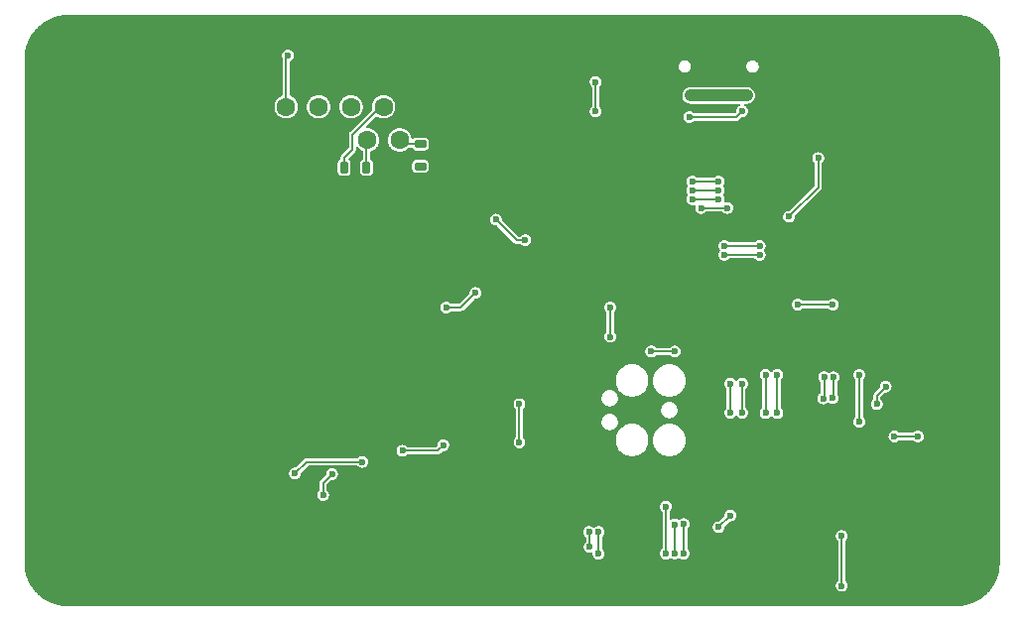
<source format=gbl>
%FSLAX46Y46*%
%MOMM*%
%ADD11C,0.200000*%
%ADD12C,1.000000*%
%AMPS14*
1,1,4.000000,0.000000,0.000000*
%
%ADD14PS14*%
%AMPS13*
1,1,1.600000,0.000000,0.000000*
%
%ADD13PS13*%
%AMPS17*
1,1,0.600000,0.000000,0.000000*
%
%ADD17PS17*%
%AMPS15*
1,1,0.340000,-0.180000,-0.330000*
1,1,0.340000,0.180000,0.330000*
1,1,0.340000,-0.180000,0.330000*
21,1,0.700000,0.660000,0.000000,0.000000,360.000000*
21,1,0.360000,1.000000,0.000000,0.000000,360.000000*
1,1,0.340000,0.180000,-0.330000*
%
%ADD15PS15*%
%AMPS16*
1,1,0.340000,0.330000,-0.180000*
1,1,0.340000,-0.330000,0.180000*
1,1,0.340000,-0.330000,-0.180000*
21,1,0.700000,0.660000,0.000000,0.000000,90.000000*
21,1,0.360000,1.000000,0.000000,0.000000,90.000000*
1,1,0.340000,0.330000,0.180000*
%
%ADD16PS16*%
%AMPS10*
1,1,6.000000,0.000000,0.000000*
%
%ADD10PS10*%
G01*
%LPD*%
G36*
X57247786Y49260000D02*
X57249013Y49260008D01*
X57340558Y49261131D01*
X57343012Y49261191D01*
X57432267Y49264479D01*
X57434718Y49264599D01*
X57523904Y49270078D01*
X57526352Y49270259D01*
X57615372Y49277925D01*
X57617813Y49278165D01*
X57706598Y49288010D01*
X57709036Y49288311D01*
X57797561Y49300335D01*
X57799988Y49300695D01*
X57888184Y49314886D01*
X57890601Y49315305D01*
X57978411Y49331653D01*
X57980820Y49332132D01*
X58068233Y49350638D01*
X58070626Y49351176D01*
X58157569Y49371823D01*
X58159951Y49372419D01*
X58246287Y49395175D01*
X58248652Y49395830D01*
X58334473Y49420718D01*
X58336822Y49421431D01*
X58422017Y49448421D01*
X58424347Y49449190D01*
X58508805Y49478245D01*
X58511115Y49479072D01*
X58594833Y49510190D01*
X58597124Y49511073D01*
X58680110Y49544260D01*
X58682378Y49545200D01*
X58764462Y49580387D01*
X58766704Y49581381D01*
X58847911Y49618576D01*
X58850131Y49619626D01*
X58930451Y49658828D01*
X58932643Y49659931D01*
X59011923Y49701064D01*
X59014089Y49702222D01*
X59092339Y49745292D01*
X59094472Y49746500D01*
X59171672Y49791493D01*
X59173778Y49792755D01*
X59249852Y49839630D01*
X59251926Y49840944D01*
X59326770Y49889636D01*
X59328809Y49890999D01*
X59402499Y49941555D01*
X59404507Y49942968D01*
X59476916Y49995305D01*
X59478888Y49996768D01*
X59549977Y50050857D01*
X59551911Y50052366D01*
X59621655Y50108185D01*
X59623552Y50109742D01*
X59691924Y50167271D01*
X59693783Y50168875D01*
X59760695Y50228042D01*
X59762513Y50229689D01*
X59827964Y50290489D01*
X59829742Y50292182D01*
X59893687Y50354577D01*
X59895422Y50356312D01*
X59957817Y50420257D01*
X59959510Y50422035D01*
X60020310Y50487486D01*
X60021957Y50489304D01*
X60081124Y50556216D01*
X60082728Y50558075D01*
X60140257Y50626447D01*
X60141814Y50628344D01*
X60197633Y50698088D01*
X60199142Y50700022D01*
X60253231Y50771111D01*
X60254694Y50773083D01*
X60307031Y50845492D01*
X60308444Y50847500D01*
X60359000Y50921190D01*
X60360363Y50923229D01*
X60409055Y50998073D01*
X60410369Y51000147D01*
X60457244Y51076221D01*
X60458506Y51078327D01*
X60503499Y51155527D01*
X60504707Y51157660D01*
X60547777Y51235910D01*
X60548935Y51238076D01*
X60590068Y51317356D01*
X60591171Y51319548D01*
X60630373Y51399868D01*
X60631423Y51402088D01*
X60668618Y51483295D01*
X60669612Y51485537D01*
X60704799Y51567621D01*
X60705739Y51569889D01*
X60738926Y51652875D01*
X60739809Y51655166D01*
X60770927Y51738884D01*
X60771754Y51741194D01*
X60800809Y51825652D01*
X60801578Y51827982D01*
X60828568Y51913177D01*
X60829281Y51915526D01*
X60854169Y52001347D01*
X60854824Y52003712D01*
X60877580Y52090048D01*
X60878176Y52092430D01*
X60898823Y52179373D01*
X60899361Y52181766D01*
X60917867Y52269179D01*
X60918346Y52271588D01*
X60934694Y52359398D01*
X60935113Y52361815D01*
X60949304Y52450011D01*
X60949664Y52452438D01*
X60961688Y52540963D01*
X60961989Y52543401D01*
X60971834Y52632186D01*
X60972074Y52634627D01*
X60979740Y52723647D01*
X60979921Y52726095D01*
X60985400Y52815281D01*
X60985520Y52817732D01*
X60988808Y52906987D01*
X60988868Y52909440D01*
X60989992Y53000991D01*
X60990000Y53002219D01*
X60990000Y95997781D01*
X60989992Y95999009D01*
X60988868Y96090559D01*
X60988808Y96093012D01*
X60985520Y96182267D01*
X60985400Y96184718D01*
X60979921Y96273904D01*
X60979740Y96276352D01*
X60972074Y96365372D01*
X60971834Y96367813D01*
X60961989Y96456598D01*
X60961688Y96459036D01*
X60949664Y96547561D01*
X60949304Y96549988D01*
X60935113Y96638184D01*
X60934694Y96640601D01*
X60918346Y96728411D01*
X60917867Y96730820D01*
X60899361Y96818233D01*
X60898823Y96820626D01*
X60878176Y96907569D01*
X60877580Y96909951D01*
X60854824Y96996287D01*
X60854169Y96998652D01*
X60829281Y97084473D01*
X60828568Y97086822D01*
X60801578Y97172017D01*
X60800809Y97174347D01*
X60771754Y97258805D01*
X60770927Y97261115D01*
X60739809Y97344833D01*
X60738926Y97347124D01*
X60705739Y97430110D01*
X60704799Y97432378D01*
X60669612Y97514462D01*
X60668618Y97516704D01*
X60631423Y97597911D01*
X60630373Y97600131D01*
X60591171Y97680451D01*
X60590068Y97682643D01*
X60548935Y97761923D01*
X60547777Y97764089D01*
X60504707Y97842339D01*
X60503499Y97844472D01*
X60458506Y97921672D01*
X60457244Y97923778D01*
X60410369Y97999852D01*
X60409055Y98001926D01*
X60360363Y98076770D01*
X60359000Y98078809D01*
X60308444Y98152499D01*
X60307031Y98154507D01*
X60254694Y98226916D01*
X60253231Y98228888D01*
X60199142Y98299977D01*
X60197633Y98301911D01*
X60141814Y98371655D01*
X60140257Y98373552D01*
X60082728Y98441924D01*
X60081124Y98443783D01*
X60021957Y98510695D01*
X60020310Y98512513D01*
X59959510Y98577964D01*
X59957817Y98579742D01*
X59895422Y98643687D01*
X59893687Y98645422D01*
X59829742Y98707817D01*
X59827964Y98709510D01*
X59762513Y98770310D01*
X59760695Y98771957D01*
X59693783Y98831124D01*
X59691924Y98832728D01*
X59623552Y98890257D01*
X59621655Y98891814D01*
X59551911Y98947633D01*
X59549977Y98949142D01*
X59478888Y99003231D01*
X59476916Y99004694D01*
X59404507Y99057031D01*
X59402499Y99058444D01*
X59328809Y99109000D01*
X59326770Y99110363D01*
X59251926Y99159055D01*
X59249852Y99160369D01*
X59173778Y99207244D01*
X59171672Y99208506D01*
X59094472Y99253499D01*
X59092339Y99254707D01*
X59014089Y99297777D01*
X59011923Y99298935D01*
X58932643Y99340068D01*
X58930451Y99341171D01*
X58850131Y99380373D01*
X58847911Y99381423D01*
X58766704Y99418618D01*
X58764462Y99419612D01*
X58682378Y99454799D01*
X58680110Y99455739D01*
X58597124Y99488926D01*
X58594833Y99489809D01*
X58511115Y99520927D01*
X58508805Y99521754D01*
X58424347Y99550809D01*
X58422017Y99551578D01*
X58336822Y99578568D01*
X58334473Y99579281D01*
X58248652Y99604169D01*
X58246287Y99604824D01*
X58159951Y99627580D01*
X58157569Y99628176D01*
X58070626Y99648823D01*
X58068233Y99649361D01*
X57980820Y99667867D01*
X57978411Y99668346D01*
X57890601Y99684694D01*
X57888184Y99685113D01*
X57799988Y99699304D01*
X57797561Y99699664D01*
X57709036Y99711688D01*
X57706598Y99711989D01*
X57617813Y99721834D01*
X57615372Y99722074D01*
X57526352Y99729740D01*
X57523904Y99729921D01*
X57434718Y99735400D01*
X57432267Y99735520D01*
X57343012Y99738808D01*
X57340559Y99738868D01*
X57249009Y99739992D01*
X57247781Y99740000D01*
X-18497781Y99740000D01*
X-18499009Y99739992D01*
X-18590559Y99738868D01*
X-18593012Y99738808D01*
X-18682267Y99735520D01*
X-18684718Y99735400D01*
X-18773904Y99729921D01*
X-18776352Y99729740D01*
X-18865372Y99722074D01*
X-18867813Y99721834D01*
X-18956598Y99711989D01*
X-18959036Y99711688D01*
X-19047561Y99699664D01*
X-19049988Y99699304D01*
X-19138184Y99685113D01*
X-19140601Y99684694D01*
X-19228411Y99668346D01*
X-19230820Y99667867D01*
X-19318233Y99649361D01*
X-19320626Y99648823D01*
X-19407569Y99628176D01*
X-19409951Y99627580D01*
X-19496287Y99604824D01*
X-19498652Y99604169D01*
X-19584473Y99579281D01*
X-19586822Y99578568D01*
X-19672017Y99551578D01*
X-19674347Y99550809D01*
X-19758805Y99521754D01*
X-19761115Y99520927D01*
X-19844833Y99489809D01*
X-19847124Y99488926D01*
X-19930110Y99455739D01*
X-19932378Y99454799D01*
X-20014462Y99419612D01*
X-20016704Y99418618D01*
X-20097911Y99381423D01*
X-20100131Y99380373D01*
X-20180451Y99341171D01*
X-20182643Y99340068D01*
X-20261923Y99298935D01*
X-20264089Y99297777D01*
X-20342339Y99254707D01*
X-20344472Y99253499D01*
X-20421672Y99208506D01*
X-20423778Y99207244D01*
X-20499852Y99160369D01*
X-20501926Y99159055D01*
X-20576770Y99110363D01*
X-20578809Y99109000D01*
X-20652499Y99058444D01*
X-20654507Y99057031D01*
X-20726916Y99004694D01*
X-20728888Y99003231D01*
X-20799977Y98949142D01*
X-20801911Y98947633D01*
X-20871655Y98891814D01*
X-20873552Y98890257D01*
X-20941924Y98832728D01*
X-20943783Y98831124D01*
X-21010695Y98771957D01*
X-21012513Y98770310D01*
X-21077964Y98709510D01*
X-21079742Y98707817D01*
X-21143687Y98645422D01*
X-21145422Y98643687D01*
X-21207817Y98579742D01*
X-21209510Y98577964D01*
X-21270310Y98512513D01*
X-21271957Y98510695D01*
X-21331124Y98443783D01*
X-21332728Y98441924D01*
X-21390257Y98373552D01*
X-21391814Y98371655D01*
X-21447633Y98301911D01*
X-21449142Y98299977D01*
X-21503231Y98228888D01*
X-21504694Y98226916D01*
X-21557031Y98154507D01*
X-21558444Y98152499D01*
X-21609000Y98078809D01*
X-21610363Y98076770D01*
X-21659055Y98001926D01*
X-21660369Y97999852D01*
X-21707244Y97923778D01*
X-21708506Y97921672D01*
X-21753499Y97844472D01*
X-21754707Y97842339D01*
X-21797777Y97764089D01*
X-21798935Y97761923D01*
X-21840068Y97682643D01*
X-21841171Y97680451D01*
X-21880373Y97600131D01*
X-21881423Y97597911D01*
X-21918618Y97516704D01*
X-21919612Y97514462D01*
X-21954799Y97432378D01*
X-21955739Y97430110D01*
X-21988926Y97347124D01*
X-21989809Y97344833D01*
X-22020927Y97261115D01*
X-22021754Y97258805D01*
X-22050809Y97174347D01*
X-22051578Y97172017D01*
X-22078568Y97086822D01*
X-22079281Y97084473D01*
X-22104169Y96998652D01*
X-22104824Y96996287D01*
X-22127580Y96909951D01*
X-22128176Y96907569D01*
X-22148823Y96820626D01*
X-22149361Y96818233D01*
X-22167867Y96730820D01*
X-22168346Y96728411D01*
X-22184694Y96640601D01*
X-22185113Y96638184D01*
X-22199304Y96549988D01*
X-22199664Y96547561D01*
X-22211688Y96459036D01*
X-22211989Y96456598D01*
X-22221834Y96367813D01*
X-22222074Y96365372D01*
X-22229740Y96276352D01*
X-22229921Y96273904D01*
X-22235400Y96184718D01*
X-22235520Y96182267D01*
X-22238808Y96093012D01*
X-22238868Y96090559D01*
X-22239992Y95999009D01*
X-22240000Y95997781D01*
X-22240000Y53002219D01*
X-22239992Y53000991D01*
X-22238868Y52909440D01*
X-22238808Y52906987D01*
X-22235520Y52817732D01*
X-22235400Y52815281D01*
X-22229921Y52726095D01*
X-22229740Y52723647D01*
X-22222074Y52634627D01*
X-22221834Y52632186D01*
X-22211989Y52543401D01*
X-22211688Y52540963D01*
X-22199664Y52452438D01*
X-22199304Y52450011D01*
X-22185113Y52361815D01*
X-22184694Y52359398D01*
X-22168346Y52271588D01*
X-22167867Y52269179D01*
X-22149361Y52181766D01*
X-22148823Y52179373D01*
X-22128176Y52092430D01*
X-22127580Y52090048D01*
X-22104824Y52003712D01*
X-22104169Y52001347D01*
X-22079281Y51915526D01*
X-22078568Y51913177D01*
X-22051578Y51827982D01*
X-22050809Y51825652D01*
X-22021754Y51741194D01*
X-22020927Y51738884D01*
X-21989809Y51655166D01*
X-21988926Y51652875D01*
X-21955739Y51569889D01*
X-21954799Y51567621D01*
X-21919612Y51485537D01*
X-21918618Y51483295D01*
X-21881423Y51402088D01*
X-21880373Y51399868D01*
X-21841171Y51319548D01*
X-21840068Y51317356D01*
X-21798935Y51238076D01*
X-21797777Y51235910D01*
X-21754707Y51157660D01*
X-21753499Y51155527D01*
X-21708506Y51078327D01*
X-21707244Y51076221D01*
X-21660369Y51000147D01*
X-21659055Y50998073D01*
X-21610363Y50923229D01*
X-21609000Y50921190D01*
X-21558444Y50847500D01*
X-21557031Y50845492D01*
X-21504694Y50773083D01*
X-21503231Y50771111D01*
X-21449142Y50700022D01*
X-21447633Y50698088D01*
X-21391814Y50628344D01*
X-21390257Y50626447D01*
X-21332728Y50558075D01*
X-21331124Y50556216D01*
X-21271957Y50489304D01*
X-21270310Y50487486D01*
X-21209510Y50422035D01*
X-21207817Y50420257D01*
X-21145422Y50356312D01*
X-21143687Y50354577D01*
X-21079742Y50292182D01*
X-21077964Y50290489D01*
X-21012513Y50229689D01*
X-21010695Y50228042D01*
X-20943783Y50168875D01*
X-20941924Y50167271D01*
X-20873552Y50109742D01*
X-20871655Y50108185D01*
X-20801911Y50052366D01*
X-20799977Y50050857D01*
X-20728888Y49996768D01*
X-20726916Y49995305D01*
X-20654507Y49942968D01*
X-20652499Y49941555D01*
X-20578809Y49890999D01*
X-20576770Y49889636D01*
X-20501926Y49840944D01*
X-20499852Y49839630D01*
X-20423778Y49792755D01*
X-20421672Y49791493D01*
X-20344472Y49746500D01*
X-20342339Y49745292D01*
X-20264089Y49702222D01*
X-20261923Y49701064D01*
X-20182643Y49659931D01*
X-20180451Y49658828D01*
X-20100131Y49619626D01*
X-20097911Y49618576D01*
X-20016704Y49581381D01*
X-20014462Y49580387D01*
X-19932378Y49545200D01*
X-19930110Y49544260D01*
X-19847124Y49511073D01*
X-19844833Y49510190D01*
X-19761115Y49479072D01*
X-19758805Y49478245D01*
X-19674347Y49449190D01*
X-19672017Y49448421D01*
X-19586822Y49421431D01*
X-19584473Y49420718D01*
X-19498652Y49395830D01*
X-19496287Y49395175D01*
X-19409951Y49372419D01*
X-19407569Y49371823D01*
X-19320626Y49351176D01*
X-19318233Y49350638D01*
X-19230820Y49332132D01*
X-19228411Y49331653D01*
X-19140601Y49315305D01*
X-19138184Y49314886D01*
X-19049988Y49300695D01*
X-19047561Y49300335D01*
X-18959036Y49288311D01*
X-18956598Y49288010D01*
X-18867813Y49278165D01*
X-18865372Y49277925D01*
X-18776352Y49270259D01*
X-18773904Y49270078D01*
X-18684718Y49264599D01*
X-18682267Y49264479D01*
X-18593012Y49261191D01*
X-18590558Y49261131D01*
X-18499013Y49260008D01*
X-18497786Y49260000D01*
X57247786Y49260000D01*
D02*
G37*
%LPC*%
G36*
X107523Y90890368D02*
X82477Y90890368D01*
X8996Y90893979D01*
X-15924Y90896433D01*
X-88716Y90907230D01*
X-113277Y90912115D01*
X-184652Y90929994D01*
X-208612Y90937262D01*
X-277883Y90962049D01*
X-301024Y90971633D01*
X-367532Y91003088D01*
X-389615Y91014892D01*
X-452755Y91052738D01*
X-473537Y91066624D01*
X-532668Y91110478D01*
X-551999Y91126343D01*
X-606528Y91175765D01*
X-624235Y91193472D01*
X-673657Y91248001D01*
X-689522Y91267332D01*
X-733376Y91326463D01*
X-747262Y91347245D01*
X-785108Y91410385D01*
X-796912Y91432468D01*
X-828367Y91498976D01*
X-837951Y91522117D01*
X-862738Y91591388D01*
X-870006Y91615348D01*
X-887885Y91686723D01*
X-892770Y91711284D01*
X-903567Y91784076D01*
X-906021Y91808996D01*
X-909632Y91882477D01*
X-909632Y91907523D01*
X-906021Y91981004D01*
X-903567Y92005924D01*
X-892770Y92078716D01*
X-887885Y92103277D01*
X-870006Y92174652D01*
X-862738Y92198612D01*
X-837951Y92267883D01*
X-828367Y92291024D01*
X-796912Y92357532D01*
X-785108Y92379615D01*
X-747262Y92442755D01*
X-733376Y92463537D01*
X-689522Y92522668D01*
X-673657Y92541999D01*
X-624235Y92596528D01*
X-606528Y92614235D01*
X-551999Y92663657D01*
X-532668Y92679522D01*
X-473537Y92723376D01*
X-452755Y92737262D01*
X-389615Y92775108D01*
X-367532Y92786912D01*
X-301024Y92818367D01*
X-277890Y92827949D01*
X-276313Y92828513D01*
X-275846Y92828795D01*
X-275632Y92828884D01*
X-275646Y92828917D01*
X-242257Y92849109D01*
X-218932Y92881357D01*
X-210000Y92922668D01*
X-210000Y96021980D01*
X-217613Y96060250D01*
X-221001Y96068430D01*
X-229269Y96091535D01*
X-236541Y96115505D01*
X-242493Y96139271D01*
X-247375Y96163816D01*
X-250976Y96188088D01*
X-253429Y96213001D01*
X-254632Y96237476D01*
X-254632Y96262524D01*
X-253429Y96286999D01*
X-250976Y96311912D01*
X-247375Y96336184D01*
X-242493Y96360729D01*
X-236541Y96384495D01*
X-229269Y96408465D01*
X-221002Y96431568D01*
X-211436Y96454662D01*
X-200943Y96476850D01*
X-189148Y96498916D01*
X-176527Y96519972D01*
X-162645Y96540748D01*
X-148018Y96560471D01*
X-132159Y96579795D01*
X-115684Y96597973D01*
X-97973Y96615684D01*
X-79795Y96632159D01*
X-60471Y96648018D01*
X-40748Y96662645D01*
X-19972Y96676527D01*
X1084Y96689148D01*
X23150Y96700943D01*
X45338Y96711436D01*
X68432Y96721002D01*
X91535Y96729269D01*
X115505Y96736541D01*
X139271Y96742493D01*
X163816Y96747375D01*
X188088Y96750976D01*
X213001Y96753429D01*
X237476Y96754632D01*
X262524Y96754632D01*
X286999Y96753429D01*
X311912Y96750976D01*
X336184Y96747375D01*
X360729Y96742493D01*
X384495Y96736541D01*
X408465Y96729269D01*
X431568Y96721002D01*
X454662Y96711436D01*
X476850Y96700943D01*
X498916Y96689148D01*
X519972Y96676527D01*
X540748Y96662645D01*
X560471Y96648018D01*
X579795Y96632159D01*
X597973Y96615684D01*
X615684Y96597973D01*
X632159Y96579795D01*
X648018Y96560471D01*
X662645Y96540748D01*
X676527Y96519972D01*
X689148Y96498916D01*
X700943Y96476850D01*
X711436Y96454662D01*
X721002Y96431568D01*
X729269Y96408465D01*
X736541Y96384495D01*
X742493Y96360729D01*
X747375Y96336184D01*
X750976Y96311912D01*
X753429Y96286999D01*
X754632Y96262524D01*
X754632Y96237476D01*
X753429Y96213001D01*
X750976Y96188088D01*
X747375Y96163816D01*
X742493Y96139271D01*
X736541Y96115505D01*
X729269Y96091535D01*
X721002Y96068432D01*
X711436Y96045338D01*
X700943Y96023150D01*
X689148Y96001084D01*
X676527Y95980028D01*
X662645Y95959252D01*
X648018Y95939529D01*
X632159Y95920205D01*
X615684Y95902027D01*
X597973Y95884316D01*
X579795Y95867841D01*
X560471Y95851982D01*
X540748Y95837355D01*
X519972Y95823473D01*
X498916Y95810852D01*
X476842Y95799053D01*
X457247Y95789786D01*
X425374Y95765951D01*
X405321Y95731572D01*
X400000Y95699386D01*
X400000Y92922668D01*
X407920Y92883664D01*
X430425Y92850839D01*
X465649Y92828926D01*
X465632Y92828884D01*
X465885Y92828779D01*
X466313Y92828513D01*
X467890Y92827949D01*
X491024Y92818367D01*
X557532Y92786912D01*
X579615Y92775108D01*
X642755Y92737262D01*
X663537Y92723376D01*
X722668Y92679522D01*
X741999Y92663657D01*
X796528Y92614235D01*
X814235Y92596528D01*
X863657Y92541999D01*
X879522Y92522668D01*
X923376Y92463537D01*
X937262Y92442755D01*
X975108Y92379615D01*
X986912Y92357532D01*
X1018367Y92291024D01*
X1027951Y92267883D01*
X1052738Y92198612D01*
X1060006Y92174652D01*
X1077885Y92103277D01*
X1082770Y92078716D01*
X1093567Y92005924D01*
X1096021Y91981004D01*
X1099632Y91907523D01*
X1099632Y91882477D01*
X1096021Y91808996D01*
X1093567Y91784076D01*
X1082770Y91711284D01*
X1077885Y91686723D01*
X1060006Y91615348D01*
X1052738Y91591388D01*
X1027951Y91522117D01*
X1018367Y91498976D01*
X986912Y91432468D01*
X975108Y91410385D01*
X937262Y91347245D01*
X923376Y91326463D01*
X879522Y91267332D01*
X863657Y91248001D01*
X814235Y91193472D01*
X796528Y91175765D01*
X741999Y91126343D01*
X722668Y91110478D01*
X663537Y91066624D01*
X642755Y91052738D01*
X579615Y91014892D01*
X557532Y91003088D01*
X491024Y90971633D01*
X467883Y90962049D01*
X398612Y90937262D01*
X374652Y90929994D01*
X303277Y90912115D01*
X278716Y90907230D01*
X205924Y90896433D01*
X181004Y90893979D01*
X107523Y90890368D01*
D02*
G37*
%LPC*%
G36*
X39902502Y94790367D02*
X39877498Y94790367D01*
X39850520Y94791692D01*
X39825655Y94794142D01*
X39798924Y94798107D01*
X39774413Y94802982D01*
X39748232Y94809541D01*
X39724269Y94816810D01*
X39698889Y94825891D01*
X39675752Y94835475D01*
X39651371Y94847006D01*
X39629300Y94858804D01*
X39606146Y94872682D01*
X39585362Y94886569D01*
X39563679Y94902651D01*
X39544327Y94918532D01*
X39524346Y94936642D01*
X39506642Y94954346D01*
X39488532Y94974327D01*
X39472651Y94993679D01*
X39456569Y95015362D01*
X39442682Y95036146D01*
X39428804Y95059300D01*
X39417006Y95081371D01*
X39405475Y95105752D01*
X39395891Y95128889D01*
X39386810Y95154269D01*
X39379541Y95178232D01*
X39372982Y95204413D01*
X39368107Y95228924D01*
X39364142Y95255655D01*
X39361692Y95280520D01*
X39360367Y95307498D01*
X39360367Y95332502D01*
X39361692Y95359480D01*
X39364142Y95384345D01*
X39368107Y95411076D01*
X39372982Y95435587D01*
X39379541Y95461768D01*
X39386810Y95485731D01*
X39395891Y95511111D01*
X39405475Y95534248D01*
X39417006Y95558629D01*
X39428804Y95580700D01*
X39442682Y95603854D01*
X39456569Y95624638D01*
X39472651Y95646321D01*
X39488532Y95665673D01*
X39506642Y95685654D01*
X39524346Y95703358D01*
X39544327Y95721468D01*
X39563679Y95737349D01*
X39585362Y95753431D01*
X39606146Y95767318D01*
X39629300Y95781196D01*
X39651371Y95792994D01*
X39675752Y95804525D01*
X39698889Y95814109D01*
X39724269Y95823190D01*
X39748232Y95830459D01*
X39774413Y95837018D01*
X39798924Y95841893D01*
X39825655Y95845858D01*
X39850520Y95848308D01*
X39877498Y95849633D01*
X39902502Y95849633D01*
X39929480Y95848308D01*
X39954345Y95845858D01*
X39981076Y95841893D01*
X40005587Y95837018D01*
X40031768Y95830459D01*
X40055731Y95823190D01*
X40081111Y95814109D01*
X40104248Y95804525D01*
X40128629Y95792994D01*
X40150700Y95781196D01*
X40173854Y95767318D01*
X40194638Y95753431D01*
X40216321Y95737349D01*
X40235673Y95721468D01*
X40255654Y95703358D01*
X40273358Y95685654D01*
X40291468Y95665673D01*
X40307349Y95646321D01*
X40323431Y95624638D01*
X40337318Y95603854D01*
X40351196Y95580700D01*
X40362994Y95558629D01*
X40374525Y95534248D01*
X40384109Y95511111D01*
X40393190Y95485731D01*
X40400459Y95461768D01*
X40407018Y95435587D01*
X40411893Y95411076D01*
X40415858Y95384345D01*
X40418308Y95359480D01*
X40419633Y95332502D01*
X40419633Y95307498D01*
X40418308Y95280520D01*
X40415858Y95255655D01*
X40411893Y95228924D01*
X40407018Y95204413D01*
X40400459Y95178232D01*
X40393190Y95154269D01*
X40384109Y95128889D01*
X40374525Y95105752D01*
X40362994Y95081371D01*
X40351196Y95059300D01*
X40337318Y95036146D01*
X40323431Y95015362D01*
X40307349Y94993679D01*
X40291468Y94974327D01*
X40273358Y94954346D01*
X40255654Y94936642D01*
X40235673Y94918532D01*
X40216321Y94902651D01*
X40194638Y94886569D01*
X40173854Y94872682D01*
X40150700Y94858804D01*
X40128629Y94847006D01*
X40104248Y94835475D01*
X40081111Y94825891D01*
X40055731Y94816810D01*
X40031768Y94809541D01*
X40005587Y94802982D01*
X39981076Y94798107D01*
X39954345Y94794142D01*
X39929480Y94791692D01*
X39902502Y94790367D01*
D02*
G37*
%LPC*%
G36*
X34122502Y94790367D02*
X34097498Y94790367D01*
X34070520Y94791692D01*
X34045655Y94794142D01*
X34018924Y94798107D01*
X33994413Y94802982D01*
X33968232Y94809541D01*
X33944269Y94816810D01*
X33918889Y94825891D01*
X33895752Y94835475D01*
X33871371Y94847006D01*
X33849300Y94858804D01*
X33826146Y94872682D01*
X33805362Y94886569D01*
X33783679Y94902651D01*
X33764327Y94918532D01*
X33744346Y94936642D01*
X33726642Y94954346D01*
X33708532Y94974327D01*
X33692651Y94993679D01*
X33676569Y95015362D01*
X33662682Y95036146D01*
X33648804Y95059300D01*
X33637006Y95081371D01*
X33625475Y95105752D01*
X33615891Y95128889D01*
X33606810Y95154269D01*
X33599541Y95178232D01*
X33592982Y95204413D01*
X33588107Y95228924D01*
X33584142Y95255655D01*
X33581692Y95280520D01*
X33580367Y95307498D01*
X33580367Y95332502D01*
X33581692Y95359480D01*
X33584142Y95384345D01*
X33588107Y95411076D01*
X33592982Y95435587D01*
X33599541Y95461768D01*
X33606810Y95485731D01*
X33615891Y95511111D01*
X33625475Y95534248D01*
X33637006Y95558629D01*
X33648804Y95580700D01*
X33662682Y95603854D01*
X33676569Y95624638D01*
X33692651Y95646321D01*
X33708532Y95665673D01*
X33726642Y95685654D01*
X33744346Y95703358D01*
X33764327Y95721468D01*
X33783679Y95737349D01*
X33805362Y95753431D01*
X33826146Y95767318D01*
X33849300Y95781196D01*
X33871371Y95792994D01*
X33895752Y95804525D01*
X33918889Y95814109D01*
X33944269Y95823190D01*
X33968232Y95830459D01*
X33994413Y95837018D01*
X34018924Y95841893D01*
X34045655Y95845858D01*
X34070520Y95848308D01*
X34097498Y95849633D01*
X34122502Y95849633D01*
X34149480Y95848308D01*
X34174345Y95845858D01*
X34201076Y95841893D01*
X34225587Y95837018D01*
X34251768Y95830459D01*
X34275731Y95823190D01*
X34301111Y95814109D01*
X34324248Y95804525D01*
X34348629Y95792994D01*
X34370700Y95781196D01*
X34393854Y95767318D01*
X34414638Y95753431D01*
X34436321Y95737349D01*
X34455673Y95721468D01*
X34475654Y95703358D01*
X34493358Y95685654D01*
X34511468Y95665673D01*
X34527349Y95646321D01*
X34543431Y95624638D01*
X34557318Y95603854D01*
X34571196Y95580700D01*
X34582994Y95558629D01*
X34594525Y95534248D01*
X34604109Y95511111D01*
X34613190Y95485731D01*
X34620459Y95461768D01*
X34627018Y95435587D01*
X34631893Y95411076D01*
X34635858Y95384345D01*
X34638308Y95359480D01*
X34639633Y95332502D01*
X34639633Y95307498D01*
X34638308Y95280520D01*
X34635858Y95255655D01*
X34631893Y95228924D01*
X34627018Y95204413D01*
X34620459Y95178232D01*
X34613190Y95154269D01*
X34604109Y95128889D01*
X34594525Y95105752D01*
X34582994Y95081371D01*
X34571196Y95059300D01*
X34557318Y95036146D01*
X34543431Y95015362D01*
X34527349Y94993679D01*
X34511468Y94974327D01*
X34493358Y94954346D01*
X34475654Y94936642D01*
X34455673Y94918532D01*
X34436321Y94902651D01*
X34414638Y94886569D01*
X34393854Y94872682D01*
X34370700Y94858804D01*
X34348629Y94847006D01*
X34324248Y94835475D01*
X34301111Y94825891D01*
X34275731Y94816810D01*
X34251768Y94809541D01*
X34225587Y94802982D01*
X34201076Y94798107D01*
X34174345Y94794142D01*
X34149480Y94791692D01*
X34122502Y94790367D01*
D02*
G37*
%LPC*%
G36*
X26512524Y90995368D02*
X26487476Y90995368D01*
X26463001Y90996571D01*
X26438088Y90999024D01*
X26413816Y91002625D01*
X26389271Y91007507D01*
X26365505Y91013459D01*
X26341535Y91020731D01*
X26318432Y91028998D01*
X26295338Y91038564D01*
X26273150Y91049057D01*
X26251084Y91060852D01*
X26230028Y91073473D01*
X26209252Y91087355D01*
X26189529Y91101982D01*
X26170205Y91117841D01*
X26152027Y91134316D01*
X26134316Y91152027D01*
X26117841Y91170205D01*
X26101982Y91189529D01*
X26087355Y91209252D01*
X26073473Y91230028D01*
X26060852Y91251084D01*
X26049057Y91273150D01*
X26038564Y91295338D01*
X26028998Y91318432D01*
X26020731Y91341535D01*
X26013459Y91365505D01*
X26007507Y91389271D01*
X26002625Y91413816D01*
X25999024Y91438088D01*
X25996571Y91463001D01*
X25995368Y91487476D01*
X25995368Y91512524D01*
X25996571Y91536999D01*
X25999024Y91561912D01*
X26002625Y91586184D01*
X26007507Y91610729D01*
X26013459Y91634495D01*
X26020731Y91658465D01*
X26028998Y91681568D01*
X26038564Y91704662D01*
X26049057Y91726850D01*
X26060852Y91748916D01*
X26073473Y91769972D01*
X26087355Y91790748D01*
X26101982Y91810471D01*
X26117841Y91829795D01*
X26134316Y91847973D01*
X26152027Y91865684D01*
X26162154Y91874862D01*
X26185736Y91906923D01*
X26195000Y91948959D01*
X26195000Y93551041D01*
X26187080Y93590045D01*
X26162154Y93625138D01*
X26152027Y93634316D01*
X26134316Y93652027D01*
X26117841Y93670205D01*
X26101982Y93689529D01*
X26087355Y93709252D01*
X26073473Y93730028D01*
X26060852Y93751084D01*
X26049057Y93773150D01*
X26038564Y93795338D01*
X26028998Y93818432D01*
X26020731Y93841535D01*
X26013459Y93865505D01*
X26007507Y93889271D01*
X26002625Y93913816D01*
X25999024Y93938088D01*
X25996571Y93963001D01*
X25995368Y93987476D01*
X25995368Y94012524D01*
X25996571Y94036999D01*
X25999024Y94061912D01*
X26002625Y94086184D01*
X26007507Y94110729D01*
X26013459Y94134495D01*
X26020731Y94158465D01*
X26028998Y94181568D01*
X26038564Y94204662D01*
X26049057Y94226850D01*
X26060852Y94248916D01*
X26073473Y94269972D01*
X26087355Y94290748D01*
X26101982Y94310471D01*
X26117841Y94329795D01*
X26134316Y94347973D01*
X26152027Y94365684D01*
X26170205Y94382159D01*
X26189529Y94398018D01*
X26209252Y94412645D01*
X26230028Y94426527D01*
X26251084Y94439148D01*
X26273150Y94450943D01*
X26295338Y94461436D01*
X26318432Y94471002D01*
X26341535Y94479269D01*
X26365505Y94486541D01*
X26389271Y94492493D01*
X26413816Y94497375D01*
X26438088Y94500976D01*
X26463001Y94503429D01*
X26487476Y94504632D01*
X26512524Y94504632D01*
X26536999Y94503429D01*
X26561912Y94500976D01*
X26586184Y94497375D01*
X26610729Y94492493D01*
X26634495Y94486541D01*
X26658465Y94479269D01*
X26681568Y94471002D01*
X26704662Y94461436D01*
X26726850Y94450943D01*
X26748916Y94439148D01*
X26769972Y94426527D01*
X26790748Y94412645D01*
X26810471Y94398018D01*
X26829795Y94382159D01*
X26847973Y94365684D01*
X26865684Y94347973D01*
X26882159Y94329795D01*
X26898018Y94310471D01*
X26912645Y94290748D01*
X26926527Y94269972D01*
X26939148Y94248916D01*
X26950943Y94226850D01*
X26961436Y94204662D01*
X26971002Y94181568D01*
X26979269Y94158465D01*
X26986541Y94134495D01*
X26992493Y94110729D01*
X26997375Y94086184D01*
X27000976Y94061912D01*
X27003429Y94036999D01*
X27004632Y94012524D01*
X27004632Y93987476D01*
X27003429Y93963001D01*
X27000976Y93938088D01*
X26997375Y93913816D01*
X26992493Y93889271D01*
X26986541Y93865505D01*
X26979269Y93841535D01*
X26971002Y93818432D01*
X26961436Y93795338D01*
X26950943Y93773150D01*
X26939148Y93751084D01*
X26926527Y93730028D01*
X26912645Y93709252D01*
X26898018Y93689529D01*
X26882159Y93670205D01*
X26865684Y93652027D01*
X26847973Y93634316D01*
X26837846Y93625138D01*
X26814264Y93593077D01*
X26805000Y93551041D01*
X26805000Y91948959D01*
X26812920Y91909955D01*
X26837846Y91874862D01*
X26847973Y91865684D01*
X26865684Y91847973D01*
X26882159Y91829795D01*
X26898018Y91810471D01*
X26912645Y91790748D01*
X26926527Y91769972D01*
X26939148Y91748916D01*
X26950943Y91726850D01*
X26961436Y91704662D01*
X26971002Y91681568D01*
X26979269Y91658465D01*
X26986541Y91634495D01*
X26992493Y91610729D01*
X26997375Y91586184D01*
X27000976Y91561912D01*
X27003429Y91536999D01*
X27004632Y91512524D01*
X27004632Y91487476D01*
X27003429Y91463001D01*
X27000976Y91438088D01*
X26997375Y91413816D01*
X26992493Y91389271D01*
X26986541Y91365505D01*
X26979269Y91341535D01*
X26971002Y91318432D01*
X26961436Y91295338D01*
X26950943Y91273150D01*
X26939148Y91251084D01*
X26926527Y91230028D01*
X26912645Y91209252D01*
X26898018Y91189529D01*
X26882159Y91170205D01*
X26865684Y91152027D01*
X26847973Y91134316D01*
X26829795Y91117841D01*
X26810471Y91101982D01*
X26790748Y91087355D01*
X26769972Y91073473D01*
X26748916Y91060852D01*
X26726850Y91049057D01*
X26704662Y91038564D01*
X26681568Y91028998D01*
X26658465Y91020731D01*
X26634495Y91013459D01*
X26610729Y91007507D01*
X26586184Y91002625D01*
X26561912Y90999024D01*
X26536999Y90996571D01*
X26512524Y90995368D01*
D02*
G37*
%LPC*%
G36*
X34512524Y90495368D02*
X34487476Y90495368D01*
X34463001Y90496571D01*
X34438088Y90499024D01*
X34413816Y90502625D01*
X34389271Y90507507D01*
X34365505Y90513459D01*
X34341535Y90520731D01*
X34318432Y90528998D01*
X34295338Y90538564D01*
X34273150Y90549057D01*
X34251084Y90560852D01*
X34230028Y90573473D01*
X34209252Y90587355D01*
X34189529Y90601982D01*
X34170205Y90617841D01*
X34152027Y90634316D01*
X34134316Y90652027D01*
X34117841Y90670205D01*
X34101982Y90689529D01*
X34087355Y90709252D01*
X34073473Y90730028D01*
X34060852Y90751084D01*
X34049057Y90773150D01*
X34038564Y90795338D01*
X34028998Y90818432D01*
X34020731Y90841535D01*
X34013459Y90865505D01*
X34007507Y90889271D01*
X34002625Y90913816D01*
X33999024Y90938088D01*
X33996571Y90963001D01*
X33995368Y90987476D01*
X33995368Y91012524D01*
X33996571Y91036999D01*
X33999024Y91061912D01*
X34002625Y91086184D01*
X34007507Y91110729D01*
X34013459Y91134495D01*
X34020731Y91158465D01*
X34028998Y91181568D01*
X34038564Y91204662D01*
X34049057Y91226850D01*
X34060852Y91248916D01*
X34073473Y91269972D01*
X34087355Y91290748D01*
X34101982Y91310471D01*
X34117841Y91329795D01*
X34134316Y91347973D01*
X34152027Y91365684D01*
X34170205Y91382159D01*
X34189529Y91398018D01*
X34209252Y91412645D01*
X34230028Y91426527D01*
X34251084Y91439148D01*
X34273150Y91450943D01*
X34295338Y91461436D01*
X34318432Y91471002D01*
X34341535Y91479269D01*
X34365505Y91486541D01*
X34389271Y91492493D01*
X34413816Y91497375D01*
X34438088Y91500976D01*
X34463001Y91503429D01*
X34487476Y91504632D01*
X34512524Y91504632D01*
X34536999Y91503429D01*
X34561912Y91500976D01*
X34586184Y91497375D01*
X34610729Y91492493D01*
X34634495Y91486541D01*
X34658465Y91479269D01*
X34681568Y91471002D01*
X34704662Y91461436D01*
X34726850Y91450943D01*
X34748916Y91439148D01*
X34769972Y91426527D01*
X34790748Y91412645D01*
X34810471Y91398018D01*
X34829795Y91382159D01*
X34847973Y91365684D01*
X34865684Y91347973D01*
X34874862Y91337846D01*
X34906923Y91314264D01*
X34948959Y91305000D01*
X38332244Y91305000D01*
X38371248Y91312920D01*
X38402955Y91334289D01*
X38466871Y91398205D01*
X38488850Y91431385D01*
X38496039Y91473825D01*
X38495368Y91487477D01*
X38495368Y91512524D01*
X38496571Y91536999D01*
X38499024Y91561912D01*
X38502625Y91586184D01*
X38507507Y91610729D01*
X38513459Y91634495D01*
X38520731Y91658465D01*
X38528998Y91681568D01*
X38538564Y91704662D01*
X38549057Y91726850D01*
X38560852Y91748916D01*
X38573473Y91769972D01*
X38587355Y91790748D01*
X38601982Y91810471D01*
X38617841Y91829795D01*
X38634316Y91847973D01*
X38652027Y91865684D01*
X38670205Y91882159D01*
X38689529Y91898018D01*
X38709252Y91912645D01*
X38730028Y91926527D01*
X38751084Y91939148D01*
X38773159Y91950948D01*
X38780884Y91954601D01*
X38812757Y91978436D01*
X38832808Y92012816D01*
X38837863Y92052293D01*
X38827119Y92090615D01*
X38802280Y92121712D01*
X38767279Y92140657D01*
X38738129Y92145000D01*
X34602446Y92145000D01*
X34577484Y92146227D01*
X34487246Y92155114D01*
X34438243Y92164860D01*
X34353847Y92190462D01*
X34307689Y92209582D01*
X34229910Y92251156D01*
X34188368Y92278913D01*
X34120198Y92334858D01*
X34084858Y92370198D01*
X34028913Y92438368D01*
X34001156Y92479910D01*
X33959582Y92557689D01*
X33940462Y92603847D01*
X33914860Y92688243D01*
X33905114Y92737246D01*
X33896469Y92825023D01*
X33896469Y92874977D01*
X33905114Y92962753D01*
X33914860Y93011756D01*
X33940462Y93096152D01*
X33959582Y93142310D01*
X34001156Y93220089D01*
X34028913Y93261631D01*
X34084858Y93329801D01*
X34120198Y93365141D01*
X34188368Y93421086D01*
X34229910Y93448843D01*
X34307689Y93490417D01*
X34353847Y93509537D01*
X34438242Y93535138D01*
X34487255Y93544887D01*
X34577443Y93553770D01*
X34602466Y93555000D01*
X39397534Y93555000D01*
X39422557Y93553770D01*
X39512744Y93544887D01*
X39561757Y93535138D01*
X39646152Y93509537D01*
X39692310Y93490417D01*
X39770089Y93448843D01*
X39811631Y93421086D01*
X39879801Y93365141D01*
X39915141Y93329801D01*
X39971086Y93261631D01*
X39998843Y93220089D01*
X40040417Y93142310D01*
X40059537Y93096152D01*
X40085138Y93011757D01*
X40094887Y92962744D01*
X40103531Y92874988D01*
X40103531Y92825011D01*
X40094887Y92737255D01*
X40085138Y92688242D01*
X40059537Y92603847D01*
X40040417Y92557689D01*
X39998843Y92479910D01*
X39971086Y92438368D01*
X39915141Y92370198D01*
X39879801Y92334858D01*
X39811631Y92278913D01*
X39770089Y92251156D01*
X39692310Y92209582D01*
X39646152Y92190462D01*
X39561756Y92164860D01*
X39512753Y92155114D01*
X39422516Y92146227D01*
X39397554Y92145000D01*
X39261871Y92145000D01*
X39222867Y92137080D01*
X39190042Y92114575D01*
X39168594Y92081048D01*
X39161922Y92041812D01*
X39171081Y92003081D01*
X39194622Y91970990D01*
X39219116Y91954601D01*
X39226841Y91950948D01*
X39248916Y91939148D01*
X39269972Y91926527D01*
X39290748Y91912645D01*
X39310471Y91898018D01*
X39329795Y91882159D01*
X39347973Y91865684D01*
X39365684Y91847973D01*
X39382159Y91829795D01*
X39398018Y91810471D01*
X39412645Y91790748D01*
X39426527Y91769972D01*
X39439148Y91748916D01*
X39450943Y91726850D01*
X39461436Y91704662D01*
X39471002Y91681568D01*
X39479269Y91658465D01*
X39486541Y91634495D01*
X39492493Y91610729D01*
X39497375Y91586184D01*
X39500976Y91561912D01*
X39503429Y91536999D01*
X39504632Y91512524D01*
X39504632Y91487476D01*
X39503429Y91463001D01*
X39500976Y91438088D01*
X39497375Y91413816D01*
X39492493Y91389271D01*
X39486541Y91365505D01*
X39479269Y91341535D01*
X39471002Y91318432D01*
X39461436Y91295338D01*
X39450943Y91273150D01*
X39439148Y91251084D01*
X39426527Y91230028D01*
X39412645Y91209252D01*
X39398018Y91189529D01*
X39382159Y91170205D01*
X39365684Y91152027D01*
X39347973Y91134316D01*
X39329795Y91117841D01*
X39310471Y91101982D01*
X39290748Y91087355D01*
X39269972Y91073473D01*
X39248916Y91060852D01*
X39226850Y91049057D01*
X39204662Y91038564D01*
X39181568Y91028998D01*
X39158465Y91020731D01*
X39134495Y91013459D01*
X39110729Y91007507D01*
X39086184Y91002625D01*
X39061912Y90999024D01*
X39036999Y90996571D01*
X39012524Y90995368D01*
X38987477Y90995368D01*
X38973825Y90996039D01*
X38934480Y90990044D01*
X38898205Y90966871D01*
X38721022Y90789688D01*
X38714980Y90785562D01*
X38697110Y90767826D01*
X38689414Y90761510D01*
X38647850Y90733737D01*
X38639236Y90729133D01*
X38593080Y90710014D01*
X38583730Y90707177D01*
X38534708Y90697426D01*
X38522534Y90696228D01*
X38497537Y90695000D01*
X34948959Y90695000D01*
X34909955Y90687080D01*
X34874862Y90662154D01*
X34865684Y90652027D01*
X34847973Y90634316D01*
X34829795Y90617841D01*
X34810471Y90601982D01*
X34790748Y90587355D01*
X34769972Y90573473D01*
X34748916Y90560852D01*
X34726850Y90549057D01*
X34704662Y90538564D01*
X34681568Y90528998D01*
X34658465Y90520731D01*
X34634495Y90513459D01*
X34610729Y90507507D01*
X34586184Y90502625D01*
X34561912Y90499024D01*
X34536999Y90496571D01*
X34512524Y90495368D01*
D02*
G37*
%LPC*%
G36*
X5228764Y85995000D02*
X4871236Y85995000D01*
X4858684Y85995308D01*
X4845724Y85995946D01*
X4820846Y85998396D01*
X4809175Y86000127D01*
X4784648Y86005006D01*
X4773213Y86007871D01*
X4749279Y86015131D01*
X4738191Y86019098D01*
X4715077Y86028672D01*
X4704437Y86033705D01*
X4682357Y86045508D01*
X4672262Y86051558D01*
X4651464Y86065456D01*
X4642004Y86072471D01*
X4622685Y86088324D01*
X4613955Y86096236D01*
X4596236Y86113955D01*
X4588324Y86122685D01*
X4572471Y86142004D01*
X4565456Y86151464D01*
X4551558Y86172262D01*
X4545508Y86182357D01*
X4533705Y86204437D01*
X4528672Y86215077D01*
X4519098Y86238191D01*
X4515131Y86249279D01*
X4507871Y86273213D01*
X4505006Y86284648D01*
X4500127Y86309175D01*
X4498396Y86320846D01*
X4495946Y86345724D01*
X4495308Y86358684D01*
X4495000Y86371236D01*
X4495000Y87028764D01*
X4495308Y87041316D01*
X4495946Y87054276D01*
X4498396Y87079154D01*
X4500127Y87090825D01*
X4505006Y87115352D01*
X4507871Y87126787D01*
X4515131Y87150721D01*
X4519098Y87161809D01*
X4528672Y87184923D01*
X4533705Y87195563D01*
X4545508Y87217643D01*
X4551558Y87227738D01*
X4565456Y87248536D01*
X4572471Y87257996D01*
X4588324Y87277315D01*
X4596236Y87286045D01*
X4613955Y87303764D01*
X4622685Y87311676D01*
X4642004Y87327529D01*
X4651464Y87334544D01*
X4672262Y87348442D01*
X4682365Y87354497D01*
X4692141Y87359723D01*
X4722805Y87385094D01*
X4741145Y87420416D01*
X4745000Y87447914D01*
X4745000Y87547537D01*
X4746228Y87572534D01*
X4747426Y87584708D01*
X4757177Y87633730D01*
X4760014Y87643080D01*
X4779133Y87689236D01*
X4783737Y87697850D01*
X4811510Y87739414D01*
X4817826Y87747110D01*
X4835562Y87764980D01*
X4839233Y87770567D01*
X5415711Y88347045D01*
X5437690Y88380225D01*
X5445000Y88417756D01*
X5445000Y89497537D01*
X5446228Y89522534D01*
X5447426Y89534708D01*
X5457177Y89583730D01*
X5460014Y89593080D01*
X5479133Y89639236D01*
X5483737Y89647850D01*
X5511510Y89689414D01*
X5517826Y89697110D01*
X5535562Y89714980D01*
X5539233Y89720567D01*
X7398739Y91580073D01*
X7420718Y91613253D01*
X7428015Y91652378D01*
X7425032Y91675080D01*
X7422114Y91686732D01*
X7417230Y91711284D01*
X7406433Y91784076D01*
X7403979Y91808996D01*
X7400368Y91882477D01*
X7400368Y91907523D01*
X7403979Y91981004D01*
X7406433Y92005924D01*
X7417230Y92078716D01*
X7422115Y92103277D01*
X7439994Y92174652D01*
X7447262Y92198612D01*
X7472049Y92267883D01*
X7481633Y92291024D01*
X7513088Y92357532D01*
X7524892Y92379615D01*
X7562738Y92442755D01*
X7576624Y92463537D01*
X7620478Y92522668D01*
X7636343Y92541999D01*
X7685765Y92596528D01*
X7703472Y92614235D01*
X7758001Y92663657D01*
X7777332Y92679522D01*
X7836463Y92723376D01*
X7857245Y92737262D01*
X7920385Y92775108D01*
X7942468Y92786912D01*
X8008976Y92818367D01*
X8032117Y92827951D01*
X8101388Y92852738D01*
X8125348Y92860006D01*
X8196723Y92877885D01*
X8221284Y92882770D01*
X8294076Y92893567D01*
X8318996Y92896021D01*
X8392477Y92899632D01*
X8417523Y92899632D01*
X8491004Y92896021D01*
X8515924Y92893567D01*
X8588716Y92882770D01*
X8613277Y92877885D01*
X8684652Y92860006D01*
X8708612Y92852738D01*
X8777883Y92827951D01*
X8801024Y92818367D01*
X8867532Y92786912D01*
X8889615Y92775108D01*
X8952755Y92737262D01*
X8973537Y92723376D01*
X9032668Y92679522D01*
X9051999Y92663657D01*
X9106528Y92614235D01*
X9124235Y92596528D01*
X9173657Y92541999D01*
X9189522Y92522668D01*
X9233376Y92463537D01*
X9247262Y92442755D01*
X9285108Y92379615D01*
X9296912Y92357532D01*
X9328367Y92291024D01*
X9337951Y92267883D01*
X9362738Y92198612D01*
X9370006Y92174652D01*
X9387885Y92103277D01*
X9392770Y92078716D01*
X9403567Y92005924D01*
X9406021Y91981004D01*
X9409632Y91907523D01*
X9409632Y91882477D01*
X9406021Y91808996D01*
X9403567Y91784076D01*
X9392770Y91711284D01*
X9387885Y91686723D01*
X9370006Y91615348D01*
X9362738Y91591388D01*
X9337951Y91522117D01*
X9328367Y91498976D01*
X9296912Y91432468D01*
X9285108Y91410385D01*
X9247262Y91347245D01*
X9233376Y91326463D01*
X9189522Y91267332D01*
X9173657Y91248001D01*
X9124235Y91193472D01*
X9106528Y91175765D01*
X9051999Y91126343D01*
X9032668Y91110478D01*
X8973537Y91066624D01*
X8952755Y91052738D01*
X8889615Y91014892D01*
X8867532Y91003088D01*
X8801024Y90971633D01*
X8777883Y90962049D01*
X8708612Y90937262D01*
X8684652Y90929994D01*
X8613277Y90912115D01*
X8588716Y90907230D01*
X8515924Y90896433D01*
X8491004Y90893979D01*
X8417523Y90890368D01*
X8392477Y90890368D01*
X8318996Y90893979D01*
X8294076Y90896433D01*
X8221284Y90907230D01*
X8196723Y90912115D01*
X8125348Y90929994D01*
X8101388Y90937262D01*
X8032117Y90962049D01*
X8008976Y90971633D01*
X7942468Y91003088D01*
X7920385Y91014892D01*
X7857252Y91052733D01*
X7851641Y91056482D01*
X7814810Y91071564D01*
X7775013Y91071086D01*
X7725377Y91044043D01*
X6910507Y90229173D01*
X6888528Y90195993D01*
X6881231Y90156868D01*
X6889771Y90117996D01*
X6912797Y90085533D01*
X6946661Y90064623D01*
X6986125Y90058582D01*
X7007496Y90059632D01*
X7032523Y90059632D01*
X7106004Y90056021D01*
X7130924Y90053567D01*
X7203716Y90042770D01*
X7228277Y90037885D01*
X7299652Y90020006D01*
X7323612Y90012738D01*
X7392883Y89987951D01*
X7416024Y89978367D01*
X7482532Y89946912D01*
X7504615Y89935108D01*
X7567755Y89897262D01*
X7588537Y89883376D01*
X7647668Y89839522D01*
X7666999Y89823657D01*
X7721528Y89774235D01*
X7739235Y89756528D01*
X7788657Y89701999D01*
X7804522Y89682668D01*
X7848376Y89623537D01*
X7862262Y89602755D01*
X7900108Y89539615D01*
X7911912Y89517532D01*
X7943367Y89451024D01*
X7952951Y89427883D01*
X7977738Y89358612D01*
X7985006Y89334652D01*
X8002885Y89263277D01*
X8007770Y89238716D01*
X8018567Y89165924D01*
X8021021Y89141004D01*
X8024632Y89067523D01*
X8024632Y89042477D01*
X8021021Y88968996D01*
X8018567Y88944076D01*
X8007770Y88871284D01*
X8002885Y88846723D01*
X7985006Y88775348D01*
X7977738Y88751388D01*
X7952951Y88682117D01*
X7943367Y88658976D01*
X7911912Y88592468D01*
X7900108Y88570385D01*
X7862262Y88507245D01*
X7848376Y88486463D01*
X7804522Y88427332D01*
X7788657Y88408001D01*
X7739235Y88353472D01*
X7721528Y88335765D01*
X7666999Y88286343D01*
X7647668Y88270478D01*
X7588537Y88226624D01*
X7567755Y88212738D01*
X7504615Y88174892D01*
X7482532Y88163088D01*
X7416024Y88131633D01*
X7392890Y88122051D01*
X7321310Y88096439D01*
X7287255Y88075842D01*
X7263931Y88043594D01*
X7255000Y88002285D01*
X7255000Y87447914D01*
X7262920Y87408910D01*
X7285425Y87376085D01*
X7307859Y87359723D01*
X7317635Y87354497D01*
X7327738Y87348442D01*
X7348536Y87334544D01*
X7357996Y87327529D01*
X7377315Y87311676D01*
X7386045Y87303764D01*
X7403764Y87286045D01*
X7411676Y87277315D01*
X7427529Y87257996D01*
X7434544Y87248536D01*
X7448442Y87227738D01*
X7454492Y87217643D01*
X7466295Y87195563D01*
X7471328Y87184923D01*
X7480902Y87161809D01*
X7484869Y87150721D01*
X7492129Y87126787D01*
X7494994Y87115352D01*
X7499873Y87090825D01*
X7501604Y87079154D01*
X7504054Y87054276D01*
X7504692Y87041316D01*
X7505000Y87028764D01*
X7505000Y86371236D01*
X7504692Y86358684D01*
X7504054Y86345724D01*
X7501604Y86320846D01*
X7499873Y86309175D01*
X7494994Y86284648D01*
X7492129Y86273213D01*
X7484869Y86249279D01*
X7480902Y86238191D01*
X7471328Y86215077D01*
X7466295Y86204437D01*
X7454492Y86182357D01*
X7448442Y86172262D01*
X7434544Y86151464D01*
X7427529Y86142004D01*
X7411676Y86122685D01*
X7403764Y86113955D01*
X7386045Y86096236D01*
X7377315Y86088324D01*
X7357996Y86072471D01*
X7348536Y86065456D01*
X7327738Y86051558D01*
X7317643Y86045508D01*
X7295563Y86033705D01*
X7284923Y86028672D01*
X7261809Y86019098D01*
X7250721Y86015131D01*
X7226787Y86007871D01*
X7215352Y86005006D01*
X7190825Y86000127D01*
X7179154Y85998396D01*
X7154276Y85995946D01*
X7141316Y85995308D01*
X7128764Y85995000D01*
X6771236Y85995000D01*
X6758684Y85995308D01*
X6745724Y85995946D01*
X6720846Y85998396D01*
X6709175Y86000127D01*
X6684648Y86005006D01*
X6673213Y86007871D01*
X6649279Y86015131D01*
X6638191Y86019098D01*
X6615077Y86028672D01*
X6604437Y86033705D01*
X6582357Y86045508D01*
X6572262Y86051558D01*
X6551464Y86065456D01*
X6542004Y86072471D01*
X6522685Y86088324D01*
X6513955Y86096236D01*
X6496236Y86113955D01*
X6488324Y86122685D01*
X6472471Y86142004D01*
X6465456Y86151464D01*
X6451558Y86172262D01*
X6445508Y86182357D01*
X6433705Y86204437D01*
X6428672Y86215077D01*
X6419098Y86238191D01*
X6415131Y86249279D01*
X6407871Y86273213D01*
X6405006Y86284648D01*
X6400127Y86309175D01*
X6398396Y86320846D01*
X6395946Y86345724D01*
X6395308Y86358684D01*
X6395000Y86371236D01*
X6395000Y87028764D01*
X6395308Y87041316D01*
X6395946Y87054276D01*
X6398396Y87079154D01*
X6400127Y87090825D01*
X6405006Y87115352D01*
X6407871Y87126787D01*
X6415131Y87150721D01*
X6419098Y87161809D01*
X6428672Y87184923D01*
X6433705Y87195563D01*
X6445508Y87217643D01*
X6451558Y87227738D01*
X6465456Y87248536D01*
X6472471Y87257996D01*
X6488324Y87277315D01*
X6496236Y87286045D01*
X6513955Y87303764D01*
X6522685Y87311676D01*
X6542004Y87327529D01*
X6551464Y87334544D01*
X6572262Y87348442D01*
X6582365Y87354497D01*
X6592141Y87359723D01*
X6622805Y87385094D01*
X6641145Y87420416D01*
X6645000Y87447914D01*
X6645000Y88058365D01*
X6637080Y88097369D01*
X6614575Y88130194D01*
X6587755Y88148764D01*
X6557468Y88163088D01*
X6535385Y88174892D01*
X6472245Y88212738D01*
X6451463Y88226624D01*
X6392332Y88270478D01*
X6373001Y88286343D01*
X6318472Y88335765D01*
X6300765Y88353472D01*
X6251343Y88408001D01*
X6235477Y88427334D01*
X6235318Y88427548D01*
X6235254Y88427606D01*
X6233915Y88429237D01*
X6233666Y88429033D01*
X6205721Y88454156D01*
X6168089Y88467114D01*
X6128385Y88464367D01*
X6092896Y88446352D01*
X6067245Y88415922D01*
X6055000Y88367974D01*
X6055000Y88252464D01*
X6053771Y88227443D01*
X6052573Y88215282D01*
X6042823Y88166274D01*
X6039985Y88156919D01*
X6020866Y88110763D01*
X6016262Y88102149D01*
X5988489Y88060585D01*
X5982173Y88052889D01*
X5964437Y88035019D01*
X5960766Y88029432D01*
X5425202Y87493868D01*
X5403223Y87460688D01*
X5395926Y87421563D01*
X5404466Y87382691D01*
X5440355Y87340011D01*
X5448536Y87334544D01*
X5457996Y87327529D01*
X5477315Y87311676D01*
X5486045Y87303764D01*
X5503764Y87286045D01*
X5511676Y87277315D01*
X5527529Y87257996D01*
X5534544Y87248536D01*
X5548442Y87227738D01*
X5554492Y87217643D01*
X5566295Y87195563D01*
X5571328Y87184923D01*
X5580902Y87161809D01*
X5584869Y87150721D01*
X5592129Y87126787D01*
X5594994Y87115352D01*
X5599873Y87090825D01*
X5601604Y87079154D01*
X5604054Y87054276D01*
X5604692Y87041316D01*
X5605000Y87028764D01*
X5605000Y86371236D01*
X5604692Y86358684D01*
X5604054Y86345724D01*
X5601604Y86320846D01*
X5599873Y86309175D01*
X5594994Y86284648D01*
X5592129Y86273213D01*
X5584869Y86249279D01*
X5580902Y86238191D01*
X5571328Y86215077D01*
X5566295Y86204437D01*
X5554492Y86182357D01*
X5548442Y86172262D01*
X5534544Y86151464D01*
X5527529Y86142004D01*
X5511676Y86122685D01*
X5503764Y86113955D01*
X5486045Y86096236D01*
X5477315Y86088324D01*
X5457996Y86072471D01*
X5448536Y86065456D01*
X5427738Y86051558D01*
X5417643Y86045508D01*
X5395563Y86033705D01*
X5384923Y86028672D01*
X5361809Y86019098D01*
X5350721Y86015131D01*
X5326787Y86007871D01*
X5315352Y86005006D01*
X5290825Y86000127D01*
X5279154Y85998396D01*
X5254276Y85995946D01*
X5241316Y85995308D01*
X5228764Y85995000D01*
D02*
G37*
%LPC*%
G36*
X5647523Y90890368D02*
X5622477Y90890368D01*
X5548996Y90893979D01*
X5524076Y90896433D01*
X5451284Y90907230D01*
X5426723Y90912115D01*
X5355348Y90929994D01*
X5331388Y90937262D01*
X5262117Y90962049D01*
X5238976Y90971633D01*
X5172468Y91003088D01*
X5150385Y91014892D01*
X5087245Y91052738D01*
X5066463Y91066624D01*
X5007332Y91110478D01*
X4988001Y91126343D01*
X4933472Y91175765D01*
X4915765Y91193472D01*
X4866343Y91248001D01*
X4850478Y91267332D01*
X4806624Y91326463D01*
X4792738Y91347245D01*
X4754892Y91410385D01*
X4743088Y91432468D01*
X4711633Y91498976D01*
X4702049Y91522117D01*
X4677262Y91591388D01*
X4669994Y91615348D01*
X4652115Y91686723D01*
X4647230Y91711284D01*
X4636433Y91784076D01*
X4633979Y91808996D01*
X4630368Y91882477D01*
X4630368Y91907523D01*
X4633979Y91981004D01*
X4636433Y92005924D01*
X4647230Y92078716D01*
X4652115Y92103277D01*
X4669994Y92174652D01*
X4677262Y92198612D01*
X4702049Y92267883D01*
X4711633Y92291024D01*
X4743088Y92357532D01*
X4754892Y92379615D01*
X4792738Y92442755D01*
X4806624Y92463537D01*
X4850478Y92522668D01*
X4866343Y92541999D01*
X4915765Y92596528D01*
X4933472Y92614235D01*
X4988001Y92663657D01*
X5007332Y92679522D01*
X5066463Y92723376D01*
X5087245Y92737262D01*
X5150385Y92775108D01*
X5172468Y92786912D01*
X5238976Y92818367D01*
X5262117Y92827951D01*
X5331388Y92852738D01*
X5355348Y92860006D01*
X5426723Y92877885D01*
X5451284Y92882770D01*
X5524076Y92893567D01*
X5548996Y92896021D01*
X5622477Y92899632D01*
X5647523Y92899632D01*
X5721004Y92896021D01*
X5745924Y92893567D01*
X5818716Y92882770D01*
X5843277Y92877885D01*
X5914652Y92860006D01*
X5938612Y92852738D01*
X6007883Y92827951D01*
X6031024Y92818367D01*
X6097532Y92786912D01*
X6119615Y92775108D01*
X6182755Y92737262D01*
X6203537Y92723376D01*
X6262668Y92679522D01*
X6281999Y92663657D01*
X6336528Y92614235D01*
X6354235Y92596528D01*
X6403657Y92541999D01*
X6419522Y92522668D01*
X6463376Y92463537D01*
X6477262Y92442755D01*
X6515108Y92379615D01*
X6526912Y92357532D01*
X6558367Y92291024D01*
X6567951Y92267883D01*
X6592738Y92198612D01*
X6600006Y92174652D01*
X6617885Y92103277D01*
X6622770Y92078716D01*
X6633567Y92005924D01*
X6636021Y91981004D01*
X6639632Y91907523D01*
X6639632Y91882477D01*
X6636021Y91808996D01*
X6633567Y91784076D01*
X6622770Y91711284D01*
X6617885Y91686723D01*
X6600006Y91615348D01*
X6592738Y91591388D01*
X6567951Y91522117D01*
X6558367Y91498976D01*
X6526912Y91432468D01*
X6515108Y91410385D01*
X6477262Y91347245D01*
X6463376Y91326463D01*
X6419522Y91267332D01*
X6403657Y91248001D01*
X6354235Y91193472D01*
X6336528Y91175765D01*
X6281999Y91126343D01*
X6262668Y91110478D01*
X6203537Y91066624D01*
X6182755Y91052738D01*
X6119615Y91014892D01*
X6097532Y91003088D01*
X6031024Y90971633D01*
X6007883Y90962049D01*
X5938612Y90937262D01*
X5914652Y90929994D01*
X5843277Y90912115D01*
X5818716Y90907230D01*
X5745924Y90896433D01*
X5721004Y90893979D01*
X5647523Y90890368D01*
D02*
G37*
%LPC*%
G36*
X2877523Y90890368D02*
X2852477Y90890368D01*
X2778996Y90893979D01*
X2754076Y90896433D01*
X2681284Y90907230D01*
X2656723Y90912115D01*
X2585348Y90929994D01*
X2561388Y90937262D01*
X2492117Y90962049D01*
X2468976Y90971633D01*
X2402468Y91003088D01*
X2380385Y91014892D01*
X2317245Y91052738D01*
X2296463Y91066624D01*
X2237332Y91110478D01*
X2218001Y91126343D01*
X2163472Y91175765D01*
X2145765Y91193472D01*
X2096343Y91248001D01*
X2080478Y91267332D01*
X2036624Y91326463D01*
X2022738Y91347245D01*
X1984892Y91410385D01*
X1973088Y91432468D01*
X1941633Y91498976D01*
X1932049Y91522117D01*
X1907262Y91591388D01*
X1899994Y91615348D01*
X1882115Y91686723D01*
X1877230Y91711284D01*
X1866433Y91784076D01*
X1863979Y91808996D01*
X1860368Y91882477D01*
X1860368Y91907523D01*
X1863979Y91981004D01*
X1866433Y92005924D01*
X1877230Y92078716D01*
X1882115Y92103277D01*
X1899994Y92174652D01*
X1907262Y92198612D01*
X1932049Y92267883D01*
X1941633Y92291024D01*
X1973088Y92357532D01*
X1984892Y92379615D01*
X2022738Y92442755D01*
X2036624Y92463537D01*
X2080478Y92522668D01*
X2096343Y92541999D01*
X2145765Y92596528D01*
X2163472Y92614235D01*
X2218001Y92663657D01*
X2237332Y92679522D01*
X2296463Y92723376D01*
X2317245Y92737262D01*
X2380385Y92775108D01*
X2402468Y92786912D01*
X2468976Y92818367D01*
X2492117Y92827951D01*
X2561388Y92852738D01*
X2585348Y92860006D01*
X2656723Y92877885D01*
X2681284Y92882770D01*
X2754076Y92893567D01*
X2778996Y92896021D01*
X2852477Y92899632D01*
X2877523Y92899632D01*
X2951004Y92896021D01*
X2975924Y92893567D01*
X3048716Y92882770D01*
X3073277Y92877885D01*
X3144652Y92860006D01*
X3168612Y92852738D01*
X3237883Y92827951D01*
X3261024Y92818367D01*
X3327532Y92786912D01*
X3349615Y92775108D01*
X3412755Y92737262D01*
X3433537Y92723376D01*
X3492668Y92679522D01*
X3511999Y92663657D01*
X3566528Y92614235D01*
X3584235Y92596528D01*
X3633657Y92541999D01*
X3649522Y92522668D01*
X3693376Y92463537D01*
X3707262Y92442755D01*
X3745108Y92379615D01*
X3756912Y92357532D01*
X3788367Y92291024D01*
X3797951Y92267883D01*
X3822738Y92198612D01*
X3830006Y92174652D01*
X3847885Y92103277D01*
X3852770Y92078716D01*
X3863567Y92005924D01*
X3866021Y91981004D01*
X3869632Y91907523D01*
X3869632Y91882477D01*
X3866021Y91808996D01*
X3863567Y91784076D01*
X3852770Y91711284D01*
X3847885Y91686723D01*
X3830006Y91615348D01*
X3822738Y91591388D01*
X3797951Y91522117D01*
X3788367Y91498976D01*
X3756912Y91432468D01*
X3745108Y91410385D01*
X3707262Y91347245D01*
X3693376Y91326463D01*
X3649522Y91267332D01*
X3633657Y91248001D01*
X3584235Y91193472D01*
X3566528Y91175765D01*
X3511999Y91126343D01*
X3492668Y91110478D01*
X3433537Y91066624D01*
X3412755Y91052738D01*
X3349615Y91014892D01*
X3327532Y91003088D01*
X3261024Y90971633D01*
X3237883Y90962049D01*
X3168612Y90937262D01*
X3144652Y90929994D01*
X3073277Y90912115D01*
X3048716Y90907230D01*
X2975924Y90896433D01*
X2951004Y90893979D01*
X2877523Y90890368D01*
D02*
G37*
%LPC*%
G36*
X9802523Y88050368D02*
X9777477Y88050368D01*
X9703996Y88053979D01*
X9679076Y88056433D01*
X9606284Y88067230D01*
X9581723Y88072115D01*
X9510348Y88089994D01*
X9486388Y88097262D01*
X9417117Y88122049D01*
X9393976Y88131633D01*
X9327468Y88163088D01*
X9305385Y88174892D01*
X9242245Y88212738D01*
X9221463Y88226624D01*
X9162332Y88270478D01*
X9143001Y88286343D01*
X9088472Y88335765D01*
X9070765Y88353472D01*
X9021343Y88408001D01*
X9005478Y88427332D01*
X8961624Y88486463D01*
X8947738Y88507245D01*
X8909892Y88570385D01*
X8898088Y88592468D01*
X8866633Y88658976D01*
X8857049Y88682117D01*
X8832262Y88751388D01*
X8824994Y88775348D01*
X8807115Y88846723D01*
X8802230Y88871284D01*
X8791433Y88944076D01*
X8788979Y88968996D01*
X8785368Y89042477D01*
X8785368Y89067523D01*
X8788979Y89141004D01*
X8791433Y89165924D01*
X8802230Y89238716D01*
X8807115Y89263277D01*
X8824994Y89334652D01*
X8832262Y89358612D01*
X8857049Y89427883D01*
X8866633Y89451024D01*
X8898088Y89517532D01*
X8909892Y89539615D01*
X8947738Y89602755D01*
X8961624Y89623537D01*
X9005478Y89682668D01*
X9021343Y89701999D01*
X9070765Y89756528D01*
X9088472Y89774235D01*
X9143001Y89823657D01*
X9162332Y89839522D01*
X9221463Y89883376D01*
X9242245Y89897262D01*
X9305385Y89935108D01*
X9327468Y89946912D01*
X9393976Y89978367D01*
X9417117Y89987951D01*
X9486388Y90012738D01*
X9510348Y90020006D01*
X9581723Y90037885D01*
X9606284Y90042770D01*
X9679076Y90053567D01*
X9703996Y90056021D01*
X9777477Y90059632D01*
X9802523Y90059632D01*
X9876004Y90056021D01*
X9900924Y90053567D01*
X9973716Y90042770D01*
X9998277Y90037885D01*
X10069652Y90020006D01*
X10093612Y90012738D01*
X10162883Y89987951D01*
X10186024Y89978367D01*
X10252532Y89946912D01*
X10274615Y89935108D01*
X10337755Y89897262D01*
X10358537Y89883376D01*
X10417668Y89839522D01*
X10436999Y89823657D01*
X10491528Y89774235D01*
X10509235Y89756528D01*
X10558657Y89701999D01*
X10574522Y89682668D01*
X10618376Y89623537D01*
X10632262Y89602755D01*
X10670108Y89539615D01*
X10681912Y89517532D01*
X10713367Y89451024D01*
X10722951Y89427883D01*
X10747738Y89358612D01*
X10755006Y89334652D01*
X10772885Y89263277D01*
X10777770Y89238716D01*
X10783643Y89199120D01*
X10797200Y89161701D01*
X10824278Y89132533D01*
X10860588Y89116236D01*
X10900379Y89115392D01*
X10937347Y89130135D01*
X10953272Y89143081D01*
X10963955Y89153764D01*
X10972685Y89161676D01*
X10992004Y89177529D01*
X11001464Y89184544D01*
X11022262Y89198442D01*
X11032357Y89204492D01*
X11054437Y89216295D01*
X11065077Y89221328D01*
X11088191Y89230902D01*
X11099279Y89234869D01*
X11123213Y89242129D01*
X11134648Y89244994D01*
X11159175Y89249873D01*
X11170846Y89251604D01*
X11195724Y89254054D01*
X11208684Y89254692D01*
X11221236Y89255000D01*
X11878764Y89255000D01*
X11891316Y89254692D01*
X11904276Y89254054D01*
X11929154Y89251604D01*
X11940825Y89249873D01*
X11965352Y89244994D01*
X11976787Y89242129D01*
X12000721Y89234869D01*
X12011809Y89230902D01*
X12034923Y89221328D01*
X12045563Y89216295D01*
X12067643Y89204492D01*
X12077738Y89198442D01*
X12098536Y89184544D01*
X12107996Y89177529D01*
X12127315Y89161676D01*
X12136045Y89153764D01*
X12153764Y89136045D01*
X12161676Y89127315D01*
X12177529Y89107996D01*
X12184544Y89098536D01*
X12198442Y89077738D01*
X12204492Y89067643D01*
X12216295Y89045563D01*
X12221328Y89034923D01*
X12230902Y89011809D01*
X12234869Y89000721D01*
X12242129Y88976787D01*
X12244994Y88965352D01*
X12249873Y88940825D01*
X12251604Y88929154D01*
X12254054Y88904276D01*
X12254692Y88891316D01*
X12255000Y88878764D01*
X12255000Y88521236D01*
X12254692Y88508684D01*
X12254054Y88495724D01*
X12251604Y88470846D01*
X12249873Y88459175D01*
X12244994Y88434648D01*
X12242129Y88423213D01*
X12234869Y88399279D01*
X12230902Y88388191D01*
X12221328Y88365077D01*
X12216295Y88354437D01*
X12204492Y88332357D01*
X12198442Y88322262D01*
X12184544Y88301464D01*
X12177529Y88292004D01*
X12161676Y88272685D01*
X12153764Y88263955D01*
X12136045Y88246236D01*
X12127315Y88238324D01*
X12107996Y88222471D01*
X12098536Y88215456D01*
X12077738Y88201558D01*
X12067643Y88195508D01*
X12045563Y88183705D01*
X12034923Y88178672D01*
X12011809Y88169098D01*
X12000721Y88165131D01*
X11976787Y88157871D01*
X11965352Y88155006D01*
X11940825Y88150127D01*
X11929154Y88148396D01*
X11904276Y88145946D01*
X11891316Y88145308D01*
X11878764Y88145000D01*
X11221236Y88145000D01*
X11208684Y88145308D01*
X11195724Y88145946D01*
X11170846Y88148396D01*
X11159175Y88150127D01*
X11134648Y88155006D01*
X11123213Y88157871D01*
X11099279Y88165131D01*
X11088191Y88169098D01*
X11065077Y88178672D01*
X11054437Y88183705D01*
X11032357Y88195508D01*
X11022262Y88201558D01*
X11001464Y88215456D01*
X10992004Y88222471D01*
X10972685Y88238324D01*
X10963955Y88246236D01*
X10946236Y88263955D01*
X10938324Y88272685D01*
X10922471Y88292004D01*
X10915456Y88301464D01*
X10901558Y88322262D01*
X10895503Y88332365D01*
X10890277Y88342141D01*
X10864906Y88372805D01*
X10829584Y88391145D01*
X10802086Y88395000D01*
X10591201Y88395000D01*
X10552197Y88387080D01*
X10517107Y88362157D01*
X10509236Y88353473D01*
X10491528Y88335765D01*
X10436999Y88286343D01*
X10417668Y88270478D01*
X10358537Y88226624D01*
X10337755Y88212738D01*
X10274615Y88174892D01*
X10252532Y88163088D01*
X10186024Y88131633D01*
X10162883Y88122049D01*
X10093612Y88097262D01*
X10069652Y88089994D01*
X9998277Y88072115D01*
X9973716Y88067230D01*
X9900924Y88056433D01*
X9876004Y88053979D01*
X9802523Y88050368D01*
D02*
G37*
%LPC*%
G36*
X43012524Y81995368D02*
X42987476Y81995368D01*
X42963001Y81996571D01*
X42938088Y81999024D01*
X42913816Y82002625D01*
X42889271Y82007507D01*
X42865505Y82013459D01*
X42841535Y82020731D01*
X42818432Y82028998D01*
X42795338Y82038564D01*
X42773150Y82049057D01*
X42751084Y82060852D01*
X42730028Y82073473D01*
X42709252Y82087355D01*
X42689529Y82101982D01*
X42670205Y82117841D01*
X42652027Y82134316D01*
X42634316Y82152027D01*
X42617841Y82170205D01*
X42601982Y82189529D01*
X42587355Y82209252D01*
X42573473Y82230028D01*
X42560852Y82251084D01*
X42549057Y82273150D01*
X42538564Y82295338D01*
X42528998Y82318432D01*
X42520731Y82341535D01*
X42513459Y82365505D01*
X42507507Y82389271D01*
X42502625Y82413816D01*
X42499024Y82438088D01*
X42496571Y82463001D01*
X42495368Y82487476D01*
X42495368Y82512524D01*
X42496571Y82536999D01*
X42499024Y82561912D01*
X42502625Y82586184D01*
X42507507Y82610729D01*
X42513459Y82634495D01*
X42520731Y82658465D01*
X42528998Y82681568D01*
X42538564Y82704662D01*
X42549057Y82726850D01*
X42560852Y82748916D01*
X42573473Y82769972D01*
X42587355Y82790748D01*
X42601982Y82810471D01*
X42617841Y82829795D01*
X42634316Y82847973D01*
X42652027Y82865684D01*
X42670205Y82882159D01*
X42689529Y82898018D01*
X42709252Y82912645D01*
X42730028Y82926527D01*
X42751084Y82939148D01*
X42773150Y82950943D01*
X42795338Y82961436D01*
X42818432Y82971002D01*
X42841535Y82979269D01*
X42865505Y82986541D01*
X42889271Y82992493D01*
X42913816Y82997375D01*
X42938088Y83000976D01*
X42963001Y83003429D01*
X42987476Y83004632D01*
X43012523Y83004632D01*
X43026175Y83003961D01*
X43065520Y83009956D01*
X43101795Y83033129D01*
X45165711Y85097045D01*
X45187690Y85130225D01*
X45195000Y85167756D01*
X45195000Y87051041D01*
X45187080Y87090045D01*
X45162154Y87125138D01*
X45152027Y87134316D01*
X45134316Y87152027D01*
X45117841Y87170205D01*
X45101982Y87189529D01*
X45087355Y87209252D01*
X45073473Y87230028D01*
X45060852Y87251084D01*
X45049057Y87273150D01*
X45038564Y87295338D01*
X45028998Y87318432D01*
X45020731Y87341534D01*
X45013459Y87365505D01*
X45007507Y87389271D01*
X45002625Y87413816D01*
X44999024Y87438088D01*
X44996571Y87463001D01*
X44995368Y87487476D01*
X44995368Y87512524D01*
X44996571Y87536999D01*
X44999024Y87561912D01*
X45002625Y87586184D01*
X45007507Y87610729D01*
X45013459Y87634495D01*
X45020731Y87658465D01*
X45028998Y87681568D01*
X45038564Y87704662D01*
X45049057Y87726850D01*
X45060852Y87748916D01*
X45073473Y87769972D01*
X45087355Y87790748D01*
X45101982Y87810471D01*
X45117841Y87829795D01*
X45134316Y87847973D01*
X45152027Y87865684D01*
X45170205Y87882159D01*
X45189529Y87898018D01*
X45209252Y87912645D01*
X45230028Y87926527D01*
X45251084Y87939148D01*
X45273150Y87950943D01*
X45295338Y87961436D01*
X45318432Y87971002D01*
X45341535Y87979269D01*
X45365505Y87986541D01*
X45389271Y87992493D01*
X45413816Y87997375D01*
X45438088Y88000976D01*
X45463001Y88003429D01*
X45487476Y88004632D01*
X45512524Y88004632D01*
X45536999Y88003429D01*
X45561912Y88000976D01*
X45586184Y87997375D01*
X45610729Y87992493D01*
X45634495Y87986541D01*
X45658465Y87979269D01*
X45681568Y87971002D01*
X45704662Y87961436D01*
X45726850Y87950943D01*
X45748916Y87939148D01*
X45769972Y87926527D01*
X45790748Y87912645D01*
X45810471Y87898018D01*
X45829795Y87882159D01*
X45847973Y87865684D01*
X45865684Y87847973D01*
X45882159Y87829795D01*
X45898018Y87810471D01*
X45912645Y87790748D01*
X45926527Y87769972D01*
X45939148Y87748916D01*
X45950943Y87726850D01*
X45961436Y87704662D01*
X45971002Y87681568D01*
X45979269Y87658465D01*
X45986541Y87634495D01*
X45992493Y87610729D01*
X45997375Y87586184D01*
X46000976Y87561912D01*
X46003429Y87536999D01*
X46004632Y87512524D01*
X46004632Y87487476D01*
X46003429Y87463001D01*
X46000976Y87438088D01*
X45997375Y87413816D01*
X45992493Y87389271D01*
X45986541Y87365505D01*
X45979269Y87341534D01*
X45971002Y87318432D01*
X45961436Y87295338D01*
X45950943Y87273150D01*
X45939148Y87251084D01*
X45926527Y87230028D01*
X45912645Y87209252D01*
X45898018Y87189529D01*
X45882159Y87170205D01*
X45865684Y87152027D01*
X45847973Y87134316D01*
X45837846Y87125138D01*
X45814264Y87093077D01*
X45805000Y87051041D01*
X45805000Y85002464D01*
X45803771Y84977443D01*
X45802573Y84965282D01*
X45792823Y84916274D01*
X45789985Y84906919D01*
X45770866Y84860763D01*
X45766262Y84852149D01*
X45738489Y84810585D01*
X45732173Y84802889D01*
X45714437Y84785019D01*
X45710766Y84779432D01*
X43533129Y82601795D01*
X43511150Y82568615D01*
X43503961Y82526175D01*
X43504632Y82512523D01*
X43504632Y82487476D01*
X43503429Y82463001D01*
X43500976Y82438088D01*
X43497375Y82413816D01*
X43492493Y82389271D01*
X43486541Y82365505D01*
X43479269Y82341535D01*
X43471002Y82318432D01*
X43461436Y82295338D01*
X43450943Y82273150D01*
X43439148Y82251084D01*
X43426527Y82230028D01*
X43412645Y82209252D01*
X43398018Y82189529D01*
X43382159Y82170205D01*
X43365684Y82152027D01*
X43347973Y82134316D01*
X43329795Y82117841D01*
X43310471Y82101982D01*
X43290748Y82087355D01*
X43269972Y82073473D01*
X43248916Y82060852D01*
X43226850Y82049057D01*
X43204662Y82038564D01*
X43181568Y82028998D01*
X43158465Y82020731D01*
X43134495Y82013459D01*
X43110729Y82007507D01*
X43086184Y82002625D01*
X43061912Y81999024D01*
X43036999Y81996571D01*
X43012524Y81995368D01*
D02*
G37*
%LPC*%
G36*
X11878764Y86245000D02*
X11221236Y86245000D01*
X11208684Y86245308D01*
X11195724Y86245946D01*
X11170846Y86248396D01*
X11159175Y86250127D01*
X11134648Y86255006D01*
X11123213Y86257871D01*
X11099279Y86265131D01*
X11088191Y86269098D01*
X11065077Y86278672D01*
X11054437Y86283705D01*
X11032357Y86295508D01*
X11022262Y86301558D01*
X11001464Y86315456D01*
X10992004Y86322471D01*
X10972685Y86338324D01*
X10963955Y86346236D01*
X10946236Y86363955D01*
X10938324Y86372685D01*
X10922471Y86392004D01*
X10915456Y86401464D01*
X10901558Y86422262D01*
X10895508Y86432357D01*
X10883705Y86454437D01*
X10878672Y86465077D01*
X10869098Y86488191D01*
X10865131Y86499279D01*
X10857871Y86523213D01*
X10855006Y86534648D01*
X10850127Y86559175D01*
X10848396Y86570846D01*
X10845946Y86595724D01*
X10845308Y86608684D01*
X10845000Y86621236D01*
X10845000Y86978763D01*
X10845308Y86991314D01*
X10845946Y87004277D01*
X10848396Y87029153D01*
X10850127Y87040825D01*
X10855006Y87065352D01*
X10857871Y87076787D01*
X10865131Y87100721D01*
X10869098Y87111809D01*
X10878672Y87134923D01*
X10883705Y87145563D01*
X10895508Y87167643D01*
X10901558Y87177738D01*
X10915456Y87198536D01*
X10922471Y87207996D01*
X10938324Y87227315D01*
X10946236Y87236045D01*
X10963955Y87253764D01*
X10972685Y87261676D01*
X10992004Y87277529D01*
X11001464Y87284544D01*
X11022262Y87298442D01*
X11032357Y87304492D01*
X11054437Y87316295D01*
X11065077Y87321328D01*
X11088191Y87330902D01*
X11099279Y87334869D01*
X11123213Y87342129D01*
X11134648Y87344994D01*
X11159175Y87349873D01*
X11170846Y87351604D01*
X11195724Y87354054D01*
X11208684Y87354692D01*
X11221236Y87355000D01*
X11878764Y87355000D01*
X11891316Y87354692D01*
X11904276Y87354054D01*
X11929154Y87351604D01*
X11940825Y87349873D01*
X11965352Y87344994D01*
X11976787Y87342129D01*
X12000721Y87334869D01*
X12011809Y87330902D01*
X12034923Y87321328D01*
X12045563Y87316295D01*
X12067643Y87304492D01*
X12077738Y87298442D01*
X12098536Y87284544D01*
X12107996Y87277529D01*
X12127315Y87261676D01*
X12136045Y87253764D01*
X12153764Y87236045D01*
X12161676Y87227315D01*
X12177529Y87207996D01*
X12184544Y87198536D01*
X12198442Y87177738D01*
X12204492Y87167643D01*
X12216295Y87145563D01*
X12221328Y87134923D01*
X12230902Y87111809D01*
X12234869Y87100721D01*
X12242129Y87076787D01*
X12244994Y87065352D01*
X12249873Y87040825D01*
X12251604Y87029154D01*
X12254054Y87004276D01*
X12254692Y86991316D01*
X12255000Y86978764D01*
X12255000Y86621236D01*
X12254692Y86608684D01*
X12254054Y86595724D01*
X12251604Y86570846D01*
X12249873Y86559175D01*
X12244994Y86534648D01*
X12242129Y86523213D01*
X12234869Y86499279D01*
X12230902Y86488191D01*
X12221328Y86465077D01*
X12216295Y86454437D01*
X12204492Y86432357D01*
X12198442Y86422262D01*
X12184544Y86401464D01*
X12177529Y86392004D01*
X12161676Y86372685D01*
X12153764Y86363955D01*
X12136045Y86346236D01*
X12127315Y86338324D01*
X12107996Y86322471D01*
X12098536Y86315456D01*
X12077738Y86301558D01*
X12067643Y86295508D01*
X12045563Y86283705D01*
X12034923Y86278672D01*
X12011809Y86269098D01*
X12000721Y86265131D01*
X11976787Y86257871D01*
X11965352Y86255006D01*
X11940825Y86250127D01*
X11929154Y86248396D01*
X11904276Y86245946D01*
X11891316Y86245308D01*
X11878764Y86245000D01*
D02*
G37*
%LPC*%
G36*
X37762524Y82745368D02*
X37737476Y82745368D01*
X37713001Y82746571D01*
X37688088Y82749024D01*
X37663816Y82752625D01*
X37639271Y82757507D01*
X37615505Y82763459D01*
X37591535Y82770731D01*
X37568432Y82778998D01*
X37545338Y82788564D01*
X37523150Y82799057D01*
X37501084Y82810852D01*
X37480028Y82823473D01*
X37459252Y82837355D01*
X37439529Y82851982D01*
X37420205Y82867841D01*
X37402027Y82884316D01*
X37384316Y82902027D01*
X37375138Y82912154D01*
X37343077Y82935736D01*
X37301041Y82945000D01*
X35948959Y82945000D01*
X35909955Y82937080D01*
X35874862Y82912154D01*
X35865684Y82902027D01*
X35847973Y82884316D01*
X35829795Y82867841D01*
X35810471Y82851982D01*
X35790748Y82837355D01*
X35769972Y82823473D01*
X35748916Y82810852D01*
X35726850Y82799057D01*
X35704662Y82788564D01*
X35681568Y82778998D01*
X35658465Y82770731D01*
X35634495Y82763459D01*
X35610729Y82757507D01*
X35586184Y82752625D01*
X35561912Y82749024D01*
X35536999Y82746571D01*
X35512524Y82745368D01*
X35487476Y82745368D01*
X35463001Y82746571D01*
X35438088Y82749024D01*
X35413816Y82752625D01*
X35389271Y82757507D01*
X35365505Y82763459D01*
X35341535Y82770731D01*
X35318432Y82778998D01*
X35295338Y82788564D01*
X35273150Y82799057D01*
X35251084Y82810852D01*
X35230028Y82823473D01*
X35209252Y82837355D01*
X35189529Y82851982D01*
X35170205Y82867841D01*
X35152027Y82884316D01*
X35134316Y82902027D01*
X35117841Y82920205D01*
X35101982Y82939529D01*
X35087355Y82959252D01*
X35073473Y82980028D01*
X35060852Y83001084D01*
X35049057Y83023150D01*
X35038564Y83045338D01*
X35028998Y83068432D01*
X35020731Y83091535D01*
X35013459Y83115505D01*
X35007507Y83139271D01*
X35002625Y83163816D01*
X34999024Y83188088D01*
X34996571Y83213001D01*
X34995368Y83237476D01*
X34995368Y83262524D01*
X34996571Y83286999D01*
X34999024Y83311912D01*
X35002625Y83336184D01*
X35007507Y83360729D01*
X35013463Y83384508D01*
X35015305Y83390581D01*
X35019049Y83430204D01*
X35007043Y83468149D01*
X34981187Y83498406D01*
X34945578Y83516182D01*
X34890581Y83515305D01*
X34884508Y83513463D01*
X34860729Y83507507D01*
X34836184Y83502625D01*
X34811912Y83499024D01*
X34786999Y83496571D01*
X34762524Y83495368D01*
X34737476Y83495368D01*
X34713001Y83496571D01*
X34688088Y83499024D01*
X34663816Y83502625D01*
X34639271Y83507507D01*
X34615505Y83513459D01*
X34591535Y83520731D01*
X34568432Y83528998D01*
X34545338Y83538564D01*
X34523150Y83549057D01*
X34501084Y83560852D01*
X34480028Y83573473D01*
X34459252Y83587355D01*
X34439529Y83601982D01*
X34420205Y83617841D01*
X34402027Y83634316D01*
X34384316Y83652027D01*
X34367841Y83670205D01*
X34351982Y83689529D01*
X34337355Y83709252D01*
X34323473Y83730028D01*
X34310852Y83751084D01*
X34299057Y83773150D01*
X34288564Y83795338D01*
X34278998Y83818432D01*
X34270731Y83841535D01*
X34263459Y83865505D01*
X34257507Y83889271D01*
X34252625Y83913816D01*
X34249024Y83938088D01*
X34246571Y83963001D01*
X34245368Y83987476D01*
X34245368Y84012524D01*
X34246571Y84036999D01*
X34249024Y84061912D01*
X34252625Y84086184D01*
X34257507Y84110729D01*
X34263459Y84134495D01*
X34270731Y84158465D01*
X34278998Y84181568D01*
X34288564Y84204662D01*
X34299057Y84226850D01*
X34310852Y84248916D01*
X34323473Y84269972D01*
X34337355Y84290748D01*
X34351984Y84310473D01*
X34352876Y84311560D01*
X34353090Y84311965D01*
X34353439Y84312435D01*
X34353367Y84312488D01*
X34371498Y84346734D01*
X34374926Y84386386D01*
X34353293Y84437456D01*
X34353439Y84437565D01*
X34352990Y84438170D01*
X34352876Y84438440D01*
X34351984Y84439527D01*
X34337355Y84459252D01*
X34323473Y84480028D01*
X34310852Y84501084D01*
X34299057Y84523150D01*
X34288564Y84545338D01*
X34278998Y84568432D01*
X34270731Y84591535D01*
X34263459Y84615505D01*
X34257507Y84639271D01*
X34252625Y84663816D01*
X34249024Y84688088D01*
X34246571Y84713001D01*
X34245368Y84737476D01*
X34245368Y84762524D01*
X34246571Y84786999D01*
X34249024Y84811912D01*
X34252625Y84836184D01*
X34257507Y84860729D01*
X34263459Y84884495D01*
X34270731Y84908465D01*
X34278998Y84931568D01*
X34288564Y84954662D01*
X34299057Y84976850D01*
X34310852Y84998916D01*
X34323473Y85019972D01*
X34337355Y85040748D01*
X34351984Y85060473D01*
X34352876Y85061560D01*
X34353090Y85061965D01*
X34353439Y85062435D01*
X34353367Y85062488D01*
X34371498Y85096734D01*
X34374926Y85136386D01*
X34353293Y85187456D01*
X34353439Y85187565D01*
X34352990Y85188170D01*
X34352876Y85188440D01*
X34351984Y85189527D01*
X34337355Y85209252D01*
X34323473Y85230028D01*
X34310852Y85251084D01*
X34299057Y85273150D01*
X34288564Y85295338D01*
X34278998Y85318432D01*
X34270731Y85341535D01*
X34263459Y85365505D01*
X34257507Y85389271D01*
X34252625Y85413816D01*
X34249024Y85438088D01*
X34246571Y85463001D01*
X34245368Y85487476D01*
X34245368Y85512524D01*
X34246571Y85536999D01*
X34249024Y85561912D01*
X34252625Y85586184D01*
X34257507Y85610729D01*
X34263459Y85634495D01*
X34270731Y85658465D01*
X34278998Y85681568D01*
X34288564Y85704662D01*
X34299057Y85726850D01*
X34310852Y85748916D01*
X34323473Y85769972D01*
X34337355Y85790748D01*
X34351982Y85810471D01*
X34367841Y85829795D01*
X34384316Y85847973D01*
X34402027Y85865684D01*
X34420205Y85882159D01*
X34439529Y85898018D01*
X34459252Y85912645D01*
X34480028Y85926527D01*
X34501084Y85939148D01*
X34523150Y85950943D01*
X34545338Y85961436D01*
X34568432Y85971002D01*
X34591535Y85979269D01*
X34615505Y85986541D01*
X34639271Y85992493D01*
X34663816Y85997375D01*
X34688088Y86000976D01*
X34713001Y86003429D01*
X34737476Y86004632D01*
X34762524Y86004632D01*
X34786999Y86003429D01*
X34811912Y86000976D01*
X34836184Y85997375D01*
X34860729Y85992493D01*
X34884495Y85986541D01*
X34908465Y85979269D01*
X34931568Y85971002D01*
X34954662Y85961436D01*
X34976850Y85950943D01*
X34998916Y85939148D01*
X35019972Y85926527D01*
X35040748Y85912645D01*
X35060471Y85898018D01*
X35079795Y85882159D01*
X35097973Y85865684D01*
X35115684Y85847973D01*
X35124862Y85837846D01*
X35156923Y85814264D01*
X35198959Y85805000D01*
X36551041Y85805000D01*
X36590045Y85812920D01*
X36625138Y85837846D01*
X36634316Y85847973D01*
X36652027Y85865684D01*
X36670205Y85882159D01*
X36689529Y85898018D01*
X36709252Y85912645D01*
X36730028Y85926527D01*
X36751084Y85939148D01*
X36773150Y85950943D01*
X36795338Y85961436D01*
X36818432Y85971002D01*
X36841535Y85979269D01*
X36865505Y85986541D01*
X36889271Y85992493D01*
X36913816Y85997375D01*
X36938088Y86000976D01*
X36963001Y86003429D01*
X36987476Y86004632D01*
X37012524Y86004632D01*
X37036999Y86003429D01*
X37061912Y86000976D01*
X37086184Y85997375D01*
X37110729Y85992493D01*
X37134495Y85986541D01*
X37158465Y85979269D01*
X37181568Y85971002D01*
X37204662Y85961436D01*
X37226850Y85950943D01*
X37248916Y85939148D01*
X37269972Y85926527D01*
X37290748Y85912645D01*
X37310471Y85898018D01*
X37329795Y85882159D01*
X37347973Y85865684D01*
X37365684Y85847973D01*
X37382159Y85829795D01*
X37398018Y85810471D01*
X37412645Y85790748D01*
X37426527Y85769972D01*
X37439148Y85748916D01*
X37450943Y85726850D01*
X37461436Y85704662D01*
X37471002Y85681568D01*
X37479269Y85658465D01*
X37486541Y85634495D01*
X37492493Y85610729D01*
X37497375Y85586184D01*
X37500976Y85561912D01*
X37503429Y85536999D01*
X37504632Y85512524D01*
X37504632Y85487476D01*
X37503429Y85463001D01*
X37500976Y85438088D01*
X37497375Y85413816D01*
X37492493Y85389271D01*
X37486541Y85365505D01*
X37479269Y85341535D01*
X37471002Y85318432D01*
X37461436Y85295338D01*
X37450943Y85273150D01*
X37439148Y85251084D01*
X37426527Y85230028D01*
X37412645Y85209252D01*
X37398016Y85189527D01*
X37397124Y85188440D01*
X37396910Y85188035D01*
X37396561Y85187565D01*
X37396633Y85187512D01*
X37378502Y85153266D01*
X37375074Y85113614D01*
X37396707Y85062544D01*
X37396561Y85062435D01*
X37397010Y85061830D01*
X37397124Y85061560D01*
X37398016Y85060473D01*
X37412645Y85040748D01*
X37426527Y85019972D01*
X37439148Y84998916D01*
X37450943Y84976850D01*
X37461436Y84954662D01*
X37471002Y84931568D01*
X37479269Y84908465D01*
X37486541Y84884495D01*
X37492493Y84860729D01*
X37497375Y84836184D01*
X37500976Y84811912D01*
X37503429Y84786999D01*
X37504632Y84762524D01*
X37504632Y84737476D01*
X37503429Y84713001D01*
X37500976Y84688088D01*
X37497375Y84663816D01*
X37492493Y84639271D01*
X37486541Y84615505D01*
X37479269Y84591535D01*
X37471002Y84568432D01*
X37461436Y84545338D01*
X37450943Y84523150D01*
X37439148Y84501084D01*
X37426527Y84480028D01*
X37412645Y84459252D01*
X37398016Y84439527D01*
X37397124Y84438440D01*
X37396910Y84438035D01*
X37396561Y84437565D01*
X37396633Y84437512D01*
X37378502Y84403266D01*
X37375074Y84363614D01*
X37396707Y84312544D01*
X37396561Y84312435D01*
X37397010Y84311830D01*
X37397124Y84311560D01*
X37398016Y84310473D01*
X37412645Y84290748D01*
X37426527Y84269972D01*
X37439148Y84248916D01*
X37450943Y84226850D01*
X37461436Y84204662D01*
X37471002Y84181568D01*
X37479269Y84158465D01*
X37486541Y84134495D01*
X37492493Y84110729D01*
X37497375Y84086184D01*
X37500976Y84061912D01*
X37503429Y84036999D01*
X37504632Y84012524D01*
X37504632Y83987476D01*
X37503429Y83963001D01*
X37500976Y83938088D01*
X37497375Y83913816D01*
X37492493Y83889271D01*
X37486537Y83865492D01*
X37484695Y83859419D01*
X37480951Y83819796D01*
X37492957Y83781851D01*
X37518813Y83751594D01*
X37554422Y83733818D01*
X37609419Y83734695D01*
X37615492Y83736537D01*
X37639271Y83742493D01*
X37663816Y83747375D01*
X37688088Y83750976D01*
X37713001Y83753429D01*
X37737476Y83754632D01*
X37762524Y83754632D01*
X37786999Y83753429D01*
X37811912Y83750976D01*
X37836184Y83747375D01*
X37860729Y83742493D01*
X37884495Y83736541D01*
X37908465Y83729269D01*
X37931568Y83721002D01*
X37954662Y83711436D01*
X37976850Y83700943D01*
X37998916Y83689148D01*
X38019972Y83676527D01*
X38040748Y83662645D01*
X38060471Y83648018D01*
X38079795Y83632159D01*
X38097973Y83615684D01*
X38115684Y83597973D01*
X38132159Y83579795D01*
X38148018Y83560471D01*
X38162645Y83540748D01*
X38176527Y83519972D01*
X38189148Y83498916D01*
X38200943Y83476850D01*
X38211436Y83454662D01*
X38221002Y83431568D01*
X38229269Y83408465D01*
X38236541Y83384495D01*
X38242493Y83360729D01*
X38247375Y83336184D01*
X38250976Y83311912D01*
X38253429Y83286999D01*
X38254632Y83262524D01*
X38254632Y83237476D01*
X38253429Y83213001D01*
X38250976Y83188088D01*
X38247375Y83163816D01*
X38242493Y83139271D01*
X38236541Y83115505D01*
X38229269Y83091535D01*
X38221002Y83068432D01*
X38211436Y83045338D01*
X38200943Y83023150D01*
X38189148Y83001084D01*
X38176527Y82980028D01*
X38162645Y82959252D01*
X38148018Y82939529D01*
X38132159Y82920205D01*
X38115684Y82902027D01*
X38097973Y82884316D01*
X38079795Y82867841D01*
X38060471Y82851982D01*
X38040748Y82837355D01*
X38019972Y82823473D01*
X37998916Y82810852D01*
X37976850Y82799057D01*
X37954662Y82788564D01*
X37931568Y82778998D01*
X37908465Y82770731D01*
X37884495Y82763459D01*
X37860729Y82757507D01*
X37836184Y82752625D01*
X37811912Y82749024D01*
X37786999Y82746571D01*
X37762524Y82745368D01*
D02*
G37*
%LPC*%
G36*
X20512524Y79995368D02*
X20487476Y79995368D01*
X20463001Y79996571D01*
X20438088Y79999024D01*
X20413816Y80002625D01*
X20389271Y80007507D01*
X20365505Y80013459D01*
X20341535Y80020731D01*
X20318432Y80028998D01*
X20295338Y80038564D01*
X20273150Y80049057D01*
X20251084Y80060852D01*
X20230028Y80073473D01*
X20209252Y80087355D01*
X20189529Y80101982D01*
X20170205Y80117841D01*
X20152027Y80134316D01*
X20134316Y80152027D01*
X20125138Y80162154D01*
X20093077Y80185736D01*
X20051041Y80195000D01*
X19752463Y80195000D01*
X19727468Y80196228D01*
X19715293Y80197427D01*
X19666269Y80207177D01*
X19656919Y80210014D01*
X19610763Y80229133D01*
X19602149Y80233737D01*
X19560585Y80261510D01*
X19553065Y80267682D01*
X19535430Y80285343D01*
X19529168Y80289498D01*
X18101795Y81716871D01*
X18068615Y81738850D01*
X18026175Y81746039D01*
X18012523Y81745368D01*
X17987476Y81745368D01*
X17963001Y81746571D01*
X17938088Y81749024D01*
X17913816Y81752625D01*
X17889271Y81757507D01*
X17865505Y81763459D01*
X17841535Y81770731D01*
X17818432Y81778998D01*
X17795338Y81788564D01*
X17773150Y81799057D01*
X17751084Y81810852D01*
X17730028Y81823473D01*
X17709252Y81837355D01*
X17689529Y81851982D01*
X17670205Y81867841D01*
X17652027Y81884316D01*
X17634316Y81902027D01*
X17617841Y81920205D01*
X17601982Y81939529D01*
X17587355Y81959252D01*
X17573473Y81980028D01*
X17560852Y82001084D01*
X17549057Y82023150D01*
X17538564Y82045338D01*
X17528998Y82068432D01*
X17520731Y82091535D01*
X17513459Y82115505D01*
X17507507Y82139271D01*
X17502625Y82163816D01*
X17499024Y82188088D01*
X17496571Y82213001D01*
X17495368Y82237476D01*
X17495368Y82262524D01*
X17496571Y82286999D01*
X17499024Y82311912D01*
X17502625Y82336184D01*
X17507507Y82360729D01*
X17513459Y82384495D01*
X17520731Y82408465D01*
X17528998Y82431568D01*
X17538564Y82454662D01*
X17549057Y82476850D01*
X17560852Y82498916D01*
X17573473Y82519972D01*
X17587355Y82540748D01*
X17601982Y82560471D01*
X17617841Y82579795D01*
X17634316Y82597973D01*
X17652027Y82615684D01*
X17670205Y82632159D01*
X17689529Y82648018D01*
X17709252Y82662645D01*
X17730028Y82676527D01*
X17751084Y82689148D01*
X17773150Y82700943D01*
X17795338Y82711436D01*
X17818432Y82721002D01*
X17841535Y82729269D01*
X17865505Y82736541D01*
X17889271Y82742493D01*
X17913816Y82747375D01*
X17938088Y82750976D01*
X17963001Y82753429D01*
X17987476Y82754632D01*
X18012524Y82754632D01*
X18036999Y82753429D01*
X18061912Y82750976D01*
X18086184Y82747375D01*
X18110729Y82742493D01*
X18134495Y82736541D01*
X18158465Y82729269D01*
X18181568Y82721002D01*
X18204662Y82711436D01*
X18226850Y82700943D01*
X18248916Y82689148D01*
X18269972Y82676527D01*
X18290748Y82662645D01*
X18310471Y82648018D01*
X18329795Y82632159D01*
X18347973Y82615684D01*
X18365684Y82597973D01*
X18382159Y82579795D01*
X18398018Y82560471D01*
X18412645Y82540748D01*
X18426527Y82519972D01*
X18439148Y82498916D01*
X18450943Y82476850D01*
X18461436Y82454662D01*
X18471002Y82431568D01*
X18479269Y82408465D01*
X18486541Y82384495D01*
X18492493Y82360729D01*
X18497375Y82336184D01*
X18500976Y82311912D01*
X18503429Y82286999D01*
X18504632Y82262524D01*
X18504632Y82237477D01*
X18503961Y82223825D01*
X18509956Y82184480D01*
X18533129Y82148205D01*
X19847045Y80834289D01*
X19880225Y80812310D01*
X19917756Y80805000D01*
X20051041Y80805000D01*
X20090045Y80812920D01*
X20125138Y80837846D01*
X20134316Y80847973D01*
X20152027Y80865684D01*
X20170205Y80882159D01*
X20189529Y80898018D01*
X20209252Y80912645D01*
X20230028Y80926527D01*
X20251084Y80939148D01*
X20273150Y80950943D01*
X20295338Y80961436D01*
X20318432Y80971002D01*
X20341535Y80979269D01*
X20365505Y80986541D01*
X20389271Y80992493D01*
X20413816Y80997375D01*
X20438088Y81000976D01*
X20463001Y81003429D01*
X20487476Y81004632D01*
X20512524Y81004632D01*
X20536999Y81003429D01*
X20561912Y81000976D01*
X20586184Y80997375D01*
X20610729Y80992493D01*
X20634495Y80986541D01*
X20658465Y80979269D01*
X20681568Y80971002D01*
X20704662Y80961436D01*
X20726850Y80950943D01*
X20748916Y80939148D01*
X20769972Y80926527D01*
X20790748Y80912645D01*
X20810471Y80898018D01*
X20829795Y80882159D01*
X20847973Y80865684D01*
X20865684Y80847973D01*
X20882159Y80829795D01*
X20898018Y80810471D01*
X20912645Y80790748D01*
X20926527Y80769972D01*
X20939148Y80748916D01*
X20950943Y80726850D01*
X20961436Y80704662D01*
X20971002Y80681568D01*
X20979269Y80658465D01*
X20986541Y80634495D01*
X20992493Y80610729D01*
X20997375Y80586184D01*
X21000976Y80561912D01*
X21003429Y80536999D01*
X21004632Y80512524D01*
X21004632Y80487476D01*
X21003429Y80463001D01*
X21000976Y80438088D01*
X20997375Y80413816D01*
X20992493Y80389271D01*
X20986541Y80365505D01*
X20979269Y80341535D01*
X20971002Y80318432D01*
X20961436Y80295338D01*
X20950943Y80273150D01*
X20939148Y80251084D01*
X20926527Y80230028D01*
X20912645Y80209252D01*
X20898018Y80189529D01*
X20882159Y80170205D01*
X20865684Y80152027D01*
X20847973Y80134316D01*
X20829795Y80117841D01*
X20810471Y80101982D01*
X20790748Y80087355D01*
X20769972Y80073473D01*
X20748916Y80060852D01*
X20726850Y80049057D01*
X20704662Y80038564D01*
X20681568Y80028998D01*
X20658465Y80020731D01*
X20634495Y80013459D01*
X20610729Y80007507D01*
X20586184Y80002625D01*
X20561912Y79999024D01*
X20536999Y79996571D01*
X20512524Y79995368D01*
D02*
G37*
%LPC*%
G36*
X37512524Y78745368D02*
X37487476Y78745368D01*
X37463001Y78746571D01*
X37438088Y78749024D01*
X37413816Y78752625D01*
X37389271Y78757507D01*
X37365505Y78763459D01*
X37341535Y78770731D01*
X37318432Y78778998D01*
X37295338Y78788564D01*
X37273150Y78799057D01*
X37251084Y78810852D01*
X37230028Y78823473D01*
X37209252Y78837355D01*
X37189529Y78851982D01*
X37170205Y78867841D01*
X37152027Y78884316D01*
X37134316Y78902027D01*
X37117841Y78920205D01*
X37101982Y78939529D01*
X37087355Y78959252D01*
X37073473Y78980028D01*
X37060852Y79001084D01*
X37049057Y79023150D01*
X37038564Y79045338D01*
X37028998Y79068432D01*
X37020731Y79091535D01*
X37013459Y79115505D01*
X37007507Y79139271D01*
X37002625Y79163816D01*
X36999024Y79188088D01*
X36996571Y79213001D01*
X36995368Y79237476D01*
X36995368Y79262524D01*
X36996571Y79286999D01*
X36999024Y79311912D01*
X37002625Y79336184D01*
X37007507Y79360729D01*
X37013459Y79384495D01*
X37020731Y79408465D01*
X37028998Y79431568D01*
X37038564Y79454662D01*
X37049057Y79476850D01*
X37060852Y79498916D01*
X37073473Y79519972D01*
X37087355Y79540748D01*
X37101984Y79560473D01*
X37102876Y79561560D01*
X37103090Y79561965D01*
X37103439Y79562435D01*
X37103367Y79562488D01*
X37121498Y79596734D01*
X37124926Y79636386D01*
X37103293Y79687456D01*
X37103439Y79687565D01*
X37102990Y79688170D01*
X37102876Y79688440D01*
X37101984Y79689527D01*
X37087355Y79709252D01*
X37073473Y79730028D01*
X37060852Y79751084D01*
X37049057Y79773150D01*
X37038564Y79795338D01*
X37028998Y79818432D01*
X37020731Y79841535D01*
X37013459Y79865505D01*
X37007507Y79889271D01*
X37002625Y79913816D01*
X36999024Y79938088D01*
X36996571Y79963001D01*
X36995368Y79987476D01*
X36995368Y80012524D01*
X36996571Y80036999D01*
X36999024Y80061912D01*
X37002625Y80086184D01*
X37007507Y80110729D01*
X37013459Y80134495D01*
X37020731Y80158465D01*
X37028998Y80181568D01*
X37038564Y80204662D01*
X37049057Y80226850D01*
X37060852Y80248916D01*
X37073473Y80269972D01*
X37087355Y80290748D01*
X37101982Y80310471D01*
X37117841Y80329795D01*
X37134316Y80347973D01*
X37152027Y80365684D01*
X37170205Y80382159D01*
X37189529Y80398018D01*
X37209252Y80412645D01*
X37230028Y80426527D01*
X37251084Y80439148D01*
X37273150Y80450943D01*
X37295338Y80461436D01*
X37318432Y80471002D01*
X37341535Y80479269D01*
X37365505Y80486541D01*
X37389271Y80492493D01*
X37413816Y80497375D01*
X37438088Y80500976D01*
X37463001Y80503429D01*
X37487476Y80504632D01*
X37512524Y80504632D01*
X37536999Y80503429D01*
X37561912Y80500976D01*
X37586184Y80497375D01*
X37610729Y80492493D01*
X37634495Y80486541D01*
X37658465Y80479269D01*
X37681568Y80471002D01*
X37704662Y80461436D01*
X37726850Y80450943D01*
X37748916Y80439148D01*
X37769972Y80426527D01*
X37790748Y80412645D01*
X37810471Y80398018D01*
X37829795Y80382159D01*
X37847973Y80365684D01*
X37865684Y80347973D01*
X37874862Y80337846D01*
X37906923Y80314264D01*
X37948959Y80305000D01*
X40051041Y80305000D01*
X40090045Y80312920D01*
X40125138Y80337846D01*
X40134316Y80347973D01*
X40152027Y80365684D01*
X40170205Y80382159D01*
X40189529Y80398018D01*
X40209252Y80412645D01*
X40230028Y80426527D01*
X40251084Y80439148D01*
X40273150Y80450943D01*
X40295338Y80461436D01*
X40318432Y80471002D01*
X40341535Y80479269D01*
X40365505Y80486541D01*
X40389271Y80492493D01*
X40413816Y80497375D01*
X40438088Y80500976D01*
X40463001Y80503429D01*
X40487476Y80504632D01*
X40512524Y80504632D01*
X40536999Y80503429D01*
X40561912Y80500976D01*
X40586184Y80497375D01*
X40610729Y80492493D01*
X40634495Y80486541D01*
X40658465Y80479269D01*
X40681568Y80471002D01*
X40704662Y80461436D01*
X40726850Y80450943D01*
X40748916Y80439148D01*
X40769972Y80426527D01*
X40790748Y80412645D01*
X40810471Y80398018D01*
X40829795Y80382159D01*
X40847973Y80365684D01*
X40865684Y80347973D01*
X40882159Y80329795D01*
X40898018Y80310471D01*
X40912645Y80290748D01*
X40926527Y80269972D01*
X40939148Y80248916D01*
X40950943Y80226850D01*
X40961436Y80204662D01*
X40971002Y80181568D01*
X40979269Y80158465D01*
X40986541Y80134495D01*
X40992493Y80110729D01*
X40997375Y80086184D01*
X41000976Y80061912D01*
X41003429Y80036999D01*
X41004632Y80012524D01*
X41004632Y79987476D01*
X41003429Y79963001D01*
X41000976Y79938088D01*
X40997375Y79913816D01*
X40992493Y79889271D01*
X40986541Y79865505D01*
X40979269Y79841535D01*
X40971002Y79818432D01*
X40961436Y79795338D01*
X40950943Y79773150D01*
X40939148Y79751084D01*
X40926527Y79730028D01*
X40912645Y79709252D01*
X40898016Y79689527D01*
X40897124Y79688440D01*
X40896910Y79688035D01*
X40896561Y79687565D01*
X40896633Y79687512D01*
X40878502Y79653266D01*
X40875074Y79613614D01*
X40896707Y79562544D01*
X40896561Y79562435D01*
X40897010Y79561830D01*
X40897124Y79561560D01*
X40898016Y79560473D01*
X40912645Y79540748D01*
X40926527Y79519972D01*
X40939148Y79498916D01*
X40950943Y79476850D01*
X40961436Y79454662D01*
X40971002Y79431568D01*
X40979269Y79408465D01*
X40986541Y79384495D01*
X40992493Y79360729D01*
X40997375Y79336184D01*
X41000976Y79311912D01*
X41003429Y79286999D01*
X41004632Y79262524D01*
X41004632Y79237476D01*
X41003429Y79213001D01*
X41000976Y79188088D01*
X40997375Y79163816D01*
X40992493Y79139271D01*
X40986541Y79115505D01*
X40979269Y79091535D01*
X40971002Y79068432D01*
X40961436Y79045338D01*
X40950943Y79023150D01*
X40939148Y79001084D01*
X40926527Y78980028D01*
X40912645Y78959252D01*
X40898018Y78939529D01*
X40882159Y78920205D01*
X40865684Y78902027D01*
X40847973Y78884316D01*
X40829795Y78867841D01*
X40810471Y78851982D01*
X40790748Y78837355D01*
X40769972Y78823473D01*
X40748916Y78810852D01*
X40726850Y78799057D01*
X40704662Y78788564D01*
X40681568Y78778998D01*
X40658465Y78770731D01*
X40634495Y78763459D01*
X40610729Y78757507D01*
X40586184Y78752625D01*
X40561912Y78749024D01*
X40536999Y78746571D01*
X40512524Y78745368D01*
X40487476Y78745368D01*
X40463001Y78746571D01*
X40438088Y78749024D01*
X40413816Y78752625D01*
X40389271Y78757507D01*
X40365505Y78763459D01*
X40341535Y78770731D01*
X40318432Y78778998D01*
X40295338Y78788564D01*
X40273150Y78799057D01*
X40251084Y78810852D01*
X40230028Y78823473D01*
X40209252Y78837355D01*
X40189529Y78851982D01*
X40170205Y78867841D01*
X40152027Y78884316D01*
X40134316Y78902027D01*
X40125138Y78912154D01*
X40093077Y78935736D01*
X40051041Y78945000D01*
X37948959Y78945000D01*
X37909955Y78937080D01*
X37874862Y78912154D01*
X37865684Y78902027D01*
X37847973Y78884316D01*
X37829795Y78867841D01*
X37810471Y78851982D01*
X37790748Y78837355D01*
X37769972Y78823473D01*
X37748916Y78810852D01*
X37726850Y78799057D01*
X37704662Y78788564D01*
X37681568Y78778998D01*
X37658465Y78770731D01*
X37634495Y78763459D01*
X37610729Y78757507D01*
X37586184Y78752625D01*
X37561912Y78749024D01*
X37536999Y78746571D01*
X37512524Y78745368D01*
D02*
G37*
%LPC*%
G36*
X13762524Y74245368D02*
X13737476Y74245368D01*
X13713001Y74246571D01*
X13688088Y74249024D01*
X13663816Y74252625D01*
X13639271Y74257507D01*
X13615505Y74263459D01*
X13591535Y74270731D01*
X13568432Y74278998D01*
X13545338Y74288564D01*
X13523150Y74299057D01*
X13501084Y74310852D01*
X13480028Y74323473D01*
X13459252Y74337355D01*
X13439529Y74351982D01*
X13420205Y74367841D01*
X13402027Y74384316D01*
X13384316Y74402027D01*
X13367841Y74420205D01*
X13351982Y74439529D01*
X13337355Y74459252D01*
X13323473Y74480028D01*
X13310852Y74501084D01*
X13299057Y74523150D01*
X13288564Y74545338D01*
X13278998Y74568432D01*
X13270731Y74591535D01*
X13263459Y74615505D01*
X13257507Y74639271D01*
X13252625Y74663816D01*
X13249024Y74688088D01*
X13246571Y74713001D01*
X13245368Y74737476D01*
X13245368Y74762524D01*
X13246571Y74786999D01*
X13249024Y74811912D01*
X13252625Y74836184D01*
X13257507Y74860729D01*
X13263459Y74884495D01*
X13270731Y74908465D01*
X13278998Y74931568D01*
X13288564Y74954662D01*
X13299057Y74976850D01*
X13310852Y74998916D01*
X13323473Y75019972D01*
X13337355Y75040748D01*
X13351982Y75060471D01*
X13367841Y75079795D01*
X13384316Y75097973D01*
X13402027Y75115684D01*
X13420205Y75132159D01*
X13439529Y75148018D01*
X13459252Y75162645D01*
X13480028Y75176527D01*
X13501084Y75189148D01*
X13523150Y75200943D01*
X13545338Y75211436D01*
X13568432Y75221002D01*
X13591535Y75229269D01*
X13615505Y75236541D01*
X13639271Y75242493D01*
X13663816Y75247375D01*
X13688088Y75250976D01*
X13713001Y75253429D01*
X13737476Y75254632D01*
X13762524Y75254632D01*
X13786999Y75253429D01*
X13811912Y75250976D01*
X13836184Y75247375D01*
X13860729Y75242493D01*
X13884495Y75236541D01*
X13908465Y75229269D01*
X13931568Y75221002D01*
X13954662Y75211436D01*
X13976850Y75200943D01*
X13998916Y75189148D01*
X14019972Y75176527D01*
X14040748Y75162645D01*
X14060471Y75148018D01*
X14079795Y75132159D01*
X14097973Y75115684D01*
X14115684Y75097973D01*
X14124862Y75087846D01*
X14156923Y75064264D01*
X14198959Y75055000D01*
X14832244Y75055000D01*
X14871248Y75062920D01*
X14902955Y75084289D01*
X15716871Y75898205D01*
X15738850Y75931385D01*
X15746039Y75973825D01*
X15745368Y75987477D01*
X15745368Y76012524D01*
X15746571Y76036999D01*
X15749024Y76061912D01*
X15752625Y76086184D01*
X15757507Y76110729D01*
X15763459Y76134495D01*
X15770731Y76158465D01*
X15778998Y76181568D01*
X15788564Y76204662D01*
X15799057Y76226850D01*
X15810852Y76248916D01*
X15823473Y76269972D01*
X15837355Y76290748D01*
X15851982Y76310471D01*
X15867841Y76329795D01*
X15884316Y76347973D01*
X15902027Y76365684D01*
X15920205Y76382159D01*
X15939529Y76398018D01*
X15959252Y76412645D01*
X15980028Y76426527D01*
X16001084Y76439148D01*
X16023150Y76450943D01*
X16045338Y76461436D01*
X16068432Y76471002D01*
X16091535Y76479269D01*
X16115505Y76486541D01*
X16139271Y76492493D01*
X16163816Y76497375D01*
X16188088Y76500976D01*
X16213001Y76503429D01*
X16237476Y76504632D01*
X16262524Y76504632D01*
X16286999Y76503429D01*
X16311912Y76500976D01*
X16336184Y76497375D01*
X16360729Y76492493D01*
X16384495Y76486541D01*
X16408465Y76479269D01*
X16431568Y76471002D01*
X16454662Y76461436D01*
X16476850Y76450943D01*
X16498916Y76439148D01*
X16519972Y76426527D01*
X16540748Y76412645D01*
X16560471Y76398018D01*
X16579795Y76382159D01*
X16597973Y76365684D01*
X16615684Y76347973D01*
X16632159Y76329795D01*
X16648018Y76310471D01*
X16662645Y76290748D01*
X16676527Y76269972D01*
X16689148Y76248916D01*
X16700943Y76226850D01*
X16711436Y76204662D01*
X16721002Y76181568D01*
X16729269Y76158465D01*
X16736541Y76134495D01*
X16742493Y76110729D01*
X16747375Y76086184D01*
X16750976Y76061912D01*
X16753429Y76036999D01*
X16754632Y76012524D01*
X16754632Y75987476D01*
X16753429Y75963001D01*
X16750976Y75938088D01*
X16747375Y75913816D01*
X16742493Y75889271D01*
X16736541Y75865505D01*
X16729269Y75841535D01*
X16721002Y75818432D01*
X16711436Y75795338D01*
X16700943Y75773150D01*
X16689148Y75751084D01*
X16676527Y75730028D01*
X16662645Y75709252D01*
X16648018Y75689529D01*
X16632159Y75670205D01*
X16615684Y75652027D01*
X16597973Y75634316D01*
X16579795Y75617841D01*
X16560471Y75601982D01*
X16540748Y75587355D01*
X16519972Y75573473D01*
X16498916Y75560852D01*
X16476850Y75549057D01*
X16454662Y75538564D01*
X16431568Y75528998D01*
X16408465Y75520731D01*
X16384495Y75513459D01*
X16360729Y75507507D01*
X16336184Y75502625D01*
X16311912Y75499024D01*
X16286999Y75496571D01*
X16262524Y75495368D01*
X16237477Y75495368D01*
X16223825Y75496039D01*
X16184480Y75490044D01*
X16148205Y75466871D01*
X15221022Y74539688D01*
X15214980Y74535562D01*
X15197110Y74517826D01*
X15189414Y74511510D01*
X15147850Y74483737D01*
X15139236Y74479133D01*
X15093080Y74460014D01*
X15083730Y74457177D01*
X15034708Y74447426D01*
X15022534Y74446228D01*
X14997537Y74445000D01*
X14198959Y74445000D01*
X14159955Y74437080D01*
X14124862Y74412154D01*
X14115684Y74402027D01*
X14097973Y74384316D01*
X14079795Y74367841D01*
X14060471Y74351982D01*
X14040748Y74337355D01*
X14019972Y74323473D01*
X13998916Y74310852D01*
X13976850Y74299057D01*
X13954662Y74288564D01*
X13931568Y74278998D01*
X13908465Y74270731D01*
X13884495Y74263459D01*
X13860729Y74257507D01*
X13836184Y74252625D01*
X13811912Y74249024D01*
X13786999Y74246571D01*
X13762524Y74245368D01*
D02*
G37*
%LPC*%
G36*
X43762524Y74495368D02*
X43737476Y74495368D01*
X43713001Y74496571D01*
X43688088Y74499024D01*
X43663816Y74502625D01*
X43639271Y74507507D01*
X43615505Y74513459D01*
X43591535Y74520731D01*
X43568432Y74528998D01*
X43545338Y74538564D01*
X43523150Y74549057D01*
X43501084Y74560852D01*
X43480028Y74573473D01*
X43459252Y74587355D01*
X43439529Y74601982D01*
X43420205Y74617841D01*
X43402027Y74634316D01*
X43384316Y74652027D01*
X43367841Y74670205D01*
X43351982Y74689529D01*
X43337355Y74709252D01*
X43323473Y74730028D01*
X43310852Y74751084D01*
X43299057Y74773150D01*
X43288564Y74795338D01*
X43278998Y74818432D01*
X43270731Y74841535D01*
X43263459Y74865505D01*
X43257507Y74889271D01*
X43252625Y74913816D01*
X43249024Y74938088D01*
X43246571Y74963001D01*
X43245368Y74987476D01*
X43245368Y75012524D01*
X43246571Y75036999D01*
X43249024Y75061912D01*
X43252625Y75086184D01*
X43257507Y75110729D01*
X43263459Y75134495D01*
X43270731Y75158465D01*
X43278998Y75181568D01*
X43288564Y75204662D01*
X43299057Y75226850D01*
X43310852Y75248916D01*
X43323473Y75269972D01*
X43337355Y75290748D01*
X43351982Y75310471D01*
X43367841Y75329795D01*
X43384316Y75347973D01*
X43402027Y75365684D01*
X43420205Y75382159D01*
X43439529Y75398018D01*
X43459252Y75412645D01*
X43480028Y75426527D01*
X43501084Y75439148D01*
X43523150Y75450943D01*
X43545338Y75461436D01*
X43568432Y75471002D01*
X43591535Y75479269D01*
X43615505Y75486541D01*
X43639271Y75492493D01*
X43663816Y75497375D01*
X43688088Y75500976D01*
X43713001Y75503429D01*
X43737476Y75504632D01*
X43762524Y75504632D01*
X43786999Y75503429D01*
X43811912Y75500976D01*
X43836184Y75497375D01*
X43860729Y75492493D01*
X43884495Y75486541D01*
X43908465Y75479269D01*
X43931568Y75471002D01*
X43954662Y75461436D01*
X43976850Y75450943D01*
X43998916Y75439148D01*
X44019972Y75426527D01*
X44040748Y75412645D01*
X44060471Y75398018D01*
X44079795Y75382159D01*
X44097973Y75365684D01*
X44115684Y75347973D01*
X44124862Y75337846D01*
X44156923Y75314264D01*
X44198959Y75305000D01*
X46301041Y75305000D01*
X46340045Y75312920D01*
X46375138Y75337846D01*
X46384316Y75347973D01*
X46402027Y75365684D01*
X46420205Y75382159D01*
X46439529Y75398018D01*
X46459252Y75412645D01*
X46480028Y75426527D01*
X46501084Y75439148D01*
X46523150Y75450943D01*
X46545338Y75461436D01*
X46568432Y75471002D01*
X46591535Y75479269D01*
X46615505Y75486541D01*
X46639271Y75492493D01*
X46663816Y75497375D01*
X46688088Y75500976D01*
X46713001Y75503429D01*
X46737476Y75504632D01*
X46762524Y75504632D01*
X46786999Y75503429D01*
X46811912Y75500976D01*
X46836184Y75497375D01*
X46860729Y75492493D01*
X46884495Y75486541D01*
X46908465Y75479269D01*
X46931568Y75471002D01*
X46954662Y75461436D01*
X46976850Y75450943D01*
X46998916Y75439148D01*
X47019972Y75426527D01*
X47040748Y75412645D01*
X47060471Y75398018D01*
X47079795Y75382159D01*
X47097973Y75365684D01*
X47115684Y75347973D01*
X47132159Y75329795D01*
X47148018Y75310471D01*
X47162645Y75290748D01*
X47176527Y75269972D01*
X47189148Y75248916D01*
X47200943Y75226850D01*
X47211436Y75204662D01*
X47221002Y75181568D01*
X47229269Y75158465D01*
X47236541Y75134495D01*
X47242493Y75110729D01*
X47247375Y75086184D01*
X47250976Y75061912D01*
X47253429Y75036999D01*
X47254632Y75012524D01*
X47254632Y74987476D01*
X47253429Y74963001D01*
X47250976Y74938088D01*
X47247375Y74913816D01*
X47242493Y74889271D01*
X47236541Y74865505D01*
X47229269Y74841535D01*
X47221002Y74818432D01*
X47211436Y74795338D01*
X47200943Y74773150D01*
X47189148Y74751084D01*
X47176527Y74730028D01*
X47162645Y74709252D01*
X47148018Y74689529D01*
X47132159Y74670205D01*
X47115684Y74652027D01*
X47097973Y74634316D01*
X47079795Y74617841D01*
X47060471Y74601982D01*
X47040748Y74587355D01*
X47019972Y74573473D01*
X46998916Y74560852D01*
X46976850Y74549057D01*
X46954662Y74538564D01*
X46931568Y74528998D01*
X46908465Y74520731D01*
X46884495Y74513459D01*
X46860729Y74507507D01*
X46836184Y74502625D01*
X46811912Y74499024D01*
X46786999Y74496571D01*
X46762524Y74495368D01*
X46737476Y74495368D01*
X46713001Y74496571D01*
X46688088Y74499024D01*
X46663816Y74502625D01*
X46639271Y74507507D01*
X46615505Y74513459D01*
X46591535Y74520731D01*
X46568432Y74528998D01*
X46545338Y74538564D01*
X46523150Y74549057D01*
X46501084Y74560852D01*
X46480028Y74573473D01*
X46459252Y74587355D01*
X46439529Y74601982D01*
X46420205Y74617841D01*
X46402027Y74634316D01*
X46384316Y74652027D01*
X46375138Y74662154D01*
X46343077Y74685736D01*
X46301041Y74695000D01*
X44198959Y74695000D01*
X44159955Y74687080D01*
X44124862Y74662154D01*
X44115684Y74652027D01*
X44097973Y74634316D01*
X44079795Y74617841D01*
X44060471Y74601982D01*
X44040748Y74587355D01*
X44019972Y74573473D01*
X43998916Y74560852D01*
X43976850Y74549057D01*
X43954662Y74538564D01*
X43931568Y74528998D01*
X43908465Y74520731D01*
X43884495Y74513459D01*
X43860729Y74507507D01*
X43836184Y74502625D01*
X43811912Y74499024D01*
X43786999Y74496571D01*
X43762524Y74495368D01*
D02*
G37*
%LPC*%
G36*
X27762524Y71745368D02*
X27737476Y71745368D01*
X27713001Y71746571D01*
X27688088Y71749024D01*
X27663816Y71752625D01*
X27639271Y71757507D01*
X27615505Y71763459D01*
X27591535Y71770731D01*
X27568432Y71778998D01*
X27545338Y71788564D01*
X27523150Y71799057D01*
X27501084Y71810852D01*
X27480028Y71823473D01*
X27459252Y71837355D01*
X27439529Y71851982D01*
X27420205Y71867841D01*
X27402027Y71884316D01*
X27384316Y71902027D01*
X27367841Y71920205D01*
X27351982Y71939529D01*
X27337355Y71959252D01*
X27323473Y71980028D01*
X27310852Y72001084D01*
X27299057Y72023150D01*
X27288564Y72045338D01*
X27278998Y72068432D01*
X27270731Y72091535D01*
X27263459Y72115505D01*
X27257507Y72139271D01*
X27252625Y72163816D01*
X27249024Y72188088D01*
X27246571Y72213001D01*
X27245368Y72237476D01*
X27245368Y72262524D01*
X27246571Y72286999D01*
X27249024Y72311912D01*
X27252625Y72336184D01*
X27257507Y72360729D01*
X27263459Y72384495D01*
X27270731Y72408465D01*
X27278998Y72431568D01*
X27288564Y72454662D01*
X27299057Y72476850D01*
X27310852Y72498916D01*
X27323473Y72519972D01*
X27337355Y72540748D01*
X27351982Y72560471D01*
X27367841Y72579795D01*
X27384316Y72597973D01*
X27402027Y72615684D01*
X27412154Y72624862D01*
X27435736Y72656923D01*
X27445000Y72698959D01*
X27445000Y74301041D01*
X27437080Y74340045D01*
X27412154Y74375138D01*
X27402027Y74384316D01*
X27384316Y74402027D01*
X27367841Y74420205D01*
X27351982Y74439529D01*
X27337355Y74459252D01*
X27323473Y74480028D01*
X27310852Y74501084D01*
X27299057Y74523150D01*
X27288564Y74545338D01*
X27278998Y74568432D01*
X27270731Y74591535D01*
X27263459Y74615505D01*
X27257507Y74639271D01*
X27252625Y74663816D01*
X27249024Y74688088D01*
X27246571Y74713001D01*
X27245368Y74737476D01*
X27245368Y74762524D01*
X27246571Y74786999D01*
X27249024Y74811912D01*
X27252625Y74836184D01*
X27257507Y74860729D01*
X27263459Y74884495D01*
X27270731Y74908465D01*
X27278998Y74931568D01*
X27288564Y74954662D01*
X27299057Y74976850D01*
X27310852Y74998916D01*
X27323473Y75019972D01*
X27337355Y75040748D01*
X27351982Y75060471D01*
X27367841Y75079795D01*
X27384316Y75097973D01*
X27402027Y75115684D01*
X27420205Y75132159D01*
X27439529Y75148018D01*
X27459252Y75162645D01*
X27480028Y75176527D01*
X27501084Y75189148D01*
X27523150Y75200943D01*
X27545338Y75211436D01*
X27568432Y75221002D01*
X27591535Y75229269D01*
X27615505Y75236541D01*
X27639271Y75242493D01*
X27663816Y75247375D01*
X27688088Y75250976D01*
X27713001Y75253429D01*
X27737476Y75254632D01*
X27762524Y75254632D01*
X27786999Y75253429D01*
X27811912Y75250976D01*
X27836184Y75247375D01*
X27860729Y75242493D01*
X27884495Y75236541D01*
X27908465Y75229269D01*
X27931568Y75221002D01*
X27954662Y75211436D01*
X27976850Y75200943D01*
X27998916Y75189148D01*
X28019972Y75176527D01*
X28040748Y75162645D01*
X28060471Y75148018D01*
X28079795Y75132159D01*
X28097973Y75115684D01*
X28115684Y75097973D01*
X28132159Y75079795D01*
X28148018Y75060471D01*
X28162645Y75040748D01*
X28176527Y75019972D01*
X28189148Y74998916D01*
X28200943Y74976850D01*
X28211436Y74954662D01*
X28221002Y74931568D01*
X28229269Y74908465D01*
X28236541Y74884495D01*
X28242493Y74860729D01*
X28247375Y74836184D01*
X28250976Y74811912D01*
X28253429Y74786999D01*
X28254632Y74762524D01*
X28254632Y74737476D01*
X28253429Y74713001D01*
X28250976Y74688088D01*
X28247375Y74663816D01*
X28242493Y74639271D01*
X28236541Y74615505D01*
X28229269Y74591535D01*
X28221002Y74568432D01*
X28211436Y74545338D01*
X28200943Y74523150D01*
X28189148Y74501084D01*
X28176527Y74480028D01*
X28162645Y74459252D01*
X28148018Y74439529D01*
X28132159Y74420205D01*
X28115684Y74402027D01*
X28097973Y74384316D01*
X28087846Y74375138D01*
X28064264Y74343077D01*
X28055000Y74301041D01*
X28055000Y72698959D01*
X28062920Y72659955D01*
X28087846Y72624862D01*
X28097973Y72615684D01*
X28115684Y72597973D01*
X28132159Y72579795D01*
X28148018Y72560471D01*
X28162645Y72540748D01*
X28176527Y72519972D01*
X28189148Y72498916D01*
X28200943Y72476850D01*
X28211436Y72454662D01*
X28221002Y72431568D01*
X28229269Y72408465D01*
X28236541Y72384495D01*
X28242493Y72360729D01*
X28247375Y72336184D01*
X28250976Y72311912D01*
X28253429Y72286999D01*
X28254632Y72262524D01*
X28254632Y72237476D01*
X28253429Y72213001D01*
X28250976Y72188088D01*
X28247375Y72163816D01*
X28242493Y72139271D01*
X28236541Y72115505D01*
X28229269Y72091535D01*
X28221002Y72068432D01*
X28211436Y72045338D01*
X28200943Y72023150D01*
X28189148Y72001084D01*
X28176527Y71980028D01*
X28162645Y71959252D01*
X28148018Y71939529D01*
X28132159Y71920205D01*
X28115684Y71902027D01*
X28097973Y71884316D01*
X28079795Y71867841D01*
X28060471Y71851982D01*
X28040748Y71837355D01*
X28019972Y71823473D01*
X27998916Y71810852D01*
X27976850Y71799057D01*
X27954662Y71788564D01*
X27931568Y71778998D01*
X27908465Y71770731D01*
X27884495Y71763459D01*
X27860729Y71757507D01*
X27836184Y71752625D01*
X27811912Y71749024D01*
X27786999Y71746571D01*
X27762524Y71745368D01*
D02*
G37*
%LPC*%
G36*
X31262524Y70495368D02*
X31237476Y70495368D01*
X31213001Y70496571D01*
X31188088Y70499024D01*
X31163816Y70502625D01*
X31139271Y70507507D01*
X31115505Y70513459D01*
X31091535Y70520731D01*
X31068432Y70528998D01*
X31045338Y70538564D01*
X31023150Y70549057D01*
X31001084Y70560852D01*
X30980028Y70573473D01*
X30959252Y70587355D01*
X30939529Y70601982D01*
X30920205Y70617841D01*
X30902027Y70634316D01*
X30884316Y70652027D01*
X30867841Y70670205D01*
X30851982Y70689529D01*
X30837355Y70709252D01*
X30823473Y70730028D01*
X30810852Y70751084D01*
X30799057Y70773150D01*
X30788564Y70795338D01*
X30778998Y70818432D01*
X30770731Y70841535D01*
X30763459Y70865505D01*
X30757507Y70889271D01*
X30752625Y70913816D01*
X30749024Y70938088D01*
X30746571Y70963001D01*
X30745368Y70987476D01*
X30745368Y71012524D01*
X30746571Y71036999D01*
X30749024Y71061912D01*
X30752625Y71086184D01*
X30757507Y71110729D01*
X30763459Y71134495D01*
X30770731Y71158465D01*
X30778998Y71181568D01*
X30788564Y71204662D01*
X30799057Y71226850D01*
X30810852Y71248916D01*
X30823473Y71269972D01*
X30837355Y71290748D01*
X30851982Y71310471D01*
X30867841Y71329795D01*
X30884316Y71347973D01*
X30902027Y71365684D01*
X30920205Y71382159D01*
X30939529Y71398018D01*
X30959252Y71412645D01*
X30980028Y71426527D01*
X31001084Y71439148D01*
X31023150Y71450943D01*
X31045338Y71461436D01*
X31068432Y71471002D01*
X31091535Y71479269D01*
X31115505Y71486541D01*
X31139271Y71492493D01*
X31163816Y71497375D01*
X31188088Y71500976D01*
X31213001Y71503429D01*
X31237476Y71504632D01*
X31262524Y71504632D01*
X31286999Y71503429D01*
X31311912Y71500976D01*
X31336184Y71497375D01*
X31360729Y71492493D01*
X31384495Y71486541D01*
X31408465Y71479269D01*
X31431568Y71471002D01*
X31454662Y71461436D01*
X31476850Y71450943D01*
X31498916Y71439148D01*
X31519972Y71426527D01*
X31540748Y71412645D01*
X31560471Y71398018D01*
X31579795Y71382159D01*
X31597973Y71365684D01*
X31615684Y71347973D01*
X31624862Y71337846D01*
X31656923Y71314264D01*
X31698959Y71305000D01*
X32801041Y71305000D01*
X32840045Y71312920D01*
X32875138Y71337846D01*
X32884316Y71347973D01*
X32902027Y71365684D01*
X32920205Y71382159D01*
X32939529Y71398018D01*
X32959252Y71412645D01*
X32980028Y71426527D01*
X33001084Y71439148D01*
X33023150Y71450943D01*
X33045338Y71461436D01*
X33068432Y71471002D01*
X33091535Y71479269D01*
X33115505Y71486541D01*
X33139271Y71492493D01*
X33163816Y71497375D01*
X33188088Y71500976D01*
X33213001Y71503429D01*
X33237476Y71504632D01*
X33262524Y71504632D01*
X33286999Y71503429D01*
X33311912Y71500976D01*
X33336184Y71497375D01*
X33360729Y71492493D01*
X33384495Y71486541D01*
X33408465Y71479269D01*
X33431568Y71471002D01*
X33454662Y71461436D01*
X33476850Y71450943D01*
X33498916Y71439148D01*
X33519972Y71426527D01*
X33540748Y71412645D01*
X33560471Y71398018D01*
X33579795Y71382159D01*
X33597973Y71365684D01*
X33615684Y71347973D01*
X33632159Y71329795D01*
X33648018Y71310471D01*
X33662645Y71290748D01*
X33676527Y71269972D01*
X33689148Y71248916D01*
X33700943Y71226850D01*
X33711436Y71204662D01*
X33721002Y71181568D01*
X33729269Y71158465D01*
X33736541Y71134495D01*
X33742493Y71110729D01*
X33747375Y71086184D01*
X33750976Y71061912D01*
X33753429Y71036999D01*
X33754632Y71012524D01*
X33754632Y70987476D01*
X33753429Y70963001D01*
X33750976Y70938088D01*
X33747375Y70913816D01*
X33742493Y70889271D01*
X33736541Y70865505D01*
X33729269Y70841535D01*
X33721002Y70818432D01*
X33711436Y70795338D01*
X33700943Y70773150D01*
X33689148Y70751084D01*
X33676527Y70730028D01*
X33662645Y70709252D01*
X33648018Y70689529D01*
X33632159Y70670205D01*
X33615684Y70652027D01*
X33597973Y70634316D01*
X33579795Y70617841D01*
X33560471Y70601982D01*
X33540748Y70587355D01*
X33519972Y70573473D01*
X33498916Y70560852D01*
X33476850Y70549057D01*
X33454662Y70538564D01*
X33431568Y70528998D01*
X33408465Y70520731D01*
X33384495Y70513459D01*
X33360729Y70507507D01*
X33336184Y70502625D01*
X33311912Y70499024D01*
X33286999Y70496571D01*
X33262524Y70495368D01*
X33237476Y70495368D01*
X33213001Y70496571D01*
X33188088Y70499024D01*
X33163816Y70502625D01*
X33139271Y70507507D01*
X33115505Y70513459D01*
X33091535Y70520731D01*
X33068432Y70528998D01*
X33045338Y70538564D01*
X33023150Y70549057D01*
X33001084Y70560852D01*
X32980028Y70573473D01*
X32959252Y70587355D01*
X32939529Y70601982D01*
X32920205Y70617841D01*
X32902027Y70634316D01*
X32884316Y70652027D01*
X32875138Y70662154D01*
X32843077Y70685736D01*
X32801041Y70695000D01*
X31698959Y70695000D01*
X31659955Y70687080D01*
X31624862Y70662154D01*
X31615684Y70652027D01*
X31597973Y70634316D01*
X31579795Y70617841D01*
X31560471Y70601982D01*
X31540748Y70587355D01*
X31519972Y70573473D01*
X31498916Y70560852D01*
X31476850Y70549057D01*
X31454662Y70538564D01*
X31431568Y70528998D01*
X31408465Y70520731D01*
X31384495Y70513459D01*
X31360729Y70507507D01*
X31336184Y70502625D01*
X31311912Y70499024D01*
X31286999Y70496571D01*
X31262524Y70495368D01*
D02*
G37*
%LPC*%
G36*
X32802502Y67147867D02*
X32777498Y67147867D01*
X32665979Y67153346D01*
X32641112Y67155796D01*
X32530678Y67172177D01*
X32506130Y67177060D01*
X32397856Y67204181D01*
X32373908Y67211445D01*
X32268823Y67249046D01*
X32245693Y67258627D01*
X32144797Y67306347D01*
X32122712Y67318151D01*
X32026972Y67375535D01*
X32006179Y67389429D01*
X31916503Y67455938D01*
X31897173Y67471801D01*
X31814468Y67546760D01*
X31796760Y67564468D01*
X31721801Y67647173D01*
X31705938Y67666503D01*
X31639429Y67756179D01*
X31625535Y67776972D01*
X31568151Y67872712D01*
X31556347Y67894797D01*
X31508627Y67995693D01*
X31499046Y68018823D01*
X31461445Y68123908D01*
X31454181Y68147856D01*
X31427060Y68256130D01*
X31422177Y68280678D01*
X31405796Y68391112D01*
X31403346Y68415979D01*
X31397867Y68527498D01*
X31397867Y68552502D01*
X31403346Y68664021D01*
X31405796Y68688888D01*
X31422177Y68799322D01*
X31427060Y68823870D01*
X31454181Y68932144D01*
X31461445Y68956092D01*
X31499046Y69061177D01*
X31508627Y69084307D01*
X31556347Y69185203D01*
X31568151Y69207288D01*
X31625535Y69303028D01*
X31639429Y69323821D01*
X31705938Y69413497D01*
X31721801Y69432827D01*
X31796760Y69515532D01*
X31814468Y69533240D01*
X31897173Y69608199D01*
X31916503Y69624062D01*
X32006179Y69690571D01*
X32026972Y69704465D01*
X32122712Y69761849D01*
X32144797Y69773653D01*
X32245693Y69821373D01*
X32268823Y69830954D01*
X32373908Y69868555D01*
X32397856Y69875819D01*
X32506130Y69902940D01*
X32530678Y69907823D01*
X32641112Y69924204D01*
X32665979Y69926654D01*
X32777498Y69932133D01*
X32802502Y69932133D01*
X32914021Y69926654D01*
X32938888Y69924204D01*
X33049322Y69907823D01*
X33073870Y69902940D01*
X33182144Y69875819D01*
X33206092Y69868555D01*
X33311177Y69830954D01*
X33334307Y69821373D01*
X33435203Y69773653D01*
X33457288Y69761849D01*
X33553028Y69704465D01*
X33573821Y69690571D01*
X33663497Y69624062D01*
X33682827Y69608199D01*
X33765532Y69533240D01*
X33783240Y69515532D01*
X33858199Y69432827D01*
X33874062Y69413497D01*
X33940571Y69323821D01*
X33954465Y69303028D01*
X34011849Y69207288D01*
X34023653Y69185203D01*
X34071373Y69084307D01*
X34080954Y69061177D01*
X34118555Y68956092D01*
X34125819Y68932144D01*
X34152940Y68823870D01*
X34157823Y68799322D01*
X34174204Y68688888D01*
X34176654Y68664021D01*
X34182133Y68552502D01*
X34182133Y68527498D01*
X34176654Y68415979D01*
X34174204Y68391112D01*
X34157823Y68280678D01*
X34152940Y68256130D01*
X34125819Y68147856D01*
X34118555Y68123908D01*
X34080954Y68018823D01*
X34071373Y67995693D01*
X34023653Y67894797D01*
X34011849Y67872712D01*
X33954465Y67776972D01*
X33940571Y67756179D01*
X33874062Y67666503D01*
X33858199Y67647173D01*
X33783240Y67564468D01*
X33765532Y67546760D01*
X33682827Y67471801D01*
X33663497Y67455938D01*
X33573821Y67389429D01*
X33553028Y67375535D01*
X33457288Y67318151D01*
X33435203Y67306347D01*
X33334307Y67258627D01*
X33311177Y67249046D01*
X33206092Y67211445D01*
X33182144Y67204181D01*
X33073870Y67177060D01*
X33049322Y67172177D01*
X32938888Y67155796D01*
X32914021Y67153346D01*
X32802502Y67147867D01*
D02*
G37*
%LPC*%
G36*
X29627502Y67147867D02*
X29602498Y67147867D01*
X29490979Y67153346D01*
X29466112Y67155796D01*
X29355678Y67172177D01*
X29331130Y67177060D01*
X29222856Y67204181D01*
X29198908Y67211445D01*
X29093823Y67249046D01*
X29070693Y67258627D01*
X28969797Y67306347D01*
X28947712Y67318151D01*
X28851972Y67375535D01*
X28831179Y67389429D01*
X28741503Y67455938D01*
X28722173Y67471801D01*
X28639468Y67546760D01*
X28621760Y67564468D01*
X28546801Y67647173D01*
X28530938Y67666503D01*
X28464429Y67756179D01*
X28450535Y67776972D01*
X28393151Y67872712D01*
X28381347Y67894797D01*
X28333627Y67995693D01*
X28324046Y68018823D01*
X28286445Y68123908D01*
X28279181Y68147856D01*
X28252060Y68256130D01*
X28247177Y68280678D01*
X28230796Y68391112D01*
X28228346Y68415979D01*
X28222867Y68527498D01*
X28222867Y68552502D01*
X28228346Y68664021D01*
X28230796Y68688888D01*
X28247177Y68799322D01*
X28252060Y68823870D01*
X28279181Y68932144D01*
X28286445Y68956092D01*
X28324046Y69061177D01*
X28333627Y69084307D01*
X28381347Y69185203D01*
X28393151Y69207288D01*
X28450535Y69303028D01*
X28464429Y69323821D01*
X28530938Y69413497D01*
X28546801Y69432827D01*
X28621760Y69515532D01*
X28639468Y69533240D01*
X28722173Y69608199D01*
X28741503Y69624062D01*
X28831179Y69690571D01*
X28851972Y69704465D01*
X28947712Y69761849D01*
X28969797Y69773653D01*
X29070693Y69821373D01*
X29093823Y69830954D01*
X29198908Y69868555D01*
X29222856Y69875819D01*
X29331130Y69902940D01*
X29355678Y69907823D01*
X29466112Y69924204D01*
X29490979Y69926654D01*
X29602498Y69932133D01*
X29627502Y69932133D01*
X29739021Y69926654D01*
X29763888Y69924204D01*
X29874322Y69907823D01*
X29898870Y69902940D01*
X30007144Y69875819D01*
X30031092Y69868555D01*
X30136177Y69830954D01*
X30159307Y69821373D01*
X30260203Y69773653D01*
X30282288Y69761849D01*
X30378028Y69704465D01*
X30398821Y69690571D01*
X30488497Y69624062D01*
X30507827Y69608199D01*
X30590532Y69533240D01*
X30608240Y69515532D01*
X30683199Y69432827D01*
X30699062Y69413497D01*
X30765571Y69323821D01*
X30779465Y69303028D01*
X30836849Y69207288D01*
X30848653Y69185203D01*
X30896373Y69084307D01*
X30905954Y69061177D01*
X30943555Y68956092D01*
X30950819Y68932144D01*
X30977940Y68823870D01*
X30982823Y68799322D01*
X30999204Y68688888D01*
X31001654Y68664021D01*
X31007133Y68552502D01*
X31007133Y68527498D01*
X31001654Y68415979D01*
X30999204Y68391112D01*
X30982823Y68280678D01*
X30977940Y68256130D01*
X30950819Y68147856D01*
X30943555Y68123908D01*
X30905954Y68018823D01*
X30896373Y67995693D01*
X30848653Y67894797D01*
X30836849Y67872712D01*
X30779465Y67776972D01*
X30765571Y67756179D01*
X30699062Y67666503D01*
X30683199Y67647173D01*
X30608240Y67564468D01*
X30590532Y67546760D01*
X30507827Y67471801D01*
X30488497Y67455938D01*
X30398821Y67389429D01*
X30378028Y67375535D01*
X30282288Y67318151D01*
X30260203Y67306347D01*
X30159307Y67258627D01*
X30136177Y67249046D01*
X30031092Y67211445D01*
X30007144Y67204181D01*
X29898870Y67177060D01*
X29874322Y67172177D01*
X29763888Y67155796D01*
X29739021Y67153346D01*
X29627502Y67147867D01*
D02*
G37*
%LPC*%
G36*
X49012524Y64495368D02*
X48987476Y64495368D01*
X48963001Y64496571D01*
X48938088Y64499024D01*
X48913816Y64502625D01*
X48889271Y64507507D01*
X48865505Y64513459D01*
X48841535Y64520731D01*
X48818432Y64528998D01*
X48795338Y64538564D01*
X48773150Y64549057D01*
X48751084Y64560852D01*
X48730028Y64573473D01*
X48709252Y64587355D01*
X48689529Y64601982D01*
X48670205Y64617841D01*
X48652027Y64634316D01*
X48634316Y64652027D01*
X48617841Y64670205D01*
X48601982Y64689529D01*
X48587355Y64709252D01*
X48573473Y64730028D01*
X48560852Y64751084D01*
X48549057Y64773150D01*
X48538564Y64795338D01*
X48528998Y64818432D01*
X48520731Y64841535D01*
X48513459Y64865505D01*
X48507507Y64889271D01*
X48502625Y64913816D01*
X48499024Y64938088D01*
X48496571Y64963001D01*
X48495368Y64987476D01*
X48495368Y65012524D01*
X48496571Y65036999D01*
X48499024Y65061912D01*
X48502625Y65086184D01*
X48507507Y65110729D01*
X48513459Y65134495D01*
X48520731Y65158465D01*
X48528998Y65181568D01*
X48538564Y65204662D01*
X48549057Y65226850D01*
X48560852Y65248916D01*
X48573473Y65269972D01*
X48587355Y65290748D01*
X48601982Y65310471D01*
X48617841Y65329795D01*
X48634316Y65347973D01*
X48652027Y65365684D01*
X48662154Y65374862D01*
X48685736Y65406923D01*
X48695000Y65448959D01*
X48695000Y68551041D01*
X48687080Y68590045D01*
X48662154Y68625138D01*
X48652027Y68634316D01*
X48634316Y68652027D01*
X48617841Y68670205D01*
X48601982Y68689529D01*
X48587355Y68709252D01*
X48573473Y68730028D01*
X48560852Y68751084D01*
X48549057Y68773150D01*
X48538564Y68795338D01*
X48528998Y68818432D01*
X48520731Y68841535D01*
X48513459Y68865505D01*
X48507507Y68889271D01*
X48502625Y68913816D01*
X48499024Y68938088D01*
X48496571Y68963001D01*
X48495368Y68987466D01*
X48495368Y69012524D01*
X48496571Y69036999D01*
X48499024Y69061912D01*
X48502625Y69086184D01*
X48507507Y69110729D01*
X48513459Y69134495D01*
X48520731Y69158465D01*
X48528998Y69181568D01*
X48538564Y69204662D01*
X48549057Y69226850D01*
X48560852Y69248916D01*
X48573473Y69269972D01*
X48587355Y69290748D01*
X48601982Y69310471D01*
X48617841Y69329795D01*
X48634316Y69347973D01*
X48652027Y69365684D01*
X48670205Y69382159D01*
X48689529Y69398018D01*
X48709252Y69412645D01*
X48730028Y69426527D01*
X48751084Y69439148D01*
X48773150Y69450943D01*
X48795338Y69461436D01*
X48818432Y69471002D01*
X48841535Y69479269D01*
X48865505Y69486541D01*
X48889271Y69492493D01*
X48913816Y69497375D01*
X48938088Y69500976D01*
X48963001Y69503429D01*
X48987476Y69504632D01*
X49012524Y69504632D01*
X49036999Y69503429D01*
X49061912Y69500976D01*
X49086184Y69497375D01*
X49110729Y69492493D01*
X49134495Y69486541D01*
X49158465Y69479269D01*
X49181568Y69471002D01*
X49204662Y69461436D01*
X49226850Y69450943D01*
X49248916Y69439148D01*
X49269972Y69426527D01*
X49290748Y69412645D01*
X49310471Y69398018D01*
X49329795Y69382159D01*
X49347973Y69365684D01*
X49365684Y69347973D01*
X49382159Y69329795D01*
X49398018Y69310471D01*
X49412645Y69290748D01*
X49426527Y69269972D01*
X49439148Y69248916D01*
X49450943Y69226850D01*
X49461436Y69204662D01*
X49471002Y69181568D01*
X49479269Y69158465D01*
X49486541Y69134495D01*
X49492493Y69110729D01*
X49497375Y69086184D01*
X49500976Y69061912D01*
X49503429Y69036999D01*
X49504632Y69012524D01*
X49504632Y68987466D01*
X49503429Y68963001D01*
X49500976Y68938088D01*
X49497375Y68913816D01*
X49492493Y68889271D01*
X49486541Y68865505D01*
X49479269Y68841535D01*
X49471002Y68818432D01*
X49461436Y68795338D01*
X49450943Y68773150D01*
X49439148Y68751084D01*
X49426527Y68730028D01*
X49412645Y68709252D01*
X49398018Y68689529D01*
X49382159Y68670205D01*
X49365684Y68652027D01*
X49347973Y68634316D01*
X49337846Y68625138D01*
X49314264Y68593077D01*
X49305000Y68551041D01*
X49305000Y65448959D01*
X49312920Y65409955D01*
X49337846Y65374862D01*
X49347973Y65365684D01*
X49365684Y65347973D01*
X49382159Y65329795D01*
X49398018Y65310471D01*
X49412645Y65290748D01*
X49426527Y65269972D01*
X49439148Y65248916D01*
X49450943Y65226850D01*
X49461436Y65204662D01*
X49471002Y65181568D01*
X49479269Y65158465D01*
X49486541Y65134495D01*
X49492493Y65110729D01*
X49497375Y65086184D01*
X49500976Y65061912D01*
X49503429Y65036999D01*
X49504632Y65012524D01*
X49504632Y64987476D01*
X49503429Y64963001D01*
X49500976Y64938088D01*
X49497375Y64913816D01*
X49492493Y64889271D01*
X49486541Y64865505D01*
X49479269Y64841535D01*
X49471002Y64818432D01*
X49461436Y64795338D01*
X49450943Y64773150D01*
X49439148Y64751084D01*
X49426527Y64730028D01*
X49412645Y64709252D01*
X49398018Y64689529D01*
X49382159Y64670205D01*
X49365684Y64652027D01*
X49347973Y64634316D01*
X49329795Y64617841D01*
X49310471Y64601982D01*
X49290748Y64587355D01*
X49269972Y64573473D01*
X49248916Y64560852D01*
X49226850Y64549057D01*
X49204662Y64538564D01*
X49181568Y64528998D01*
X49158465Y64520731D01*
X49134495Y64513459D01*
X49110729Y64507507D01*
X49086184Y64502625D01*
X49061912Y64499024D01*
X49036999Y64496571D01*
X49012524Y64495368D01*
D02*
G37*
%LPC*%
G36*
X42012524Y65245368D02*
X41987476Y65245368D01*
X41963001Y65246571D01*
X41938088Y65249024D01*
X41913816Y65252625D01*
X41889271Y65257507D01*
X41865505Y65263459D01*
X41841535Y65270731D01*
X41818432Y65278998D01*
X41795338Y65288564D01*
X41773150Y65299057D01*
X41751084Y65310852D01*
X41730028Y65323473D01*
X41709252Y65337355D01*
X41689529Y65351982D01*
X41670205Y65367841D01*
X41652027Y65384316D01*
X41634316Y65402027D01*
X41617841Y65420205D01*
X41601982Y65439529D01*
X41587359Y65459246D01*
X41583148Y65465549D01*
X41554895Y65493580D01*
X41517946Y65508371D01*
X41478154Y65507579D01*
X41441823Y65491329D01*
X41416852Y65465549D01*
X41412641Y65459246D01*
X41398018Y65439529D01*
X41382159Y65420205D01*
X41365684Y65402027D01*
X41347973Y65384316D01*
X41329795Y65367841D01*
X41310471Y65351982D01*
X41290748Y65337355D01*
X41269972Y65323473D01*
X41248916Y65310852D01*
X41226850Y65299057D01*
X41204662Y65288564D01*
X41181568Y65278998D01*
X41158465Y65270731D01*
X41134495Y65263459D01*
X41110729Y65257507D01*
X41086184Y65252625D01*
X41061912Y65249024D01*
X41036999Y65246571D01*
X41012524Y65245368D01*
X40987476Y65245368D01*
X40963001Y65246571D01*
X40938088Y65249024D01*
X40913816Y65252625D01*
X40889271Y65257507D01*
X40865505Y65263459D01*
X40841535Y65270731D01*
X40818432Y65278998D01*
X40795338Y65288564D01*
X40773150Y65299057D01*
X40751084Y65310852D01*
X40730028Y65323473D01*
X40709252Y65337355D01*
X40689529Y65351982D01*
X40670205Y65367841D01*
X40652027Y65384316D01*
X40634316Y65402027D01*
X40617841Y65420205D01*
X40601982Y65439529D01*
X40587355Y65459252D01*
X40573473Y65480028D01*
X40560852Y65501084D01*
X40549057Y65523150D01*
X40538564Y65545338D01*
X40528998Y65568432D01*
X40520731Y65591535D01*
X40513459Y65615505D01*
X40507507Y65639271D01*
X40502625Y65663816D01*
X40499024Y65688088D01*
X40496571Y65713001D01*
X40495368Y65737476D01*
X40495368Y65762524D01*
X40496571Y65786999D01*
X40499024Y65811912D01*
X40502625Y65836184D01*
X40507507Y65860729D01*
X40513459Y65884495D01*
X40520731Y65908465D01*
X40528998Y65931568D01*
X40538564Y65954662D01*
X40549057Y65976850D01*
X40560852Y65998916D01*
X40573473Y66019972D01*
X40587355Y66040748D01*
X40601982Y66060471D01*
X40617841Y66079795D01*
X40634316Y66097973D01*
X40652027Y66115684D01*
X40662154Y66124862D01*
X40685736Y66156923D01*
X40695000Y66198959D01*
X40695000Y68551041D01*
X40687080Y68590045D01*
X40662154Y68625138D01*
X40652027Y68634316D01*
X40634316Y68652027D01*
X40617841Y68670205D01*
X40601982Y68689529D01*
X40587355Y68709252D01*
X40573473Y68730028D01*
X40560852Y68751084D01*
X40549057Y68773150D01*
X40538564Y68795338D01*
X40528998Y68818432D01*
X40520731Y68841535D01*
X40513459Y68865505D01*
X40507507Y68889271D01*
X40502625Y68913816D01*
X40499024Y68938088D01*
X40496571Y68963001D01*
X40495368Y68987466D01*
X40495368Y69012524D01*
X40496571Y69036999D01*
X40499024Y69061912D01*
X40502625Y69086184D01*
X40507507Y69110729D01*
X40513459Y69134495D01*
X40520731Y69158465D01*
X40528998Y69181568D01*
X40538564Y69204662D01*
X40549057Y69226850D01*
X40560852Y69248916D01*
X40573473Y69269972D01*
X40587355Y69290748D01*
X40601982Y69310471D01*
X40617841Y69329795D01*
X40634316Y69347973D01*
X40652027Y69365684D01*
X40670205Y69382159D01*
X40689529Y69398018D01*
X40709252Y69412645D01*
X40730028Y69426527D01*
X40751084Y69439148D01*
X40773150Y69450943D01*
X40795338Y69461436D01*
X40818432Y69471002D01*
X40841535Y69479269D01*
X40865505Y69486541D01*
X40889271Y69492493D01*
X40913816Y69497375D01*
X40938088Y69500976D01*
X40963001Y69503429D01*
X40987476Y69504632D01*
X41012524Y69504632D01*
X41036999Y69503429D01*
X41061912Y69500976D01*
X41086184Y69497375D01*
X41110729Y69492493D01*
X41134495Y69486541D01*
X41158465Y69479269D01*
X41181568Y69471002D01*
X41204662Y69461436D01*
X41226850Y69450943D01*
X41248916Y69439148D01*
X41269972Y69426527D01*
X41290748Y69412645D01*
X41310471Y69398018D01*
X41329795Y69382159D01*
X41347973Y69365684D01*
X41365684Y69347973D01*
X41382159Y69329795D01*
X41398018Y69310471D01*
X41412641Y69290754D01*
X41416852Y69284451D01*
X41445105Y69256420D01*
X41482054Y69241629D01*
X41521846Y69242421D01*
X41558177Y69258671D01*
X41583148Y69284451D01*
X41587359Y69290754D01*
X41601982Y69310471D01*
X41617841Y69329795D01*
X41634316Y69347973D01*
X41652027Y69365684D01*
X41670205Y69382159D01*
X41689529Y69398018D01*
X41709252Y69412645D01*
X41730028Y69426527D01*
X41751084Y69439148D01*
X41773150Y69450943D01*
X41795338Y69461436D01*
X41818432Y69471002D01*
X41841535Y69479269D01*
X41865505Y69486541D01*
X41889271Y69492493D01*
X41913816Y69497375D01*
X41938088Y69500976D01*
X41963001Y69503429D01*
X41987476Y69504632D01*
X42012524Y69504632D01*
X42036999Y69503429D01*
X42061912Y69500976D01*
X42086184Y69497375D01*
X42110729Y69492493D01*
X42134495Y69486541D01*
X42158465Y69479269D01*
X42181568Y69471002D01*
X42204662Y69461436D01*
X42226850Y69450943D01*
X42248916Y69439148D01*
X42269972Y69426527D01*
X42290748Y69412645D01*
X42310471Y69398018D01*
X42329795Y69382159D01*
X42347973Y69365684D01*
X42365684Y69347973D01*
X42382159Y69329795D01*
X42398018Y69310471D01*
X42412645Y69290748D01*
X42426527Y69269972D01*
X42439148Y69248916D01*
X42450943Y69226850D01*
X42461436Y69204662D01*
X42471002Y69181568D01*
X42479269Y69158465D01*
X42486541Y69134495D01*
X42492493Y69110729D01*
X42497375Y69086184D01*
X42500976Y69061912D01*
X42503429Y69036999D01*
X42504632Y69012524D01*
X42504632Y68987466D01*
X42503429Y68963001D01*
X42500976Y68938088D01*
X42497375Y68913816D01*
X42492493Y68889271D01*
X42486541Y68865505D01*
X42479269Y68841535D01*
X42471002Y68818432D01*
X42461436Y68795338D01*
X42450943Y68773150D01*
X42439148Y68751084D01*
X42426527Y68730028D01*
X42412645Y68709252D01*
X42398018Y68689529D01*
X42382159Y68670205D01*
X42365684Y68652027D01*
X42347973Y68634316D01*
X42337846Y68625138D01*
X42314264Y68593077D01*
X42305000Y68551041D01*
X42305000Y66198959D01*
X42312920Y66159955D01*
X42337846Y66124862D01*
X42347973Y66115684D01*
X42365684Y66097973D01*
X42382159Y66079795D01*
X42398018Y66060471D01*
X42412645Y66040748D01*
X42426527Y66019972D01*
X42439148Y65998916D01*
X42450943Y65976850D01*
X42461436Y65954662D01*
X42471002Y65931568D01*
X42479269Y65908465D01*
X42486541Y65884495D01*
X42492493Y65860729D01*
X42497375Y65836184D01*
X42500976Y65811912D01*
X42503429Y65786999D01*
X42504632Y65762524D01*
X42504632Y65737476D01*
X42503429Y65713001D01*
X42500976Y65688088D01*
X42497375Y65663816D01*
X42492493Y65639271D01*
X42486541Y65615505D01*
X42479269Y65591535D01*
X42471002Y65568432D01*
X42461436Y65545338D01*
X42450943Y65523150D01*
X42439148Y65501084D01*
X42426527Y65480028D01*
X42412645Y65459252D01*
X42398018Y65439529D01*
X42382159Y65420205D01*
X42365684Y65402027D01*
X42347973Y65384316D01*
X42329795Y65367841D01*
X42310471Y65351982D01*
X42290748Y65337355D01*
X42269972Y65323473D01*
X42248916Y65310852D01*
X42226850Y65299057D01*
X42204662Y65288564D01*
X42181568Y65278998D01*
X42158465Y65270731D01*
X42134495Y65263459D01*
X42110729Y65257507D01*
X42086184Y65252625D01*
X42061912Y65249024D01*
X42036999Y65246571D01*
X42012524Y65245368D01*
D02*
G37*
%LPC*%
G36*
X45946312Y66493887D02*
X45921264Y66493887D01*
X45896789Y66495090D01*
X45871876Y66497543D01*
X45847604Y66501144D01*
X45823059Y66506026D01*
X45799293Y66511978D01*
X45775323Y66519250D01*
X45752220Y66527517D01*
X45729126Y66537083D01*
X45706938Y66547576D01*
X45684872Y66559371D01*
X45663816Y66571992D01*
X45643040Y66585874D01*
X45623317Y66600501D01*
X45603993Y66616360D01*
X45585815Y66632835D01*
X45568104Y66650546D01*
X45551629Y66668724D01*
X45535770Y66688048D01*
X45521143Y66707771D01*
X45507261Y66728547D01*
X45494640Y66749603D01*
X45482845Y66771669D01*
X45472352Y66793857D01*
X45462786Y66816951D01*
X45454519Y66840054D01*
X45447247Y66864024D01*
X45441295Y66887790D01*
X45436413Y66912335D01*
X45432812Y66936607D01*
X45430359Y66961520D01*
X45429156Y66985995D01*
X45429156Y67011043D01*
X45430359Y67035518D01*
X45432812Y67060431D01*
X45436413Y67084703D01*
X45441295Y67109248D01*
X45447247Y67133014D01*
X45454519Y67156984D01*
X45462786Y67180087D01*
X45472352Y67203181D01*
X45482845Y67225369D01*
X45494640Y67247435D01*
X45507261Y67268491D01*
X45521143Y67289267D01*
X45535770Y67308990D01*
X45551629Y67328314D01*
X45568104Y67346492D01*
X45585815Y67364203D01*
X45603993Y67380678D01*
X45623317Y67396537D01*
X45643026Y67411154D01*
X45650556Y67416185D01*
X45678587Y67444440D01*
X45695000Y67499333D01*
X45695000Y68351040D01*
X45687080Y68390044D01*
X45662154Y68425137D01*
X45652027Y68434315D01*
X45634316Y68452026D01*
X45617841Y68470204D01*
X45601982Y68489528D01*
X45587355Y68509251D01*
X45573473Y68530027D01*
X45560852Y68551083D01*
X45549057Y68573149D01*
X45538564Y68595337D01*
X45528998Y68618431D01*
X45520731Y68641534D01*
X45513459Y68665504D01*
X45507507Y68689270D01*
X45502625Y68713815D01*
X45499024Y68738087D01*
X45496571Y68763000D01*
X45495368Y68787475D01*
X45495368Y68812523D01*
X45496571Y68836998D01*
X45499024Y68861911D01*
X45502625Y68886183D01*
X45507507Y68910728D01*
X45513459Y68934494D01*
X45520731Y68958464D01*
X45528998Y68981567D01*
X45538564Y69004661D01*
X45549057Y69026849D01*
X45560852Y69048915D01*
X45573473Y69069971D01*
X45587355Y69090747D01*
X45601982Y69110470D01*
X45617841Y69129794D01*
X45634316Y69147972D01*
X45652027Y69165683D01*
X45670205Y69182158D01*
X45689529Y69198017D01*
X45709252Y69212644D01*
X45730028Y69226526D01*
X45751084Y69239147D01*
X45773150Y69250942D01*
X45795338Y69261435D01*
X45818432Y69271001D01*
X45841535Y69279268D01*
X45865505Y69286540D01*
X45889271Y69292492D01*
X45913816Y69297374D01*
X45938088Y69300975D01*
X45963001Y69303428D01*
X45987476Y69304631D01*
X46012524Y69304631D01*
X46036999Y69303428D01*
X46061912Y69300975D01*
X46086184Y69297374D01*
X46110729Y69292492D01*
X46134495Y69286540D01*
X46158465Y69279268D01*
X46181568Y69271001D01*
X46204662Y69261435D01*
X46226850Y69250942D01*
X46248916Y69239147D01*
X46269972Y69226526D01*
X46290748Y69212644D01*
X46310471Y69198017D01*
X46329795Y69182158D01*
X46332849Y69179390D01*
X46367069Y69159067D01*
X46406505Y69153700D01*
X46444911Y69164139D01*
X46467162Y69179397D01*
X46470204Y69182155D01*
X46489532Y69198017D01*
X46509255Y69212644D01*
X46530031Y69226526D01*
X46551087Y69239147D01*
X46573153Y69250942D01*
X46595341Y69261435D01*
X46618435Y69271001D01*
X46641538Y69279268D01*
X46665508Y69286540D01*
X46689274Y69292492D01*
X46713819Y69297374D01*
X46738091Y69300975D01*
X46763004Y69303428D01*
X46787479Y69304631D01*
X46812527Y69304631D01*
X46837002Y69303428D01*
X46861915Y69300975D01*
X46886187Y69297374D01*
X46910732Y69292492D01*
X46934498Y69286540D01*
X46958468Y69279268D01*
X46981571Y69271001D01*
X47004665Y69261435D01*
X47026853Y69250942D01*
X47048919Y69239147D01*
X47069975Y69226526D01*
X47090751Y69212644D01*
X47110474Y69198017D01*
X47129798Y69182158D01*
X47147976Y69165683D01*
X47165687Y69147972D01*
X47182162Y69129794D01*
X47198021Y69110470D01*
X47212648Y69090747D01*
X47226530Y69069971D01*
X47239151Y69048915D01*
X47250946Y69026849D01*
X47261439Y69004661D01*
X47271005Y68981567D01*
X47279272Y68958464D01*
X47286544Y68934494D01*
X47292496Y68910728D01*
X47297378Y68886183D01*
X47300979Y68861911D01*
X47303432Y68836998D01*
X47304635Y68812523D01*
X47304635Y68787475D01*
X47303432Y68763000D01*
X47300979Y68738087D01*
X47297378Y68713815D01*
X47292496Y68689270D01*
X47286544Y68665504D01*
X47279272Y68641534D01*
X47271005Y68618431D01*
X47261439Y68595337D01*
X47250946Y68573149D01*
X47239151Y68551083D01*
X47226530Y68530027D01*
X47212648Y68509251D01*
X47198021Y68489528D01*
X47182162Y68470204D01*
X47165687Y68452026D01*
X47147976Y68434315D01*
X47137849Y68425137D01*
X47114267Y68393076D01*
X47105003Y68351040D01*
X47105003Y67395079D01*
X47112923Y67356075D01*
X47127702Y67331640D01*
X47131607Y67326881D01*
X47146235Y67307158D01*
X47160117Y67286382D01*
X47172738Y67265326D01*
X47184533Y67243260D01*
X47195026Y67221072D01*
X47204592Y67197978D01*
X47212859Y67174875D01*
X47220131Y67150905D01*
X47226083Y67127139D01*
X47230965Y67102594D01*
X47234566Y67078322D01*
X47237019Y67053409D01*
X47238222Y67028934D01*
X47238222Y67003886D01*
X47237019Y66979411D01*
X47234566Y66954498D01*
X47230965Y66930226D01*
X47226083Y66905681D01*
X47220131Y66881915D01*
X47212859Y66857945D01*
X47204592Y66834842D01*
X47195026Y66811748D01*
X47184533Y66789560D01*
X47172738Y66767494D01*
X47160117Y66746438D01*
X47146235Y66725662D01*
X47131608Y66705939D01*
X47115749Y66686615D01*
X47099274Y66668437D01*
X47081563Y66650726D01*
X47063385Y66634251D01*
X47044061Y66618392D01*
X47024338Y66603765D01*
X47003562Y66589883D01*
X46982506Y66577262D01*
X46960440Y66565467D01*
X46938252Y66554974D01*
X46915158Y66545408D01*
X46892055Y66537141D01*
X46868085Y66529869D01*
X46844319Y66523917D01*
X46819774Y66519035D01*
X46795502Y66515434D01*
X46770589Y66512981D01*
X46746114Y66511778D01*
X46721066Y66511778D01*
X46696591Y66512981D01*
X46671678Y66515434D01*
X46647406Y66519035D01*
X46622861Y66523917D01*
X46599095Y66529869D01*
X46575125Y66537141D01*
X46552022Y66545408D01*
X46528928Y66554974D01*
X46506740Y66565467D01*
X46484674Y66577262D01*
X46463618Y66589883D01*
X46442842Y66603765D01*
X46423129Y66618385D01*
X46407252Y66631415D01*
X46372077Y66650036D01*
X46332425Y66653464D01*
X46294577Y66641154D01*
X46276656Y66628209D01*
X46263584Y66616361D01*
X46244259Y66600501D01*
X46224536Y66585874D01*
X46203760Y66571992D01*
X46182704Y66559371D01*
X46160638Y66547576D01*
X46138450Y66537083D01*
X46115356Y66527517D01*
X46092253Y66519250D01*
X46068283Y66511978D01*
X46044517Y66506026D01*
X46019972Y66501144D01*
X45995700Y66497543D01*
X45970787Y66495090D01*
X45946312Y66493887D01*
D02*
G37*
%LPC*%
G36*
X39012524Y65245368D02*
X38987476Y65245368D01*
X38963001Y65246571D01*
X38938088Y65249024D01*
X38913816Y65252625D01*
X38889271Y65257507D01*
X38865505Y65263459D01*
X38841535Y65270731D01*
X38818432Y65278998D01*
X38795338Y65288564D01*
X38773150Y65299057D01*
X38751084Y65310852D01*
X38730028Y65323473D01*
X38709252Y65337355D01*
X38689529Y65351982D01*
X38670205Y65367841D01*
X38652027Y65384316D01*
X38634316Y65402027D01*
X38617841Y65420205D01*
X38601982Y65439529D01*
X38587359Y65459246D01*
X38583148Y65465549D01*
X38554895Y65493580D01*
X38517946Y65508371D01*
X38478154Y65507579D01*
X38441823Y65491329D01*
X38416852Y65465549D01*
X38412641Y65459246D01*
X38398018Y65439529D01*
X38382159Y65420205D01*
X38365684Y65402027D01*
X38347973Y65384316D01*
X38329795Y65367841D01*
X38310471Y65351982D01*
X38290748Y65337355D01*
X38269972Y65323473D01*
X38248916Y65310852D01*
X38226850Y65299057D01*
X38204662Y65288564D01*
X38181568Y65278998D01*
X38158465Y65270731D01*
X38134495Y65263459D01*
X38110729Y65257507D01*
X38086184Y65252625D01*
X38061912Y65249024D01*
X38036999Y65246571D01*
X38012524Y65245368D01*
X37987476Y65245368D01*
X37963001Y65246571D01*
X37938088Y65249024D01*
X37913816Y65252625D01*
X37889271Y65257507D01*
X37865505Y65263459D01*
X37841535Y65270731D01*
X37818432Y65278998D01*
X37795338Y65288564D01*
X37773150Y65299057D01*
X37751084Y65310852D01*
X37730028Y65323473D01*
X37709252Y65337355D01*
X37689529Y65351982D01*
X37670205Y65367841D01*
X37652027Y65384316D01*
X37634316Y65402027D01*
X37617841Y65420205D01*
X37601982Y65439529D01*
X37587355Y65459252D01*
X37573473Y65480028D01*
X37560852Y65501084D01*
X37549057Y65523150D01*
X37538564Y65545338D01*
X37528998Y65568432D01*
X37520731Y65591535D01*
X37513459Y65615505D01*
X37507507Y65639271D01*
X37502625Y65663816D01*
X37499024Y65688088D01*
X37496571Y65713001D01*
X37495368Y65737476D01*
X37495368Y65762524D01*
X37496571Y65786999D01*
X37499024Y65811912D01*
X37502625Y65836184D01*
X37507507Y65860729D01*
X37513459Y65884495D01*
X37520731Y65908465D01*
X37528998Y65931568D01*
X37538564Y65954662D01*
X37549057Y65976850D01*
X37560852Y65998916D01*
X37573473Y66019972D01*
X37587355Y66040748D01*
X37601982Y66060471D01*
X37617841Y66079795D01*
X37634316Y66097973D01*
X37652027Y66115684D01*
X37662154Y66124862D01*
X37685736Y66156923D01*
X37695000Y66198959D01*
X37695000Y67801041D01*
X37687080Y67840045D01*
X37662154Y67875138D01*
X37652027Y67884316D01*
X37634316Y67902027D01*
X37617841Y67920205D01*
X37601982Y67939529D01*
X37587355Y67959252D01*
X37573473Y67980028D01*
X37560852Y68001084D01*
X37549057Y68023150D01*
X37538564Y68045338D01*
X37528998Y68068432D01*
X37520731Y68091535D01*
X37513459Y68115505D01*
X37507507Y68139271D01*
X37502625Y68163816D01*
X37499024Y68188088D01*
X37496571Y68213001D01*
X37495368Y68237476D01*
X37495368Y68262524D01*
X37496571Y68286999D01*
X37499024Y68311912D01*
X37502625Y68336184D01*
X37507507Y68360729D01*
X37513459Y68384495D01*
X37520731Y68408465D01*
X37528998Y68431568D01*
X37538564Y68454662D01*
X37549057Y68476850D01*
X37560852Y68498916D01*
X37573473Y68519972D01*
X37587355Y68540748D01*
X37601982Y68560471D01*
X37617841Y68579795D01*
X37634316Y68597973D01*
X37652027Y68615684D01*
X37670205Y68632159D01*
X37689529Y68648018D01*
X37709252Y68662645D01*
X37730028Y68676527D01*
X37751084Y68689148D01*
X37773150Y68700943D01*
X37795338Y68711436D01*
X37818432Y68721002D01*
X37841535Y68729269D01*
X37865505Y68736541D01*
X37889271Y68742493D01*
X37913816Y68747375D01*
X37938088Y68750976D01*
X37963001Y68753429D01*
X37987476Y68754632D01*
X38012524Y68754632D01*
X38036999Y68753429D01*
X38061912Y68750976D01*
X38086184Y68747375D01*
X38110729Y68742493D01*
X38134495Y68736541D01*
X38158465Y68729269D01*
X38181568Y68721002D01*
X38204662Y68711436D01*
X38226850Y68700943D01*
X38248916Y68689148D01*
X38269972Y68676527D01*
X38290748Y68662645D01*
X38310471Y68648018D01*
X38329795Y68632159D01*
X38347973Y68615684D01*
X38365684Y68597973D01*
X38382159Y68579795D01*
X38398018Y68560471D01*
X38412641Y68540754D01*
X38416852Y68534451D01*
X38445105Y68506420D01*
X38482054Y68491629D01*
X38521846Y68492421D01*
X38558177Y68508671D01*
X38583148Y68534451D01*
X38587359Y68540754D01*
X38601982Y68560471D01*
X38617841Y68579795D01*
X38634316Y68597973D01*
X38652027Y68615684D01*
X38670205Y68632159D01*
X38689529Y68648018D01*
X38709252Y68662645D01*
X38730028Y68676527D01*
X38751084Y68689148D01*
X38773150Y68700943D01*
X38795338Y68711436D01*
X38818432Y68721002D01*
X38841535Y68729269D01*
X38865505Y68736541D01*
X38889271Y68742493D01*
X38913816Y68747375D01*
X38938088Y68750976D01*
X38963001Y68753429D01*
X38987476Y68754632D01*
X39012524Y68754632D01*
X39036999Y68753429D01*
X39061912Y68750976D01*
X39086184Y68747375D01*
X39110729Y68742493D01*
X39134495Y68736541D01*
X39158465Y68729269D01*
X39181568Y68721002D01*
X39204662Y68711436D01*
X39226850Y68700943D01*
X39248916Y68689148D01*
X39269972Y68676527D01*
X39290748Y68662645D01*
X39310471Y68648018D01*
X39329795Y68632159D01*
X39347973Y68615684D01*
X39365684Y68597973D01*
X39382159Y68579795D01*
X39398018Y68560471D01*
X39412645Y68540748D01*
X39426527Y68519972D01*
X39439148Y68498916D01*
X39450943Y68476850D01*
X39461436Y68454662D01*
X39471002Y68431568D01*
X39479269Y68408465D01*
X39486541Y68384495D01*
X39492493Y68360729D01*
X39497375Y68336184D01*
X39500976Y68311912D01*
X39503429Y68286999D01*
X39504632Y68262524D01*
X39504632Y68237476D01*
X39503429Y68213001D01*
X39500976Y68188088D01*
X39497375Y68163816D01*
X39492493Y68139271D01*
X39486541Y68115505D01*
X39479269Y68091535D01*
X39471002Y68068432D01*
X39461436Y68045338D01*
X39450943Y68023150D01*
X39439148Y68001084D01*
X39426527Y67980028D01*
X39412645Y67959252D01*
X39398018Y67939529D01*
X39382159Y67920205D01*
X39365684Y67902027D01*
X39347973Y67884316D01*
X39337846Y67875138D01*
X39314264Y67843077D01*
X39305000Y67801041D01*
X39305000Y66198959D01*
X39312920Y66159955D01*
X39337846Y66124862D01*
X39347973Y66115684D01*
X39365684Y66097973D01*
X39382159Y66079795D01*
X39398018Y66060471D01*
X39412645Y66040748D01*
X39426527Y66019972D01*
X39439148Y65998916D01*
X39450943Y65976850D01*
X39461436Y65954662D01*
X39471002Y65931568D01*
X39479269Y65908465D01*
X39486541Y65884495D01*
X39492493Y65860729D01*
X39497375Y65836184D01*
X39500976Y65811912D01*
X39503429Y65786999D01*
X39504632Y65762524D01*
X39504632Y65737476D01*
X39503429Y65713001D01*
X39500976Y65688088D01*
X39497375Y65663816D01*
X39492493Y65639271D01*
X39486541Y65615505D01*
X39479269Y65591535D01*
X39471002Y65568432D01*
X39461436Y65545338D01*
X39450943Y65523150D01*
X39439148Y65501084D01*
X39426527Y65480028D01*
X39412645Y65459252D01*
X39398018Y65439529D01*
X39382159Y65420205D01*
X39365684Y65402027D01*
X39347973Y65384316D01*
X39329795Y65367841D01*
X39310471Y65351982D01*
X39290748Y65337355D01*
X39269972Y65323473D01*
X39248916Y65310852D01*
X39226850Y65299057D01*
X39204662Y65288564D01*
X39181568Y65278998D01*
X39158465Y65270731D01*
X39134495Y65263459D01*
X39110729Y65257507D01*
X39086184Y65252625D01*
X39061912Y65249024D01*
X39036999Y65246571D01*
X39012524Y65245368D01*
D02*
G37*
%LPC*%
G36*
X50512524Y65995368D02*
X50487476Y65995368D01*
X50463001Y65996571D01*
X50438088Y65999024D01*
X50413816Y66002625D01*
X50389271Y66007507D01*
X50365505Y66013459D01*
X50341535Y66020731D01*
X50318432Y66028998D01*
X50295338Y66038564D01*
X50273150Y66049057D01*
X50251084Y66060852D01*
X50230028Y66073473D01*
X50209252Y66087355D01*
X50189529Y66101982D01*
X50170205Y66117841D01*
X50152027Y66134316D01*
X50134316Y66152027D01*
X50117841Y66170205D01*
X50101982Y66189529D01*
X50087355Y66209252D01*
X50073473Y66230028D01*
X50060852Y66251084D01*
X50049057Y66273150D01*
X50038564Y66295338D01*
X50028998Y66318432D01*
X50020731Y66341535D01*
X50013459Y66365505D01*
X50007507Y66389271D01*
X50002625Y66413816D01*
X49999024Y66438088D01*
X49996571Y66463001D01*
X49995368Y66487474D01*
X49995368Y66512524D01*
X49996571Y66536999D01*
X49999024Y66561912D01*
X50002625Y66586184D01*
X50007507Y66610729D01*
X50013458Y66634489D01*
X50020731Y66658465D01*
X50028998Y66681568D01*
X50038564Y66704662D01*
X50049057Y66726850D01*
X50060852Y66748916D01*
X50073473Y66769972D01*
X50087355Y66790748D01*
X50101982Y66810471D01*
X50117841Y66829795D01*
X50134316Y66847973D01*
X50152027Y66865684D01*
X50162154Y66874862D01*
X50185736Y66906923D01*
X50195000Y66948959D01*
X50195000Y67247537D01*
X50196228Y67272534D01*
X50197426Y67284708D01*
X50207177Y67333730D01*
X50210014Y67343080D01*
X50229133Y67389236D01*
X50233737Y67397850D01*
X50261510Y67439414D01*
X50267826Y67447110D01*
X50285562Y67464980D01*
X50289233Y67470567D01*
X50716871Y67898205D01*
X50738850Y67931385D01*
X50746039Y67973825D01*
X50745368Y67987477D01*
X50745368Y68012524D01*
X50746571Y68036999D01*
X50749024Y68061912D01*
X50752625Y68086184D01*
X50757507Y68110729D01*
X50763459Y68134495D01*
X50770731Y68158465D01*
X50778998Y68181568D01*
X50788564Y68204662D01*
X50799057Y68226850D01*
X50810852Y68248916D01*
X50823473Y68269972D01*
X50837355Y68290748D01*
X50851982Y68310471D01*
X50867841Y68329795D01*
X50884316Y68347973D01*
X50902027Y68365684D01*
X50920205Y68382159D01*
X50939529Y68398018D01*
X50959252Y68412645D01*
X50980028Y68426527D01*
X51001084Y68439148D01*
X51023150Y68450943D01*
X51045338Y68461436D01*
X51068432Y68471002D01*
X51091535Y68479269D01*
X51115505Y68486541D01*
X51139271Y68492493D01*
X51163816Y68497375D01*
X51188088Y68500976D01*
X51213001Y68503429D01*
X51237476Y68504632D01*
X51262524Y68504632D01*
X51286999Y68503429D01*
X51311912Y68500976D01*
X51336184Y68497375D01*
X51360729Y68492493D01*
X51384495Y68486541D01*
X51408465Y68479269D01*
X51431568Y68471002D01*
X51454662Y68461436D01*
X51476850Y68450943D01*
X51498916Y68439148D01*
X51519972Y68426527D01*
X51540748Y68412645D01*
X51560471Y68398018D01*
X51579795Y68382159D01*
X51597973Y68365684D01*
X51615684Y68347973D01*
X51632159Y68329795D01*
X51648018Y68310471D01*
X51662645Y68290748D01*
X51676527Y68269972D01*
X51689148Y68248916D01*
X51700943Y68226850D01*
X51711436Y68204662D01*
X51721002Y68181568D01*
X51729269Y68158465D01*
X51736541Y68134495D01*
X51742493Y68110729D01*
X51747375Y68086184D01*
X51750976Y68061912D01*
X51753429Y68036999D01*
X51754632Y68012524D01*
X51754632Y67987476D01*
X51753429Y67963001D01*
X51750976Y67938088D01*
X51747375Y67913816D01*
X51742493Y67889271D01*
X51736541Y67865505D01*
X51729269Y67841535D01*
X51721002Y67818432D01*
X51711436Y67795338D01*
X51700943Y67773150D01*
X51689148Y67751084D01*
X51676527Y67730028D01*
X51662645Y67709252D01*
X51648018Y67689529D01*
X51632159Y67670205D01*
X51615684Y67652027D01*
X51597973Y67634316D01*
X51579795Y67617841D01*
X51560471Y67601982D01*
X51540748Y67587355D01*
X51519972Y67573473D01*
X51498916Y67560852D01*
X51476850Y67549057D01*
X51454662Y67538564D01*
X51431568Y67528998D01*
X51408465Y67520731D01*
X51384495Y67513459D01*
X51360729Y67507507D01*
X51336184Y67502625D01*
X51311912Y67499024D01*
X51286999Y67496571D01*
X51262524Y67495368D01*
X51237477Y67495368D01*
X51223825Y67496039D01*
X51184480Y67490044D01*
X51148205Y67466871D01*
X50834289Y67152955D01*
X50812310Y67119775D01*
X50805000Y67082244D01*
X50805000Y66948959D01*
X50812920Y66909955D01*
X50837846Y66874862D01*
X50847973Y66865684D01*
X50865684Y66847973D01*
X50882159Y66829795D01*
X50898018Y66810471D01*
X50912645Y66790748D01*
X50926527Y66769972D01*
X50939148Y66748916D01*
X50950943Y66726850D01*
X50961436Y66704662D01*
X50971002Y66681568D01*
X50979269Y66658465D01*
X50986542Y66634489D01*
X50992493Y66610729D01*
X50997375Y66586184D01*
X51000976Y66561912D01*
X51003429Y66536999D01*
X51004632Y66512524D01*
X51004632Y66487474D01*
X51003429Y66463001D01*
X51000976Y66438088D01*
X50997375Y66413816D01*
X50992493Y66389271D01*
X50986541Y66365505D01*
X50979269Y66341535D01*
X50971002Y66318432D01*
X50961436Y66295338D01*
X50950943Y66273150D01*
X50939148Y66251084D01*
X50926527Y66230028D01*
X50912645Y66209252D01*
X50898018Y66189529D01*
X50882159Y66170205D01*
X50865684Y66152027D01*
X50847973Y66134316D01*
X50829795Y66117841D01*
X50810471Y66101982D01*
X50790748Y66087355D01*
X50769972Y66073473D01*
X50748916Y66060852D01*
X50726850Y66049057D01*
X50704662Y66038564D01*
X50681568Y66028998D01*
X50658465Y66020731D01*
X50634495Y66013459D01*
X50610729Y66007507D01*
X50586184Y66002625D01*
X50561912Y65999024D01*
X50536999Y65996571D01*
X50512524Y65995368D01*
D02*
G37*
%LPC*%
G36*
X27722525Y66316068D02*
X27697475Y66316068D01*
X27653838Y66318213D01*
X27628963Y66320663D01*
X27585704Y66327079D01*
X27561185Y66331957D01*
X27518805Y66342572D01*
X27494835Y66349842D01*
X27453719Y66364554D01*
X27430588Y66374136D01*
X27391076Y66392824D01*
X27369036Y66404605D01*
X27331536Y66427082D01*
X27310742Y66440976D01*
X27275642Y66467007D01*
X27256287Y66482890D01*
X27223925Y66512223D01*
X27206223Y66529925D01*
X27176890Y66562287D01*
X27161007Y66581642D01*
X27134976Y66616742D01*
X27121082Y66637536D01*
X27098605Y66675036D01*
X27086824Y66697076D01*
X27068136Y66736588D01*
X27058554Y66759719D01*
X27043842Y66800835D01*
X27036572Y66824805D01*
X27025957Y66867185D01*
X27021079Y66891704D01*
X27014663Y66934963D01*
X27012213Y66959838D01*
X27010068Y67003475D01*
X27010068Y67028525D01*
X27012213Y67072162D01*
X27014663Y67097037D01*
X27021079Y67140296D01*
X27025957Y67164815D01*
X27036572Y67207195D01*
X27043842Y67231165D01*
X27058554Y67272281D01*
X27068136Y67295412D01*
X27086824Y67334924D01*
X27098605Y67356964D01*
X27121082Y67394464D01*
X27134976Y67415258D01*
X27161007Y67450358D01*
X27176890Y67469713D01*
X27206223Y67502075D01*
X27223925Y67519777D01*
X27256287Y67549110D01*
X27275642Y67564993D01*
X27310742Y67591024D01*
X27331536Y67604918D01*
X27369036Y67627395D01*
X27391076Y67639176D01*
X27430588Y67657864D01*
X27453719Y67667446D01*
X27494835Y67682158D01*
X27518805Y67689428D01*
X27561185Y67700043D01*
X27585704Y67704921D01*
X27628963Y67711337D01*
X27653838Y67713787D01*
X27697475Y67715932D01*
X27722525Y67715932D01*
X27766162Y67713787D01*
X27791037Y67711337D01*
X27834296Y67704921D01*
X27858815Y67700043D01*
X27901195Y67689428D01*
X27925165Y67682158D01*
X27966281Y67667446D01*
X27989412Y67657864D01*
X28028924Y67639176D01*
X28050964Y67627395D01*
X28088464Y67604918D01*
X28109258Y67591024D01*
X28144358Y67564993D01*
X28163713Y67549110D01*
X28196075Y67519777D01*
X28213777Y67502075D01*
X28243110Y67469713D01*
X28258993Y67450358D01*
X28285024Y67415258D01*
X28298918Y67394464D01*
X28321395Y67356964D01*
X28333176Y67334924D01*
X28351864Y67295412D01*
X28361446Y67272281D01*
X28376158Y67231165D01*
X28383428Y67207195D01*
X28394043Y67164815D01*
X28398921Y67140296D01*
X28405337Y67097037D01*
X28407787Y67072162D01*
X28409932Y67028525D01*
X28409932Y67003475D01*
X28407787Y66959838D01*
X28405337Y66934963D01*
X28398921Y66891704D01*
X28394043Y66867185D01*
X28383428Y66824805D01*
X28376158Y66800835D01*
X28361446Y66759719D01*
X28351864Y66736588D01*
X28333176Y66697076D01*
X28321395Y66675036D01*
X28298918Y66637536D01*
X28285024Y66616742D01*
X28258993Y66581642D01*
X28243110Y66562287D01*
X28213777Y66529925D01*
X28196075Y66512223D01*
X28163713Y66482890D01*
X28144358Y66467007D01*
X28109258Y66440976D01*
X28088464Y66427082D01*
X28050964Y66404605D01*
X28028924Y66392824D01*
X27989412Y66374136D01*
X27966281Y66364554D01*
X27925165Y66349842D01*
X27901195Y66342572D01*
X27858815Y66331957D01*
X27834296Y66327079D01*
X27791037Y66320663D01*
X27766162Y66318213D01*
X27722525Y66316068D01*
D02*
G37*
%LPC*%
G36*
X20012524Y62745368D02*
X19987476Y62745368D01*
X19963001Y62746571D01*
X19938088Y62749024D01*
X19913816Y62752625D01*
X19889271Y62757507D01*
X19865505Y62763459D01*
X19841535Y62770731D01*
X19818432Y62778998D01*
X19795338Y62788564D01*
X19773150Y62799057D01*
X19751084Y62810852D01*
X19730028Y62823473D01*
X19709252Y62837355D01*
X19689529Y62851982D01*
X19670205Y62867841D01*
X19652027Y62884316D01*
X19634316Y62902027D01*
X19617841Y62920205D01*
X19601982Y62939529D01*
X19587355Y62959252D01*
X19573473Y62980028D01*
X19560852Y63001084D01*
X19549057Y63023150D01*
X19538564Y63045338D01*
X19528998Y63068432D01*
X19520731Y63091535D01*
X19513459Y63115505D01*
X19507507Y63139271D01*
X19502625Y63163816D01*
X19499024Y63188088D01*
X19496571Y63213001D01*
X19495368Y63237476D01*
X19495368Y63262524D01*
X19496571Y63286999D01*
X19499024Y63311912D01*
X19502625Y63336184D01*
X19507507Y63360729D01*
X19513459Y63384495D01*
X19520731Y63408465D01*
X19528998Y63431568D01*
X19538564Y63454662D01*
X19549057Y63476850D01*
X19560852Y63498916D01*
X19573473Y63519972D01*
X19587355Y63540748D01*
X19601982Y63560471D01*
X19617841Y63579795D01*
X19634316Y63597973D01*
X19652027Y63615684D01*
X19662154Y63624862D01*
X19685736Y63656923D01*
X19695000Y63698959D01*
X19695000Y66051041D01*
X19687080Y66090045D01*
X19662154Y66125138D01*
X19652027Y66134316D01*
X19634316Y66152027D01*
X19617841Y66170205D01*
X19601982Y66189529D01*
X19587355Y66209252D01*
X19573473Y66230028D01*
X19560852Y66251084D01*
X19549057Y66273150D01*
X19538564Y66295338D01*
X19528998Y66318432D01*
X19520731Y66341535D01*
X19513459Y66365505D01*
X19507507Y66389271D01*
X19502625Y66413816D01*
X19499024Y66438088D01*
X19496571Y66463001D01*
X19495368Y66487474D01*
X19495368Y66512524D01*
X19496571Y66536999D01*
X19499024Y66561912D01*
X19502625Y66586184D01*
X19507507Y66610729D01*
X19513458Y66634489D01*
X19520731Y66658465D01*
X19528998Y66681568D01*
X19538564Y66704662D01*
X19549057Y66726850D01*
X19560852Y66748916D01*
X19573473Y66769972D01*
X19587355Y66790748D01*
X19601982Y66810471D01*
X19617841Y66829795D01*
X19634316Y66847973D01*
X19652027Y66865684D01*
X19670205Y66882159D01*
X19689529Y66898018D01*
X19709252Y66912645D01*
X19730028Y66926527D01*
X19751084Y66939148D01*
X19773150Y66950943D01*
X19795338Y66961436D01*
X19818432Y66971002D01*
X19841535Y66979269D01*
X19865505Y66986541D01*
X19889271Y66992493D01*
X19913816Y66997375D01*
X19938088Y67000976D01*
X19963001Y67003429D01*
X19987476Y67004632D01*
X20012524Y67004632D01*
X20036999Y67003429D01*
X20061912Y67000976D01*
X20086184Y66997375D01*
X20110729Y66992493D01*
X20134495Y66986541D01*
X20158465Y66979269D01*
X20181568Y66971002D01*
X20204662Y66961436D01*
X20226850Y66950943D01*
X20248916Y66939148D01*
X20269972Y66926527D01*
X20290748Y66912645D01*
X20310471Y66898018D01*
X20329795Y66882159D01*
X20347973Y66865684D01*
X20365684Y66847973D01*
X20382159Y66829795D01*
X20398018Y66810471D01*
X20412645Y66790748D01*
X20426527Y66769972D01*
X20439148Y66748916D01*
X20450943Y66726850D01*
X20461436Y66704662D01*
X20471002Y66681568D01*
X20479269Y66658465D01*
X20486542Y66634489D01*
X20492493Y66610729D01*
X20497375Y66586184D01*
X20500976Y66561912D01*
X20503429Y66536999D01*
X20504632Y66512524D01*
X20504632Y66487474D01*
X20503429Y66463001D01*
X20500976Y66438088D01*
X20497375Y66413816D01*
X20492493Y66389271D01*
X20486541Y66365505D01*
X20479269Y66341535D01*
X20471002Y66318432D01*
X20461436Y66295338D01*
X20450943Y66273150D01*
X20439148Y66251084D01*
X20426527Y66230028D01*
X20412645Y66209252D01*
X20398018Y66189529D01*
X20382159Y66170205D01*
X20365684Y66152027D01*
X20347973Y66134316D01*
X20337846Y66125138D01*
X20314264Y66093077D01*
X20305000Y66051041D01*
X20305000Y63698959D01*
X20312920Y63659955D01*
X20337846Y63624862D01*
X20347973Y63615684D01*
X20365684Y63597973D01*
X20382159Y63579795D01*
X20398018Y63560471D01*
X20412645Y63540748D01*
X20426527Y63519972D01*
X20439148Y63498916D01*
X20450943Y63476850D01*
X20461436Y63454662D01*
X20471002Y63431568D01*
X20479269Y63408465D01*
X20486541Y63384495D01*
X20492493Y63360729D01*
X20497375Y63336184D01*
X20500976Y63311912D01*
X20503429Y63286999D01*
X20504632Y63262524D01*
X20504632Y63237476D01*
X20503429Y63213001D01*
X20500976Y63188088D01*
X20497375Y63163816D01*
X20492493Y63139271D01*
X20486541Y63115505D01*
X20479269Y63091535D01*
X20471002Y63068432D01*
X20461436Y63045338D01*
X20450943Y63023150D01*
X20439148Y63001084D01*
X20426527Y62980028D01*
X20412645Y62959252D01*
X20398018Y62939529D01*
X20382159Y62920205D01*
X20365684Y62902027D01*
X20347973Y62884316D01*
X20329795Y62867841D01*
X20310471Y62851982D01*
X20290748Y62837355D01*
X20269972Y62823473D01*
X20248916Y62810852D01*
X20226850Y62799057D01*
X20204662Y62788564D01*
X20181568Y62778998D01*
X20158465Y62770731D01*
X20134495Y62763459D01*
X20110729Y62757507D01*
X20086184Y62752625D01*
X20061912Y62749024D01*
X20036999Y62746571D01*
X20012524Y62745368D01*
D02*
G37*
%LPC*%
G36*
X32802525Y65300068D02*
X32777475Y65300068D01*
X32733838Y65302213D01*
X32708963Y65304663D01*
X32665704Y65311079D01*
X32641185Y65315957D01*
X32598805Y65326572D01*
X32574835Y65333842D01*
X32533719Y65348554D01*
X32510588Y65358136D01*
X32471076Y65376824D01*
X32449036Y65388605D01*
X32411536Y65411082D01*
X32390742Y65424976D01*
X32355642Y65451007D01*
X32336287Y65466890D01*
X32303925Y65496223D01*
X32286223Y65513925D01*
X32256890Y65546287D01*
X32241007Y65565642D01*
X32214976Y65600742D01*
X32201082Y65621536D01*
X32178605Y65659036D01*
X32166824Y65681076D01*
X32148136Y65720588D01*
X32138554Y65743719D01*
X32123842Y65784835D01*
X32116572Y65808805D01*
X32105957Y65851185D01*
X32101079Y65875704D01*
X32094663Y65918963D01*
X32092213Y65943838D01*
X32090068Y65987475D01*
X32090068Y66012525D01*
X32092213Y66056162D01*
X32094663Y66081037D01*
X32101079Y66124296D01*
X32105957Y66148815D01*
X32116572Y66191195D01*
X32123842Y66215165D01*
X32138554Y66256281D01*
X32148136Y66279412D01*
X32166824Y66318924D01*
X32178605Y66340964D01*
X32201082Y66378464D01*
X32214976Y66399258D01*
X32241007Y66434358D01*
X32256890Y66453713D01*
X32286223Y66486075D01*
X32303925Y66503777D01*
X32336287Y66533110D01*
X32355642Y66548993D01*
X32390742Y66575024D01*
X32411536Y66588918D01*
X32449036Y66611395D01*
X32471076Y66623176D01*
X32510588Y66641864D01*
X32533719Y66651446D01*
X32574835Y66666158D01*
X32598805Y66673428D01*
X32641185Y66684043D01*
X32665704Y66688921D01*
X32708963Y66695337D01*
X32733838Y66697787D01*
X32777475Y66699932D01*
X32802525Y66699932D01*
X32846162Y66697787D01*
X32871037Y66695337D01*
X32914296Y66688921D01*
X32938815Y66684043D01*
X32981195Y66673428D01*
X33005165Y66666158D01*
X33046281Y66651446D01*
X33069412Y66641864D01*
X33108924Y66623176D01*
X33130964Y66611395D01*
X33168464Y66588918D01*
X33189258Y66575024D01*
X33224358Y66548993D01*
X33243713Y66533110D01*
X33276075Y66503777D01*
X33293777Y66486075D01*
X33323110Y66453713D01*
X33338993Y66434358D01*
X33365024Y66399258D01*
X33378918Y66378464D01*
X33401395Y66340964D01*
X33413176Y66318924D01*
X33431864Y66279412D01*
X33441446Y66256281D01*
X33456158Y66215165D01*
X33463428Y66191195D01*
X33474043Y66148815D01*
X33478921Y66124296D01*
X33485337Y66081037D01*
X33487787Y66056162D01*
X33489932Y66012525D01*
X33489932Y65987475D01*
X33487787Y65943838D01*
X33485337Y65918963D01*
X33478921Y65875704D01*
X33474043Y65851185D01*
X33463428Y65808805D01*
X33456158Y65784835D01*
X33441446Y65743719D01*
X33431864Y65720588D01*
X33413176Y65681076D01*
X33401395Y65659036D01*
X33378918Y65621536D01*
X33365024Y65600742D01*
X33338993Y65565642D01*
X33323110Y65546287D01*
X33293777Y65513925D01*
X33276075Y65496223D01*
X33243713Y65466890D01*
X33224358Y65451007D01*
X33189258Y65424976D01*
X33168464Y65411082D01*
X33130964Y65388605D01*
X33108924Y65376824D01*
X33069412Y65358136D01*
X33046281Y65348554D01*
X33005165Y65333842D01*
X32981195Y65326572D01*
X32938815Y65315957D01*
X32914296Y65311079D01*
X32871037Y65304663D01*
X32846162Y65302213D01*
X32802525Y65300068D01*
D02*
G37*
%LPC*%
G36*
X27722525Y64284068D02*
X27697475Y64284068D01*
X27653838Y64286213D01*
X27628963Y64288663D01*
X27585704Y64295079D01*
X27561185Y64299957D01*
X27518805Y64310572D01*
X27494835Y64317842D01*
X27453719Y64332554D01*
X27430588Y64342136D01*
X27391076Y64360824D01*
X27369036Y64372605D01*
X27331536Y64395082D01*
X27310742Y64408976D01*
X27275642Y64435007D01*
X27256287Y64450890D01*
X27223925Y64480223D01*
X27206223Y64497925D01*
X27176890Y64530287D01*
X27161007Y64549642D01*
X27134976Y64584742D01*
X27121082Y64605536D01*
X27098605Y64643036D01*
X27086824Y64665076D01*
X27068136Y64704588D01*
X27058554Y64727719D01*
X27043842Y64768835D01*
X27036572Y64792805D01*
X27025957Y64835185D01*
X27021079Y64859704D01*
X27014663Y64902963D01*
X27012213Y64927838D01*
X27010068Y64971475D01*
X27010068Y64996525D01*
X27012213Y65040162D01*
X27014663Y65065037D01*
X27021079Y65108296D01*
X27025957Y65132815D01*
X27036572Y65175195D01*
X27043842Y65199165D01*
X27058554Y65240281D01*
X27068136Y65263412D01*
X27086824Y65302924D01*
X27098605Y65324964D01*
X27121082Y65362464D01*
X27134976Y65383258D01*
X27161007Y65418358D01*
X27176890Y65437713D01*
X27206223Y65470075D01*
X27223925Y65487777D01*
X27256287Y65517110D01*
X27275642Y65532993D01*
X27310742Y65559024D01*
X27331536Y65572918D01*
X27369036Y65595395D01*
X27391076Y65607176D01*
X27430588Y65625864D01*
X27453719Y65635446D01*
X27494835Y65650158D01*
X27518805Y65657428D01*
X27561185Y65668043D01*
X27585704Y65672921D01*
X27628963Y65679337D01*
X27653838Y65681787D01*
X27697475Y65683932D01*
X27722525Y65683932D01*
X27766162Y65681787D01*
X27791037Y65679337D01*
X27834296Y65672921D01*
X27858815Y65668043D01*
X27901195Y65657428D01*
X27925165Y65650158D01*
X27966281Y65635446D01*
X27989412Y65625864D01*
X28028924Y65607176D01*
X28050964Y65595395D01*
X28088464Y65572918D01*
X28109258Y65559024D01*
X28144358Y65532993D01*
X28163713Y65517110D01*
X28196075Y65487777D01*
X28213777Y65470075D01*
X28243110Y65437713D01*
X28258993Y65418358D01*
X28285024Y65383258D01*
X28298918Y65362464D01*
X28321395Y65324964D01*
X28333176Y65302924D01*
X28351864Y65263412D01*
X28361446Y65240281D01*
X28376158Y65199165D01*
X28383428Y65175195D01*
X28394043Y65132815D01*
X28398921Y65108296D01*
X28405337Y65065037D01*
X28407787Y65040162D01*
X28409932Y64996525D01*
X28409932Y64971475D01*
X28407787Y64927838D01*
X28405337Y64902963D01*
X28398921Y64859704D01*
X28394043Y64835185D01*
X28383428Y64792805D01*
X28376158Y64768835D01*
X28361446Y64727719D01*
X28351864Y64704588D01*
X28333176Y64665076D01*
X28321395Y64643036D01*
X28298918Y64605536D01*
X28285024Y64584742D01*
X28258993Y64549642D01*
X28243110Y64530287D01*
X28213777Y64497925D01*
X28196075Y64480223D01*
X28163713Y64450890D01*
X28144358Y64435007D01*
X28109258Y64408976D01*
X28088464Y64395082D01*
X28050964Y64372605D01*
X28028924Y64360824D01*
X27989412Y64342136D01*
X27966281Y64332554D01*
X27925165Y64317842D01*
X27901195Y64310572D01*
X27858815Y64299957D01*
X27834296Y64295079D01*
X27791037Y64288663D01*
X27766162Y64286213D01*
X27722525Y64284068D01*
D02*
G37*
%LPC*%
G36*
X32802502Y62067867D02*
X32777498Y62067867D01*
X32665979Y62073346D01*
X32641112Y62075796D01*
X32530678Y62092177D01*
X32506130Y62097060D01*
X32397856Y62124181D01*
X32373908Y62131445D01*
X32268823Y62169046D01*
X32245693Y62178627D01*
X32144797Y62226347D01*
X32122712Y62238151D01*
X32026972Y62295535D01*
X32006179Y62309429D01*
X31916503Y62375938D01*
X31897173Y62391801D01*
X31814468Y62466760D01*
X31796760Y62484468D01*
X31721801Y62567173D01*
X31705938Y62586503D01*
X31639429Y62676179D01*
X31625535Y62696972D01*
X31568151Y62792712D01*
X31556347Y62814797D01*
X31508627Y62915693D01*
X31499046Y62938823D01*
X31461445Y63043908D01*
X31454181Y63067856D01*
X31427060Y63176130D01*
X31422177Y63200678D01*
X31405796Y63311112D01*
X31403346Y63335979D01*
X31397867Y63447498D01*
X31397867Y63472502D01*
X31403346Y63584021D01*
X31405796Y63608888D01*
X31422177Y63719322D01*
X31427060Y63743870D01*
X31454181Y63852144D01*
X31461445Y63876092D01*
X31499046Y63981177D01*
X31508627Y64004307D01*
X31556347Y64105203D01*
X31568151Y64127288D01*
X31625535Y64223028D01*
X31639429Y64243821D01*
X31705938Y64333497D01*
X31721801Y64352827D01*
X31796760Y64435532D01*
X31814468Y64453240D01*
X31897173Y64528199D01*
X31916503Y64544062D01*
X32006179Y64610571D01*
X32026972Y64624465D01*
X32122712Y64681849D01*
X32144797Y64693653D01*
X32245693Y64741373D01*
X32268823Y64750954D01*
X32373908Y64788555D01*
X32397856Y64795819D01*
X32506130Y64822940D01*
X32530678Y64827823D01*
X32641112Y64844204D01*
X32665979Y64846654D01*
X32777498Y64852133D01*
X32802502Y64852133D01*
X32914021Y64846654D01*
X32938888Y64844204D01*
X33049322Y64827823D01*
X33073870Y64822940D01*
X33182144Y64795819D01*
X33206092Y64788555D01*
X33311177Y64750954D01*
X33334307Y64741373D01*
X33435203Y64693653D01*
X33457288Y64681849D01*
X33553028Y64624465D01*
X33573821Y64610571D01*
X33663497Y64544062D01*
X33682827Y64528199D01*
X33765532Y64453240D01*
X33783240Y64435532D01*
X33858199Y64352827D01*
X33874062Y64333497D01*
X33940571Y64243821D01*
X33954465Y64223028D01*
X34011849Y64127288D01*
X34023653Y64105203D01*
X34071373Y64004307D01*
X34080954Y63981177D01*
X34118555Y63876092D01*
X34125819Y63852144D01*
X34152940Y63743870D01*
X34157823Y63719322D01*
X34174204Y63608888D01*
X34176654Y63584021D01*
X34182133Y63472502D01*
X34182133Y63447498D01*
X34176654Y63335979D01*
X34174204Y63311112D01*
X34157823Y63200678D01*
X34152940Y63176130D01*
X34125819Y63067856D01*
X34118555Y63043908D01*
X34080954Y62938823D01*
X34071373Y62915693D01*
X34023653Y62814797D01*
X34011849Y62792712D01*
X33954465Y62696972D01*
X33940571Y62676179D01*
X33874062Y62586503D01*
X33858199Y62567173D01*
X33783240Y62484468D01*
X33765532Y62466760D01*
X33682827Y62391801D01*
X33663497Y62375938D01*
X33573821Y62309429D01*
X33553028Y62295535D01*
X33457288Y62238151D01*
X33435203Y62226347D01*
X33334307Y62178627D01*
X33311177Y62169046D01*
X33206092Y62131445D01*
X33182144Y62124181D01*
X33073870Y62097060D01*
X33049322Y62092177D01*
X32938888Y62075796D01*
X32914021Y62073346D01*
X32802502Y62067867D01*
D02*
G37*
%LPC*%
G36*
X29627502Y62067867D02*
X29602498Y62067867D01*
X29490979Y62073346D01*
X29466112Y62075796D01*
X29355678Y62092177D01*
X29331130Y62097060D01*
X29222856Y62124181D01*
X29198908Y62131445D01*
X29093823Y62169046D01*
X29070693Y62178627D01*
X28969797Y62226347D01*
X28947712Y62238151D01*
X28851972Y62295535D01*
X28831179Y62309429D01*
X28741503Y62375938D01*
X28722173Y62391801D01*
X28639468Y62466760D01*
X28621760Y62484468D01*
X28546801Y62567173D01*
X28530938Y62586503D01*
X28464429Y62676179D01*
X28450535Y62696972D01*
X28393151Y62792712D01*
X28381347Y62814797D01*
X28333627Y62915693D01*
X28324046Y62938823D01*
X28286445Y63043908D01*
X28279181Y63067856D01*
X28252060Y63176130D01*
X28247177Y63200678D01*
X28230796Y63311112D01*
X28228346Y63335979D01*
X28222867Y63447498D01*
X28222867Y63472502D01*
X28228346Y63584021D01*
X28230796Y63608888D01*
X28247177Y63719322D01*
X28252060Y63743870D01*
X28279181Y63852144D01*
X28286445Y63876092D01*
X28324046Y63981177D01*
X28333627Y64004307D01*
X28381347Y64105203D01*
X28393151Y64127288D01*
X28450535Y64223028D01*
X28464429Y64243821D01*
X28530938Y64333497D01*
X28546801Y64352827D01*
X28621760Y64435532D01*
X28639468Y64453240D01*
X28722173Y64528199D01*
X28741503Y64544062D01*
X28831179Y64610571D01*
X28851972Y64624465D01*
X28947712Y64681849D01*
X28969797Y64693653D01*
X29070693Y64741373D01*
X29093823Y64750954D01*
X29198908Y64788555D01*
X29222856Y64795819D01*
X29331130Y64822940D01*
X29355678Y64827823D01*
X29466112Y64844204D01*
X29490979Y64846654D01*
X29602498Y64852133D01*
X29627502Y64852133D01*
X29739021Y64846654D01*
X29763888Y64844204D01*
X29874322Y64827823D01*
X29898870Y64822940D01*
X30007144Y64795819D01*
X30031092Y64788555D01*
X30136177Y64750954D01*
X30159307Y64741373D01*
X30260203Y64693653D01*
X30282288Y64681849D01*
X30378028Y64624465D01*
X30398821Y64610571D01*
X30488497Y64544062D01*
X30507827Y64528199D01*
X30590532Y64453240D01*
X30608240Y64435532D01*
X30683199Y64352827D01*
X30699062Y64333497D01*
X30765571Y64243821D01*
X30779465Y64223028D01*
X30836849Y64127288D01*
X30848653Y64105203D01*
X30896373Y64004307D01*
X30905954Y63981177D01*
X30943555Y63876092D01*
X30950819Y63852144D01*
X30977940Y63743870D01*
X30982823Y63719322D01*
X30999204Y63608888D01*
X31001654Y63584021D01*
X31007133Y63472502D01*
X31007133Y63447498D01*
X31001654Y63335979D01*
X30999204Y63311112D01*
X30982823Y63200678D01*
X30977940Y63176130D01*
X30950819Y63067856D01*
X30943555Y63043908D01*
X30905954Y62938823D01*
X30896373Y62915693D01*
X30848653Y62814797D01*
X30836849Y62792712D01*
X30779465Y62696972D01*
X30765571Y62676179D01*
X30699062Y62586503D01*
X30683199Y62567173D01*
X30608240Y62484468D01*
X30590532Y62466760D01*
X30507827Y62391801D01*
X30488497Y62375938D01*
X30398821Y62309429D01*
X30378028Y62295535D01*
X30282288Y62238151D01*
X30260203Y62226347D01*
X30159307Y62178627D01*
X30136177Y62169046D01*
X30031092Y62131445D01*
X30007144Y62124181D01*
X29898870Y62097060D01*
X29874322Y62092177D01*
X29763888Y62075796D01*
X29739021Y62073346D01*
X29627502Y62067867D01*
D02*
G37*
%LPC*%
G36*
X54012524Y63245368D02*
X53987476Y63245368D01*
X53963001Y63246571D01*
X53938088Y63249024D01*
X53913816Y63252625D01*
X53889271Y63257507D01*
X53865505Y63263459D01*
X53841535Y63270731D01*
X53818432Y63278998D01*
X53795338Y63288564D01*
X53773150Y63299057D01*
X53751084Y63310852D01*
X53730028Y63323473D01*
X53709252Y63337355D01*
X53689529Y63351982D01*
X53670205Y63367841D01*
X53652027Y63384316D01*
X53634316Y63402027D01*
X53625138Y63412154D01*
X53593077Y63435736D01*
X53551041Y63445000D01*
X52448959Y63445000D01*
X52409955Y63437080D01*
X52374862Y63412154D01*
X52365684Y63402027D01*
X52347973Y63384316D01*
X52329795Y63367841D01*
X52310471Y63351982D01*
X52290748Y63337355D01*
X52269972Y63323473D01*
X52248916Y63310852D01*
X52226850Y63299057D01*
X52204662Y63288564D01*
X52181568Y63278998D01*
X52158465Y63270731D01*
X52134495Y63263459D01*
X52110729Y63257507D01*
X52086184Y63252625D01*
X52061912Y63249024D01*
X52036999Y63246571D01*
X52012524Y63245368D01*
X51987476Y63245368D01*
X51963001Y63246571D01*
X51938088Y63249024D01*
X51913816Y63252625D01*
X51889271Y63257507D01*
X51865505Y63263459D01*
X51841535Y63270731D01*
X51818432Y63278998D01*
X51795338Y63288564D01*
X51773150Y63299057D01*
X51751084Y63310852D01*
X51730028Y63323473D01*
X51709252Y63337355D01*
X51689529Y63351982D01*
X51670205Y63367841D01*
X51652027Y63384316D01*
X51634316Y63402027D01*
X51617841Y63420205D01*
X51601982Y63439529D01*
X51587355Y63459252D01*
X51573473Y63480028D01*
X51560852Y63501084D01*
X51549057Y63523150D01*
X51538564Y63545338D01*
X51528998Y63568432D01*
X51520731Y63591535D01*
X51513459Y63615505D01*
X51507507Y63639271D01*
X51502625Y63663816D01*
X51499024Y63688088D01*
X51496571Y63713001D01*
X51495368Y63737476D01*
X51495368Y63762524D01*
X51496571Y63786999D01*
X51499024Y63811912D01*
X51502625Y63836184D01*
X51507507Y63860729D01*
X51513459Y63884495D01*
X51520731Y63908465D01*
X51528998Y63931568D01*
X51538564Y63954662D01*
X51549057Y63976850D01*
X51560852Y63998916D01*
X51573473Y64019972D01*
X51587355Y64040748D01*
X51601982Y64060471D01*
X51617841Y64079795D01*
X51634316Y64097973D01*
X51652027Y64115684D01*
X51670205Y64132159D01*
X51689529Y64148018D01*
X51709252Y64162645D01*
X51730028Y64176527D01*
X51751084Y64189148D01*
X51773150Y64200943D01*
X51795338Y64211436D01*
X51818432Y64221002D01*
X51841535Y64229269D01*
X51865505Y64236541D01*
X51889271Y64242493D01*
X51913816Y64247375D01*
X51938088Y64250976D01*
X51963001Y64253429D01*
X51987476Y64254632D01*
X52012524Y64254632D01*
X52036999Y64253429D01*
X52061912Y64250976D01*
X52086184Y64247375D01*
X52110729Y64242493D01*
X52134495Y64236541D01*
X52158465Y64229269D01*
X52181568Y64221002D01*
X52204662Y64211436D01*
X52226850Y64200943D01*
X52248916Y64189148D01*
X52269972Y64176527D01*
X52290748Y64162645D01*
X52310471Y64148018D01*
X52329795Y64132159D01*
X52347973Y64115684D01*
X52365684Y64097973D01*
X52374862Y64087846D01*
X52406923Y64064264D01*
X52448959Y64055000D01*
X53551041Y64055000D01*
X53590045Y64062920D01*
X53625138Y64087846D01*
X53634316Y64097973D01*
X53652027Y64115684D01*
X53670205Y64132159D01*
X53689529Y64148018D01*
X53709252Y64162645D01*
X53730028Y64176527D01*
X53751084Y64189148D01*
X53773150Y64200943D01*
X53795338Y64211436D01*
X53818432Y64221002D01*
X53841535Y64229269D01*
X53865505Y64236541D01*
X53889271Y64242493D01*
X53913816Y64247375D01*
X53938088Y64250976D01*
X53963001Y64253429D01*
X53987476Y64254632D01*
X54012524Y64254632D01*
X54036999Y64253429D01*
X54061912Y64250976D01*
X54086184Y64247375D01*
X54110729Y64242493D01*
X54134495Y64236541D01*
X54158465Y64229269D01*
X54181568Y64221002D01*
X54204662Y64211436D01*
X54226850Y64200943D01*
X54248916Y64189148D01*
X54269972Y64176527D01*
X54290748Y64162645D01*
X54310471Y64148018D01*
X54329795Y64132159D01*
X54347973Y64115684D01*
X54365684Y64097973D01*
X54382159Y64079795D01*
X54398018Y64060471D01*
X54412645Y64040748D01*
X54426527Y64019972D01*
X54439148Y63998916D01*
X54450943Y63976850D01*
X54461436Y63954662D01*
X54471002Y63931568D01*
X54479269Y63908465D01*
X54486541Y63884495D01*
X54492493Y63860729D01*
X54497375Y63836184D01*
X54500976Y63811912D01*
X54503429Y63786999D01*
X54504632Y63762524D01*
X54504632Y63737476D01*
X54503429Y63713001D01*
X54500976Y63688088D01*
X54497375Y63663816D01*
X54492493Y63639271D01*
X54486541Y63615505D01*
X54479269Y63591535D01*
X54471002Y63568432D01*
X54461436Y63545338D01*
X54450943Y63523150D01*
X54439148Y63501084D01*
X54426527Y63480028D01*
X54412645Y63459252D01*
X54398018Y63439529D01*
X54382159Y63420205D01*
X54365684Y63402027D01*
X54347973Y63384316D01*
X54329795Y63367841D01*
X54310471Y63351982D01*
X54290748Y63337355D01*
X54269972Y63323473D01*
X54248916Y63310852D01*
X54226850Y63299057D01*
X54204662Y63288564D01*
X54181568Y63278998D01*
X54158465Y63270731D01*
X54134495Y63263459D01*
X54110729Y63257507D01*
X54086184Y63252625D01*
X54061912Y63249024D01*
X54036999Y63246571D01*
X54012524Y63245368D01*
D02*
G37*
%LPC*%
G36*
X10035689Y62021238D02*
X10010641Y62021238D01*
X9986166Y62022441D01*
X9961253Y62024894D01*
X9936981Y62028495D01*
X9912436Y62033377D01*
X9888670Y62039329D01*
X9864700Y62046601D01*
X9841597Y62054868D01*
X9818503Y62064434D01*
X9796315Y62074927D01*
X9774249Y62086722D01*
X9753193Y62099343D01*
X9732417Y62113225D01*
X9712694Y62127852D01*
X9693370Y62143711D01*
X9675192Y62160186D01*
X9657481Y62177897D01*
X9641006Y62196075D01*
X9625147Y62215399D01*
X9610520Y62235122D01*
X9596638Y62255898D01*
X9584017Y62276954D01*
X9572222Y62299020D01*
X9561729Y62321208D01*
X9552163Y62344302D01*
X9543896Y62367405D01*
X9536624Y62391375D01*
X9530672Y62415141D01*
X9525790Y62439686D01*
X9522189Y62463958D01*
X9519736Y62488871D01*
X9518533Y62513346D01*
X9518533Y62538394D01*
X9519736Y62562869D01*
X9522189Y62587782D01*
X9525790Y62612054D01*
X9530672Y62636599D01*
X9536624Y62660365D01*
X9543896Y62684335D01*
X9552163Y62707438D01*
X9561729Y62730532D01*
X9572222Y62752720D01*
X9584017Y62774786D01*
X9596638Y62795842D01*
X9610520Y62816618D01*
X9625147Y62836341D01*
X9641006Y62855665D01*
X9657481Y62873843D01*
X9675192Y62891554D01*
X9693370Y62908029D01*
X9712694Y62923888D01*
X9732417Y62938515D01*
X9753193Y62952397D01*
X9774249Y62965018D01*
X9796315Y62976813D01*
X9818503Y62987306D01*
X9841597Y62996872D01*
X9864700Y63005139D01*
X9888670Y63012411D01*
X9912436Y63018363D01*
X9936981Y63023245D01*
X9961253Y63026846D01*
X9986166Y63029299D01*
X10010641Y63030502D01*
X10035689Y63030502D01*
X10060164Y63029299D01*
X10085077Y63026846D01*
X10109349Y63023245D01*
X10133894Y63018363D01*
X10157660Y63012411D01*
X10181630Y63005139D01*
X10204733Y62996872D01*
X10227827Y62987306D01*
X10250015Y62976813D01*
X10272081Y62965018D01*
X10293137Y62952397D01*
X10313913Y62938515D01*
X10333636Y62923888D01*
X10352960Y62908029D01*
X10371138Y62891554D01*
X10388849Y62873843D01*
X10398027Y62863716D01*
X10430088Y62840134D01*
X10472124Y62830870D01*
X12858114Y62830870D01*
X12897118Y62838790D01*
X12928825Y62860159D01*
X12966871Y62898205D01*
X12988850Y62931385D01*
X12996039Y62973825D01*
X12995368Y62987477D01*
X12995368Y63012524D01*
X12996571Y63036999D01*
X12999024Y63061912D01*
X13002625Y63086184D01*
X13007507Y63110729D01*
X13013459Y63134495D01*
X13020731Y63158465D01*
X13028998Y63181568D01*
X13038564Y63204662D01*
X13049057Y63226850D01*
X13060852Y63248916D01*
X13073473Y63269972D01*
X13087355Y63290748D01*
X13101982Y63310471D01*
X13117841Y63329795D01*
X13134316Y63347973D01*
X13152027Y63365684D01*
X13170205Y63382159D01*
X13189529Y63398018D01*
X13209252Y63412645D01*
X13230028Y63426527D01*
X13251084Y63439148D01*
X13273150Y63450943D01*
X13295338Y63461436D01*
X13318432Y63471002D01*
X13341535Y63479269D01*
X13365505Y63486541D01*
X13389271Y63492493D01*
X13413816Y63497375D01*
X13438088Y63500976D01*
X13463001Y63503429D01*
X13487476Y63504632D01*
X13512524Y63504632D01*
X13536999Y63503429D01*
X13561912Y63500976D01*
X13586184Y63497375D01*
X13610729Y63492493D01*
X13634495Y63486541D01*
X13658465Y63479269D01*
X13681568Y63471002D01*
X13704662Y63461436D01*
X13726850Y63450943D01*
X13748916Y63439148D01*
X13769972Y63426527D01*
X13790748Y63412645D01*
X13810471Y63398018D01*
X13829795Y63382159D01*
X13847973Y63365684D01*
X13865684Y63347973D01*
X13882159Y63329795D01*
X13898018Y63310471D01*
X13912645Y63290748D01*
X13926527Y63269972D01*
X13939148Y63248916D01*
X13950943Y63226850D01*
X13961436Y63204662D01*
X13971002Y63181568D01*
X13979269Y63158465D01*
X13986541Y63134495D01*
X13992493Y63110729D01*
X13997375Y63086184D01*
X14000976Y63061912D01*
X14003429Y63036999D01*
X14004632Y63012524D01*
X14004632Y62987476D01*
X14003429Y62963001D01*
X14000976Y62938088D01*
X13997375Y62913816D01*
X13992493Y62889271D01*
X13986541Y62865505D01*
X13979269Y62841535D01*
X13971002Y62818432D01*
X13961436Y62795338D01*
X13950943Y62773150D01*
X13939148Y62751084D01*
X13926527Y62730028D01*
X13912645Y62709252D01*
X13898018Y62689529D01*
X13882159Y62670205D01*
X13865684Y62652027D01*
X13847973Y62634316D01*
X13829795Y62617841D01*
X13810471Y62601982D01*
X13790748Y62587355D01*
X13769972Y62573473D01*
X13748916Y62560852D01*
X13726850Y62549057D01*
X13704662Y62538564D01*
X13681568Y62528998D01*
X13658465Y62520731D01*
X13634495Y62513459D01*
X13610729Y62507507D01*
X13586184Y62502625D01*
X13561912Y62499024D01*
X13536999Y62496571D01*
X13512524Y62495368D01*
X13487477Y62495368D01*
X13473825Y62496039D01*
X13434480Y62490044D01*
X13398205Y62466871D01*
X13246892Y62315558D01*
X13240850Y62311432D01*
X13222980Y62293696D01*
X13215284Y62287380D01*
X13173720Y62259607D01*
X13165106Y62255003D01*
X13118950Y62235884D01*
X13109600Y62233047D01*
X13060578Y62223296D01*
X13048404Y62222098D01*
X13023407Y62220870D01*
X10472124Y62220870D01*
X10433120Y62212950D01*
X10398027Y62188024D01*
X10388849Y62177897D01*
X10371138Y62160186D01*
X10352960Y62143711D01*
X10333636Y62127852D01*
X10313913Y62113225D01*
X10293137Y62099343D01*
X10272081Y62086722D01*
X10250015Y62074927D01*
X10227827Y62064434D01*
X10204733Y62054868D01*
X10181630Y62046601D01*
X10157660Y62039329D01*
X10133894Y62033377D01*
X10109349Y62028495D01*
X10085077Y62024894D01*
X10060164Y62022441D01*
X10035689Y62021238D01*
D02*
G37*
%LPC*%
G36*
X855100Y60075226D02*
X830052Y60075226D01*
X805577Y60076429D01*
X780664Y60078882D01*
X756392Y60082483D01*
X731847Y60087365D01*
X708081Y60093317D01*
X684111Y60100589D01*
X661008Y60108856D01*
X637914Y60118422D01*
X615726Y60128915D01*
X593660Y60140710D01*
X572604Y60153331D01*
X551828Y60167213D01*
X532105Y60181840D01*
X512781Y60197699D01*
X494603Y60214174D01*
X476892Y60231885D01*
X460417Y60250063D01*
X444558Y60269387D01*
X429931Y60289110D01*
X416049Y60309886D01*
X403428Y60330942D01*
X391633Y60353008D01*
X381140Y60375196D01*
X371574Y60398290D01*
X363307Y60421393D01*
X356035Y60445363D01*
X350083Y60469129D01*
X345201Y60493674D01*
X341600Y60517946D01*
X339147Y60542859D01*
X337944Y60567334D01*
X337944Y60592382D01*
X339147Y60616857D01*
X341600Y60641770D01*
X345201Y60666042D01*
X350083Y60690587D01*
X356035Y60714353D01*
X363307Y60738323D01*
X371574Y60761426D01*
X381140Y60784520D01*
X391633Y60806708D01*
X403428Y60828774D01*
X416049Y60849830D01*
X429931Y60870606D01*
X444558Y60890329D01*
X460417Y60909653D01*
X476892Y60927831D01*
X494603Y60945542D01*
X512781Y60962017D01*
X532105Y60977876D01*
X551828Y60992503D01*
X572604Y61006385D01*
X593660Y61019006D01*
X615726Y61030801D01*
X637914Y61041294D01*
X661008Y61050860D01*
X684111Y61059127D01*
X708081Y61066399D01*
X731847Y61072351D01*
X756392Y61077233D01*
X780664Y61080834D01*
X805577Y61083287D01*
X830052Y61084490D01*
X855099Y61084490D01*
X868751Y61083819D01*
X908096Y61089814D01*
X944371Y61112987D01*
X1621553Y61790169D01*
X1627595Y61794295D01*
X1645465Y61812031D01*
X1653161Y61818347D01*
X1694725Y61846120D01*
X1703339Y61850724D01*
X1749495Y61869843D01*
X1758850Y61872681D01*
X1807858Y61882431D01*
X1820019Y61883629D01*
X1845040Y61884858D01*
X6143617Y61884858D01*
X6182621Y61892778D01*
X6217714Y61917704D01*
X6226892Y61927831D01*
X6244603Y61945542D01*
X6262781Y61962017D01*
X6282105Y61977876D01*
X6301828Y61992503D01*
X6322604Y62006385D01*
X6343660Y62019006D01*
X6365726Y62030801D01*
X6387914Y62041294D01*
X6411008Y62050860D01*
X6434111Y62059127D01*
X6458081Y62066399D01*
X6481847Y62072351D01*
X6506392Y62077233D01*
X6530664Y62080834D01*
X6555577Y62083287D01*
X6580052Y62084490D01*
X6605100Y62084490D01*
X6629575Y62083287D01*
X6654488Y62080834D01*
X6678760Y62077233D01*
X6703305Y62072351D01*
X6727071Y62066399D01*
X6751041Y62059127D01*
X6774144Y62050860D01*
X6797238Y62041294D01*
X6819426Y62030801D01*
X6841492Y62019006D01*
X6862548Y62006385D01*
X6883324Y61992503D01*
X6903047Y61977876D01*
X6922371Y61962017D01*
X6940549Y61945542D01*
X6958260Y61927831D01*
X6974735Y61909653D01*
X6990594Y61890329D01*
X7005221Y61870606D01*
X7019103Y61849830D01*
X7031724Y61828774D01*
X7043519Y61806708D01*
X7054012Y61784520D01*
X7063578Y61761426D01*
X7071845Y61738323D01*
X7079117Y61714353D01*
X7085069Y61690587D01*
X7089951Y61666042D01*
X7093552Y61641770D01*
X7096005Y61616857D01*
X7097208Y61592382D01*
X7097208Y61567334D01*
X7096005Y61542859D01*
X7093552Y61517946D01*
X7089951Y61493674D01*
X7085069Y61469129D01*
X7079117Y61445363D01*
X7071845Y61421393D01*
X7063578Y61398290D01*
X7054012Y61375196D01*
X7043519Y61353008D01*
X7031724Y61330942D01*
X7019103Y61309886D01*
X7005221Y61289110D01*
X6990594Y61269387D01*
X6974735Y61250063D01*
X6958260Y61231885D01*
X6940549Y61214174D01*
X6922371Y61197699D01*
X6903047Y61181840D01*
X6883324Y61167213D01*
X6862548Y61153331D01*
X6841492Y61140710D01*
X6819426Y61128915D01*
X6797238Y61118422D01*
X6774144Y61108856D01*
X6751041Y61100589D01*
X6727071Y61093317D01*
X6703305Y61087365D01*
X6678760Y61082483D01*
X6654488Y61078882D01*
X6629575Y61076429D01*
X6605100Y61075226D01*
X6580052Y61075226D01*
X6555577Y61076429D01*
X6530664Y61078882D01*
X6506392Y61082483D01*
X6481847Y61087365D01*
X6458081Y61093317D01*
X6434111Y61100589D01*
X6411008Y61108856D01*
X6387914Y61118422D01*
X6365726Y61128915D01*
X6343660Y61140710D01*
X6322604Y61153331D01*
X6301828Y61167213D01*
X6282105Y61181840D01*
X6262781Y61197699D01*
X6244603Y61214174D01*
X6226892Y61231885D01*
X6217714Y61242012D01*
X6185653Y61265594D01*
X6143617Y61274858D01*
X2010332Y61274858D01*
X1971328Y61266938D01*
X1939621Y61245569D01*
X1375705Y60681653D01*
X1353726Y60648473D01*
X1346537Y60606033D01*
X1347208Y60592381D01*
X1347208Y60567334D01*
X1346005Y60542859D01*
X1343552Y60517946D01*
X1339951Y60493674D01*
X1335069Y60469129D01*
X1329117Y60445363D01*
X1321845Y60421393D01*
X1313578Y60398290D01*
X1304012Y60375196D01*
X1293519Y60353008D01*
X1281724Y60330942D01*
X1269103Y60309886D01*
X1255221Y60289110D01*
X1240594Y60269387D01*
X1224735Y60250063D01*
X1208260Y60231885D01*
X1190549Y60214174D01*
X1172371Y60197699D01*
X1153047Y60181840D01*
X1133324Y60167213D01*
X1112548Y60153331D01*
X1091492Y60140710D01*
X1069426Y60128915D01*
X1047238Y60118422D01*
X1024144Y60108856D01*
X1001041Y60100589D01*
X977071Y60093317D01*
X953305Y60087365D01*
X928760Y60082483D01*
X904488Y60078882D01*
X879575Y60076429D01*
X855100Y60075226D01*
D02*
G37*
%LPC*%
G36*
X3262524Y58245368D02*
X3237476Y58245368D01*
X3213001Y58246571D01*
X3188088Y58249024D01*
X3163816Y58252625D01*
X3139271Y58257507D01*
X3115505Y58263459D01*
X3091535Y58270731D01*
X3068432Y58278998D01*
X3045338Y58288564D01*
X3023150Y58299057D01*
X3001084Y58310852D01*
X2980028Y58323473D01*
X2959252Y58337355D01*
X2939529Y58351982D01*
X2920205Y58367841D01*
X2902027Y58384316D01*
X2884316Y58402027D01*
X2867841Y58420205D01*
X2851982Y58439529D01*
X2837355Y58459252D01*
X2823473Y58480028D01*
X2810852Y58501084D01*
X2799057Y58523150D01*
X2788564Y58545338D01*
X2778998Y58568432D01*
X2770731Y58591535D01*
X2763459Y58615505D01*
X2757507Y58639271D01*
X2752625Y58663816D01*
X2749024Y58688088D01*
X2746571Y58713001D01*
X2745368Y58737476D01*
X2745368Y58762524D01*
X2746571Y58786999D01*
X2749024Y58811912D01*
X2752625Y58836184D01*
X2757507Y58860729D01*
X2763459Y58884495D01*
X2770731Y58908465D01*
X2778998Y58931568D01*
X2788564Y58954662D01*
X2799057Y58976850D01*
X2810852Y58998916D01*
X2823473Y59019972D01*
X2837355Y59040748D01*
X2851982Y59060471D01*
X2867841Y59079795D01*
X2884316Y59097973D01*
X2902027Y59115684D01*
X2912154Y59124862D01*
X2935736Y59156923D01*
X2945000Y59198959D01*
X2945000Y59773521D01*
X2946228Y59798518D01*
X2947426Y59810692D01*
X2957177Y59859714D01*
X2960014Y59869064D01*
X2979133Y59915220D01*
X2983737Y59923834D01*
X3011510Y59965398D01*
X3017826Y59973094D01*
X3035562Y59990964D01*
X3039233Y59996551D01*
X3476991Y60434309D01*
X3498970Y60467489D01*
X3506159Y60509929D01*
X3505488Y60523581D01*
X3505488Y60548628D01*
X3506691Y60573103D01*
X3509144Y60598016D01*
X3512745Y60622288D01*
X3517627Y60646833D01*
X3523579Y60670599D01*
X3530851Y60694569D01*
X3539118Y60717672D01*
X3548684Y60740766D01*
X3559177Y60762954D01*
X3570972Y60785020D01*
X3583593Y60806076D01*
X3597475Y60826852D01*
X3612102Y60846575D01*
X3627961Y60865899D01*
X3644436Y60884077D01*
X3662147Y60901788D01*
X3680325Y60918263D01*
X3699649Y60934122D01*
X3719372Y60948749D01*
X3740148Y60962631D01*
X3761204Y60975252D01*
X3783270Y60987047D01*
X3805458Y60997540D01*
X3828552Y61007106D01*
X3851655Y61015373D01*
X3875625Y61022645D01*
X3899391Y61028597D01*
X3923936Y61033479D01*
X3948208Y61037080D01*
X3973121Y61039533D01*
X3997596Y61040736D01*
X4022644Y61040736D01*
X4047119Y61039533D01*
X4072032Y61037080D01*
X4096304Y61033479D01*
X4120849Y61028597D01*
X4144615Y61022645D01*
X4168585Y61015373D01*
X4191688Y61007106D01*
X4214782Y60997540D01*
X4236970Y60987047D01*
X4259036Y60975252D01*
X4280092Y60962631D01*
X4300868Y60948749D01*
X4320591Y60934122D01*
X4339915Y60918263D01*
X4358093Y60901788D01*
X4375804Y60884077D01*
X4392279Y60865899D01*
X4408138Y60846575D01*
X4422765Y60826852D01*
X4436647Y60806076D01*
X4449268Y60785020D01*
X4461063Y60762954D01*
X4471556Y60740766D01*
X4481122Y60717672D01*
X4489389Y60694569D01*
X4496661Y60670599D01*
X4502613Y60646833D01*
X4507495Y60622288D01*
X4511096Y60598016D01*
X4513549Y60573103D01*
X4514752Y60548628D01*
X4514752Y60523580D01*
X4513549Y60499105D01*
X4511096Y60474192D01*
X4507495Y60449920D01*
X4502613Y60425375D01*
X4496661Y60401609D01*
X4489389Y60377639D01*
X4481122Y60354536D01*
X4471556Y60331442D01*
X4461063Y60309254D01*
X4449268Y60287188D01*
X4436647Y60266132D01*
X4422765Y60245356D01*
X4408138Y60225633D01*
X4392279Y60206309D01*
X4375804Y60188131D01*
X4358093Y60170420D01*
X4339915Y60153945D01*
X4320591Y60138086D01*
X4300868Y60123459D01*
X4280092Y60109577D01*
X4259036Y60096956D01*
X4236970Y60085161D01*
X4214782Y60074668D01*
X4191688Y60065102D01*
X4168585Y60056835D01*
X4144615Y60049563D01*
X4120849Y60043611D01*
X4096304Y60038729D01*
X4072032Y60035128D01*
X4047119Y60032675D01*
X4022644Y60031472D01*
X3997597Y60031472D01*
X3983945Y60032143D01*
X3944600Y60026148D01*
X3908325Y60002975D01*
X3584289Y59678939D01*
X3562310Y59645759D01*
X3555000Y59608228D01*
X3555000Y59198959D01*
X3562920Y59159955D01*
X3587846Y59124862D01*
X3597973Y59115684D01*
X3615684Y59097973D01*
X3632159Y59079795D01*
X3648018Y59060471D01*
X3662645Y59040748D01*
X3676527Y59019972D01*
X3689148Y58998916D01*
X3700943Y58976850D01*
X3711436Y58954662D01*
X3721002Y58931568D01*
X3729269Y58908465D01*
X3736541Y58884495D01*
X3742493Y58860729D01*
X3747375Y58836184D01*
X3750976Y58811912D01*
X3753429Y58786999D01*
X3754632Y58762524D01*
X3754632Y58737476D01*
X3753429Y58713001D01*
X3750976Y58688088D01*
X3747375Y58663816D01*
X3742493Y58639271D01*
X3736541Y58615505D01*
X3729269Y58591535D01*
X3721002Y58568432D01*
X3711436Y58545338D01*
X3700943Y58523150D01*
X3689148Y58501084D01*
X3676527Y58480028D01*
X3662645Y58459252D01*
X3648018Y58439529D01*
X3632159Y58420205D01*
X3615684Y58402027D01*
X3597973Y58384316D01*
X3579795Y58367841D01*
X3560471Y58351982D01*
X3540748Y58337355D01*
X3519972Y58323473D01*
X3498916Y58310852D01*
X3476850Y58299057D01*
X3454662Y58288564D01*
X3431568Y58278998D01*
X3408465Y58270731D01*
X3384495Y58263459D01*
X3360729Y58257507D01*
X3336184Y58252625D01*
X3311912Y58249024D01*
X3286999Y58246571D01*
X3262524Y58245368D01*
D02*
G37*
%LPC*%
G36*
X34026302Y53245108D02*
X34001254Y53245108D01*
X33976779Y53246311D01*
X33951866Y53248764D01*
X33927594Y53252365D01*
X33903049Y53257247D01*
X33879283Y53263199D01*
X33855313Y53270471D01*
X33832210Y53278738D01*
X33809116Y53288304D01*
X33786928Y53298797D01*
X33764862Y53310592D01*
X33743806Y53323213D01*
X33723030Y53337095D01*
X33703307Y53351723D01*
X33693362Y53359884D01*
X33658188Y53378505D01*
X33618536Y53381933D01*
X33570356Y53362906D01*
X33554662Y53351267D01*
X33533881Y53337382D01*
X33512825Y53324761D01*
X33490759Y53312966D01*
X33468571Y53302473D01*
X33445477Y53292907D01*
X33422374Y53284640D01*
X33398404Y53277368D01*
X33374638Y53271416D01*
X33350093Y53266534D01*
X33325821Y53262933D01*
X33300908Y53260480D01*
X33276433Y53259277D01*
X33251385Y53259277D01*
X33226910Y53260480D01*
X33201997Y53262933D01*
X33177725Y53266534D01*
X33153180Y53271416D01*
X33129414Y53277368D01*
X33105444Y53284640D01*
X33082341Y53292907D01*
X33059247Y53302473D01*
X33037059Y53312966D01*
X33014993Y53324761D01*
X32993937Y53337382D01*
X32973161Y53351264D01*
X32951474Y53367348D01*
X32951184Y53366956D01*
X32918713Y53384155D01*
X32879062Y53387590D01*
X32826990Y53365539D01*
X32810471Y53351983D01*
X32790748Y53337355D01*
X32769972Y53323473D01*
X32748916Y53310852D01*
X32726850Y53299057D01*
X32704662Y53288564D01*
X32681568Y53278998D01*
X32658465Y53270731D01*
X32634495Y53263459D01*
X32610729Y53257507D01*
X32586184Y53252625D01*
X32561912Y53249024D01*
X32536999Y53246571D01*
X32512524Y53245368D01*
X32487476Y53245368D01*
X32463001Y53246571D01*
X32438088Y53249024D01*
X32413816Y53252625D01*
X32389271Y53257507D01*
X32365505Y53263459D01*
X32341535Y53270731D01*
X32318432Y53278998D01*
X32295338Y53288564D01*
X32273150Y53299057D01*
X32251084Y53310852D01*
X32230028Y53323473D01*
X32209252Y53337355D01*
X32189529Y53351982D01*
X32170205Y53367841D01*
X32152027Y53384316D01*
X32134316Y53402027D01*
X32117841Y53420205D01*
X32101982Y53439529D01*
X32087355Y53459252D01*
X32073473Y53480028D01*
X32060852Y53501084D01*
X32049057Y53523150D01*
X32038564Y53545338D01*
X32028998Y53568432D01*
X32020731Y53591535D01*
X32013459Y53615505D01*
X32007507Y53639271D01*
X32002625Y53663816D01*
X31999024Y53688088D01*
X31996571Y53713001D01*
X31995368Y53737476D01*
X31995368Y53762524D01*
X31996571Y53786999D01*
X31999024Y53811912D01*
X32002625Y53836184D01*
X32007507Y53860729D01*
X32013459Y53884495D01*
X32020731Y53908465D01*
X32028998Y53931568D01*
X32038564Y53954662D01*
X32049057Y53976850D01*
X32060852Y53998916D01*
X32073473Y54019972D01*
X32087355Y54040748D01*
X32101982Y54060471D01*
X32117841Y54079795D01*
X32134316Y54097973D01*
X32152027Y54115684D01*
X32162154Y54124862D01*
X32185736Y54156923D01*
X32195000Y54198959D01*
X32195000Y57301041D01*
X32187080Y57340045D01*
X32162154Y57375138D01*
X32152027Y57384316D01*
X32134316Y57402027D01*
X32117841Y57420205D01*
X32101982Y57439529D01*
X32087355Y57459252D01*
X32073473Y57480028D01*
X32060852Y57501084D01*
X32049057Y57523150D01*
X32038564Y57545338D01*
X32028998Y57568432D01*
X32020731Y57591535D01*
X32013459Y57615505D01*
X32007507Y57639271D01*
X32002625Y57663816D01*
X31999024Y57688088D01*
X31996571Y57713001D01*
X31995368Y57737476D01*
X31995368Y57762524D01*
X31996571Y57786999D01*
X31999024Y57811912D01*
X32002625Y57836184D01*
X32007507Y57860729D01*
X32013459Y57884495D01*
X32020731Y57908465D01*
X32028998Y57931568D01*
X32038564Y57954662D01*
X32049057Y57976850D01*
X32060852Y57998916D01*
X32073473Y58019972D01*
X32087355Y58040748D01*
X32101982Y58060471D01*
X32117841Y58079795D01*
X32134316Y58097973D01*
X32152027Y58115684D01*
X32170205Y58132159D01*
X32189529Y58148018D01*
X32209252Y58162645D01*
X32230028Y58176527D01*
X32251084Y58189148D01*
X32273150Y58200943D01*
X32295338Y58211436D01*
X32318432Y58221002D01*
X32341535Y58229269D01*
X32365505Y58236541D01*
X32389271Y58242493D01*
X32413816Y58247375D01*
X32438088Y58250976D01*
X32463001Y58253429D01*
X32487476Y58254632D01*
X32512524Y58254632D01*
X32536999Y58253429D01*
X32561912Y58250976D01*
X32586184Y58247375D01*
X32610729Y58242493D01*
X32634495Y58236541D01*
X32658465Y58229269D01*
X32681568Y58221002D01*
X32704662Y58211436D01*
X32726850Y58200943D01*
X32748916Y58189148D01*
X32769972Y58176527D01*
X32790748Y58162645D01*
X32810471Y58148018D01*
X32829795Y58132159D01*
X32847973Y58115684D01*
X32865684Y58097973D01*
X32882159Y58079795D01*
X32898018Y58060471D01*
X32912645Y58040748D01*
X32926527Y58019972D01*
X32939148Y57998916D01*
X32950943Y57976850D01*
X32961436Y57954662D01*
X32971002Y57931568D01*
X32979269Y57908465D01*
X32986541Y57884495D01*
X32992493Y57860729D01*
X32997375Y57836184D01*
X33000976Y57811912D01*
X33003429Y57786999D01*
X33004632Y57762524D01*
X33004632Y57737476D01*
X33003429Y57713001D01*
X33000976Y57688088D01*
X32997375Y57663816D01*
X32992493Y57639271D01*
X32986541Y57615505D01*
X32979269Y57591535D01*
X32971002Y57568432D01*
X32961436Y57545338D01*
X32950943Y57523150D01*
X32939148Y57501084D01*
X32926527Y57480028D01*
X32912645Y57459252D01*
X32898018Y57439529D01*
X32882159Y57420205D01*
X32865684Y57402027D01*
X32847973Y57384316D01*
X32837846Y57375138D01*
X32814264Y57343077D01*
X32805000Y57301041D01*
X32805000Y56746661D01*
X32812920Y56707657D01*
X32835425Y56674832D01*
X32868952Y56653384D01*
X32908188Y56646712D01*
X32960557Y56663514D01*
X32980039Y56676531D01*
X33001084Y56689146D01*
X33023150Y56700941D01*
X33045338Y56711434D01*
X33068432Y56721000D01*
X33091535Y56729267D01*
X33115505Y56736539D01*
X33139271Y56742491D01*
X33163816Y56747373D01*
X33188088Y56750974D01*
X33213001Y56753427D01*
X33237476Y56754630D01*
X33262524Y56754630D01*
X33286999Y56753427D01*
X33311912Y56750974D01*
X33336184Y56747373D01*
X33360729Y56742491D01*
X33384495Y56736539D01*
X33408465Y56729267D01*
X33431568Y56721000D01*
X33454662Y56711434D01*
X33476850Y56700941D01*
X33498916Y56689146D01*
X33519972Y56676525D01*
X33540748Y56662643D01*
X33562435Y56646559D01*
X33562725Y56646950D01*
X33595202Y56629751D01*
X33634853Y56626319D01*
X33686918Y56648369D01*
X33703438Y56661926D01*
X33723161Y56676554D01*
X33743937Y56690436D01*
X33764993Y56703057D01*
X33787059Y56714852D01*
X33809247Y56725345D01*
X33832341Y56734911D01*
X33855444Y56743178D01*
X33879414Y56750450D01*
X33903180Y56756402D01*
X33927725Y56761284D01*
X33951997Y56764885D01*
X33976910Y56767338D01*
X34001385Y56768541D01*
X34026433Y56768541D01*
X34050908Y56767338D01*
X34075821Y56764885D01*
X34100093Y56761284D01*
X34124638Y56756402D01*
X34148404Y56750450D01*
X34172374Y56743178D01*
X34195477Y56734911D01*
X34218571Y56725345D01*
X34240759Y56714852D01*
X34262825Y56703057D01*
X34283881Y56690436D01*
X34304657Y56676554D01*
X34324380Y56661927D01*
X34343704Y56646068D01*
X34361882Y56629593D01*
X34379593Y56611882D01*
X34396068Y56593704D01*
X34411927Y56574380D01*
X34426554Y56554657D01*
X34440436Y56533881D01*
X34453057Y56512825D01*
X34464852Y56490759D01*
X34475345Y56468571D01*
X34484911Y56445477D01*
X34493178Y56422374D01*
X34500450Y56398404D01*
X34506402Y56374638D01*
X34511284Y56350093D01*
X34514885Y56325821D01*
X34517338Y56300908D01*
X34518541Y56276433D01*
X34518541Y56251385D01*
X34517338Y56226910D01*
X34514885Y56201997D01*
X34511284Y56177725D01*
X34506402Y56153180D01*
X34500450Y56129414D01*
X34493178Y56105444D01*
X34484911Y56082341D01*
X34475345Y56059247D01*
X34464852Y56037059D01*
X34453057Y56014993D01*
X34440436Y55993937D01*
X34426554Y55973161D01*
X34411927Y55953438D01*
X34396068Y55934114D01*
X34379593Y55915936D01*
X34361881Y55898224D01*
X34351755Y55889047D01*
X34328173Y55856986D01*
X34318909Y55814950D01*
X34318909Y54198580D01*
X34326829Y54159576D01*
X34351756Y54124482D01*
X34361753Y54115422D01*
X34379462Y54097713D01*
X34395937Y54079535D01*
X34411796Y54060211D01*
X34426423Y54040488D01*
X34440305Y54019712D01*
X34452926Y53998656D01*
X34464721Y53976590D01*
X34475214Y53954402D01*
X34484780Y53931308D01*
X34493047Y53908205D01*
X34500319Y53884235D01*
X34506271Y53860469D01*
X34511153Y53835924D01*
X34514754Y53811652D01*
X34517207Y53786739D01*
X34518410Y53762264D01*
X34518410Y53737216D01*
X34517207Y53712741D01*
X34514754Y53687828D01*
X34511153Y53663556D01*
X34506271Y53639011D01*
X34500319Y53615245D01*
X34493047Y5
... [28168 chars truncated]
</source>
